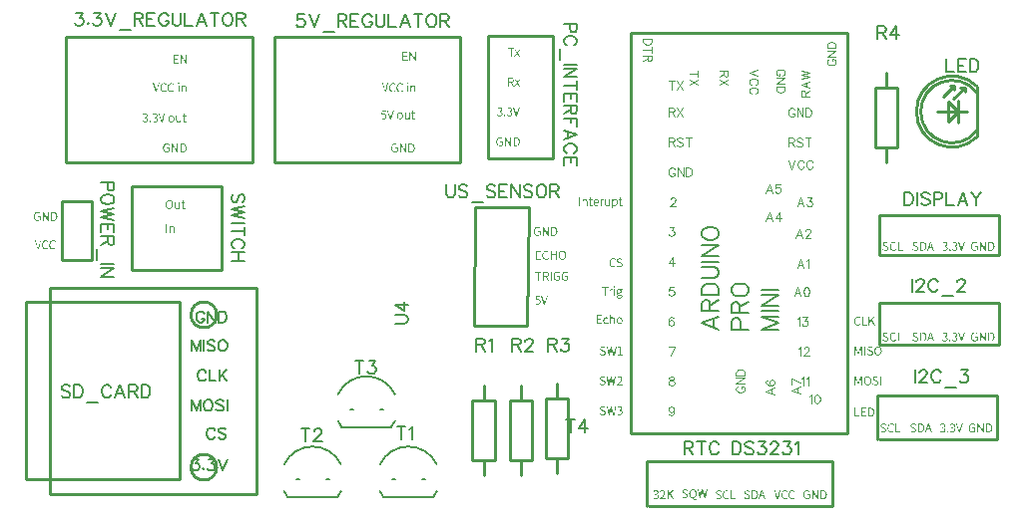
<source format=gto>
G04 Layer: TopSilkLayer*
G04 EasyEDA v6.4.7, 2020-11-10T19:46:02+00:00*
G04 68ef014cab984e83be15227dbec4fbb5,fc2761ce2fcb42ad9aa58f7a23a2c2a4,10*
G04 Gerber Generator version 0.2*
G04 Scale: 100 percent, Rotated: No, Reflected: No *
G04 Dimensions in millimeters *
G04 leading zeros omitted , absolute positions ,3 integer and 3 decimal *
%FSLAX33Y33*%
%MOMM*%
G90*
D02*

%ADD10C,0.254000*%
%ADD17C,0.203200*%
%ADD28C,0.127000*%
%ADD29C,0.152400*%
%ADD30C,0.101600*%
%ADD31C,0.150012*%

%LPD*%
G54D10*
G01X54356Y1820D02*
G01X69977Y1820D01*
G01X69977Y5630D01*
G01X54229Y5630D01*
G01X54229Y1820D01*
G01X46228Y41825D02*
G01X46228Y31411D01*
G01X40767Y31411D01*
G01X40767Y41825D01*
G01X46228Y41825D01*
G01X74041Y23156D02*
G01X84074Y23156D01*
G01X84074Y26585D01*
G01X73914Y26585D01*
G01X73914Y23156D01*
G01X74041Y15536D02*
G01X84074Y15536D01*
G01X84074Y19092D01*
G01X73914Y19092D01*
G01X73914Y15536D01*
G01X83947Y11218D02*
G01X73787Y11218D01*
G01X73787Y7535D01*
G01X83947Y11218D02*
G01X83947Y7535D01*
G01X73914Y7535D01*
G01X40386Y10837D02*
G01X40386Y12107D01*
G01X39430Y5751D02*
G01X41339Y5752D01*
G01X40386Y5757D02*
G01X40386Y4487D01*
G01X41341Y5751D02*
G01X41341Y10831D01*
G01X39432Y10841D02*
G01X41339Y10841D01*
G01X39430Y5751D02*
G01X39430Y10831D01*
G01X43561Y10837D02*
G01X43561Y12107D01*
G01X42605Y5751D02*
G01X44514Y5752D01*
G01X43561Y5757D02*
G01X43561Y4487D01*
G01X44516Y5751D02*
G01X44516Y10831D01*
G01X42607Y10841D02*
G01X44514Y10841D01*
G01X42605Y5751D02*
G01X42605Y10831D01*
G01X46609Y10964D02*
G01X46609Y12234D01*
G01X45653Y5878D02*
G01X47562Y5879D01*
G01X46609Y5884D02*
G01X46609Y4614D01*
G01X47564Y5878D02*
G01X47564Y10958D01*
G01X45655Y10968D02*
G01X47562Y10968D01*
G01X45653Y5878D02*
G01X45653Y10958D01*
G01X74549Y32300D02*
G01X74549Y31030D01*
G01X75504Y37385D02*
G01X73595Y37384D01*
G01X74549Y37380D02*
G01X74549Y38650D01*
G01X73593Y37385D02*
G01X73593Y32305D01*
G01X75502Y32295D02*
G01X73595Y32295D01*
G01X75504Y37385D02*
G01X75504Y32305D01*
G01X52895Y42043D02*
G01X71195Y42042D01*
G01X71195Y8043D01*
G01X52895Y8043D01*
G01X52895Y42043D01*
G01X82219Y37507D02*
G01X82219Y33214D01*
G01X78841Y35348D02*
G01X81407Y35348D01*
G01X80619Y36262D02*
G01X80619Y34433D01*
G01X80594Y35373D02*
G01X79756Y36211D01*
G01X79756Y34484D01*
G01X80594Y35322D01*
G01X80619Y35322D01*
G01X79375Y36618D02*
G01X80314Y37557D01*
G01X79908Y37557D01*
G01X80314Y37557D02*
G01X80314Y37176D01*
G01X80238Y36465D02*
G01X81178Y37405D01*
G01X80772Y37405D01*
G01X81178Y37405D02*
G01X81178Y37024D01*
G54D28*
G01X31893Y2566D02*
G01X36082Y2566D01*
G01X32852Y4090D02*
G01X32583Y4090D01*
G01X35392Y4090D02*
G01X35123Y4090D01*
G01X23765Y2566D02*
G01X27954Y2566D01*
G01X24724Y4090D02*
G01X24455Y4090D01*
G01X27264Y4090D02*
G01X26995Y4090D01*
G01X28337Y8535D02*
G01X32526Y8535D01*
G01X29296Y10059D02*
G01X29027Y10059D01*
G01X31836Y10059D02*
G01X31567Y10059D01*
G54D10*
G01X44196Y27220D02*
G01X44069Y17187D01*
G01X39573Y17187D02*
G01X39624Y27220D01*
G01X39624Y27220D02*
G01X44119Y27220D01*
G01X44069Y17187D02*
G01X39573Y17187D01*
G01X18161Y28744D02*
G01X18161Y28998D01*
G01X10541Y28998D01*
G01X10541Y21886D01*
G01X18161Y21886D01*
G01X18161Y28744D01*
G01X4953Y41698D02*
G01X20753Y41698D01*
G01X20753Y31030D01*
G01X4953Y31030D01*
G01X4953Y41698D01*
G01X22606Y41698D02*
G01X38406Y41698D01*
G01X38406Y31030D01*
G01X22606Y31030D01*
G01X22606Y41698D01*
G01X7112Y27728D02*
G01X4572Y27728D01*
G01X4572Y22698D01*
G01X7112Y22698D01*
G01X7112Y27728D01*
G01X14605Y4118D02*
G01X1544Y4118D01*
G01X1544Y19219D01*
G01X14605Y19219D01*
G01X14605Y4118D01*
G01X21069Y2848D02*
G01X3568Y2848D01*
G01X3568Y20349D01*
G01X21069Y20349D01*
G01X21069Y2848D01*

%LPD*%
G36*
G01X34183Y40410D02*
G01X34096Y40410D01*
G01X34096Y39666D01*
G01X34178Y39666D01*
G01X34178Y40072D01*
G01X34177Y40130D01*
G01X34174Y40187D01*
G01X34170Y40244D01*
G01X34168Y40301D01*
G01X34173Y40301D01*
G01X34254Y40148D01*
G01X34533Y39666D01*
G01X34620Y39666D01*
G01X34620Y40410D01*
G01X34538Y40410D01*
G01X34538Y40006D01*
G01X34540Y39948D01*
G01X34543Y39890D01*
G01X34547Y39831D01*
G01X34551Y39775D01*
G01X34546Y39775D01*
G01X34465Y39927D01*
G01X34183Y40410D01*
G37*

%LPD*%
G36*
G01X33929Y40410D02*
G01X33505Y40410D01*
G01X33505Y39666D01*
G01X33939Y39666D01*
G01X33939Y39737D01*
G01X33588Y39737D01*
G01X33588Y40021D01*
G01X33873Y40021D01*
G01X33873Y40092D01*
G01X33588Y40092D01*
G01X33588Y40339D01*
G01X33929Y40339D01*
G01X33929Y40410D01*
G37*

%LPD*%

%LPD*%
G36*
G01X14752Y40156D02*
G01X14665Y40156D01*
G01X14665Y39412D01*
G01X14747Y39412D01*
G01X14747Y39818D01*
G01X14746Y39876D01*
G01X14743Y39933D01*
G01X14739Y39990D01*
G01X14737Y40047D01*
G01X14742Y40047D01*
G01X14823Y39894D01*
G01X15102Y39412D01*
G01X15189Y39412D01*
G01X15189Y40156D01*
G01X15107Y40156D01*
G01X15107Y39752D01*
G01X15108Y39694D01*
G01X15112Y39636D01*
G01X15116Y39577D01*
G01X15120Y39521D01*
G01X15115Y39521D01*
G01X15034Y39673D01*
G01X14752Y40156D01*
G37*

%LPD*%
G36*
G01X14498Y40156D02*
G01X14074Y40156D01*
G01X14074Y39412D01*
G01X14508Y39412D01*
G01X14508Y39483D01*
G01X14157Y39483D01*
G01X14157Y39767D01*
G01X14442Y39767D01*
G01X14442Y39838D01*
G01X14157Y39838D01*
G01X14157Y40085D01*
G01X14498Y40085D01*
G01X14498Y40156D01*
G37*

%LPD*%

%LPD*%
G36*
G01X14823Y32639D02*
G01X14640Y32639D01*
G01X14640Y31895D01*
G01X14825Y31895D01*
G01X14880Y31898D01*
G01X14930Y31906D01*
G01X14974Y31921D01*
G01X15015Y31940D01*
G01X15051Y31965D01*
G01X15082Y31995D01*
G01X15108Y32030D01*
G01X15130Y32069D01*
G01X15147Y32114D01*
G01X15159Y32162D01*
G01X15166Y32214D01*
G01X15168Y32271D01*
G01X15166Y32327D01*
G01X15159Y32379D01*
G01X15147Y32427D01*
G01X15130Y32470D01*
G01X15108Y32509D01*
G01X15082Y32543D01*
G01X15050Y32572D01*
G01X15014Y32596D01*
G01X14973Y32614D01*
G01X14928Y32628D01*
G01X14878Y32636D01*
G01X14823Y32639D01*
G37*

%LPC*%
G36*
G01X14815Y32571D02*
G01X14724Y32571D01*
G01X14724Y31964D01*
G01X14815Y31964D01*
G01X14879Y31969D01*
G01X14933Y31985D01*
G01X14979Y32010D01*
G01X15016Y32046D01*
G01X15045Y32090D01*
G01X15066Y32143D01*
G01X15078Y32203D01*
G01X15082Y32271D01*
G01X15078Y32338D01*
G01X15066Y32397D01*
G01X15045Y32448D01*
G01X15016Y32491D01*
G01X14979Y32525D01*
G01X14933Y32550D01*
G01X14879Y32565D01*
G01X14815Y32571D01*
G37*

%LPD*%
G36*
G01X13995Y32639D02*
G01X13909Y32639D01*
G01X13909Y31895D01*
G01X13990Y31895D01*
G01X13990Y32302D01*
G01X13989Y32359D01*
G01X13986Y32416D01*
G01X13982Y32473D01*
G01X13980Y32530D01*
G01X13985Y32530D01*
G01X14066Y32378D01*
G01X14345Y31895D01*
G01X14432Y31895D01*
G01X14432Y32639D01*
G01X14351Y32639D01*
G01X14351Y32236D01*
G01X14352Y32178D01*
G01X14355Y32119D01*
G01X14359Y32061D01*
G01X14363Y32004D01*
G01X14358Y32004D01*
G01X14277Y32157D01*
G01X13995Y32639D01*
G37*

%LPD*%
G36*
G01X13578Y32644D02*
G01X13507Y32652D01*
G01X13459Y32649D01*
G01X13414Y32640D01*
G01X13373Y32625D01*
G01X13333Y32605D01*
G01X13298Y32579D01*
G01X13266Y32548D01*
G01X13238Y32512D01*
G01X13216Y32472D01*
G01X13197Y32427D01*
G01X13183Y32377D01*
G01X13175Y32323D01*
G01X13172Y32266D01*
G01X13178Y32181D01*
G01X13196Y32105D01*
G01X13226Y32039D01*
G01X13265Y31985D01*
G01X13313Y31941D01*
G01X13369Y31908D01*
G01X13433Y31889D01*
G01X13502Y31882D01*
G01X13573Y31889D01*
G01X13636Y31906D01*
G01X13689Y31933D01*
G01X13731Y31966D01*
G01X13731Y32276D01*
G01X13489Y32276D01*
G01X13489Y32205D01*
G01X13652Y32205D01*
G01X13652Y32002D01*
G01X13625Y31983D01*
G01X13591Y31968D01*
G01X13551Y31959D01*
G01X13510Y31956D01*
G01X13453Y31962D01*
G01X13403Y31978D01*
G01X13360Y32004D01*
G01X13324Y32040D01*
G01X13296Y32086D01*
G01X13275Y32139D01*
G01X13262Y32200D01*
G01X13258Y32269D01*
G01X13263Y32336D01*
G01X13276Y32397D01*
G01X13297Y32450D01*
G01X13326Y32495D01*
G01X13362Y32530D01*
G01X13405Y32557D01*
G01X13454Y32573D01*
G01X13510Y32578D01*
G01X13564Y32572D01*
G01X13608Y32557D01*
G01X13644Y32534D01*
G01X13675Y32507D01*
G01X13721Y32561D01*
G01X13683Y32594D01*
G01X13637Y32623D01*
G01X13578Y32644D01*
G37*

%LPD*%

%LPD*%
G36*
G01X12873Y35200D02*
G01X12784Y35200D01*
G01X13023Y34455D01*
G01X13120Y34455D01*
G01X13358Y35200D01*
G01X13272Y35200D01*
G01X13150Y34788D01*
G01X13131Y34725D01*
G01X13095Y34605D01*
G01X13074Y34542D01*
G01X13071Y34542D01*
G01X13052Y34605D01*
G01X13016Y34725D01*
G01X12998Y34788D01*
G01X12873Y35200D01*
G37*

%LPD*%
G36*
G01X15002Y35159D02*
G01X14933Y35159D01*
G01X14923Y35004D01*
G01X14837Y34999D01*
G01X14837Y34936D01*
G01X14920Y34936D01*
G01X14920Y34621D01*
G01X14928Y34548D01*
G01X14952Y34492D01*
G01X14999Y34455D01*
G01X15070Y34443D01*
G01X15095Y34444D01*
G01X15120Y34449D01*
G01X15146Y34455D01*
G01X15169Y34463D01*
G01X15152Y34527D01*
G01X15137Y34520D01*
G01X15121Y34515D01*
G01X15104Y34512D01*
G01X15088Y34511D01*
G01X15047Y34519D01*
G01X15021Y34540D01*
G01X15006Y34573D01*
G01X15002Y34618D01*
G01X15002Y34936D01*
G01X15154Y34936D01*
G01X15154Y35004D01*
G01X15002Y35004D01*
G01X15002Y35159D01*
G37*

%LPD*%
G36*
G01X14367Y35004D02*
G01X14285Y35004D01*
G01X14285Y34656D01*
G01X14295Y34564D01*
G01X14325Y34497D01*
G01X14377Y34456D01*
G01X14451Y34443D01*
G01X14504Y34450D01*
G01X14552Y34470D01*
G01X14594Y34502D01*
G01X14633Y34542D01*
G01X14639Y34542D01*
G01X14644Y34455D01*
G01X14712Y34455D01*
G01X14712Y35004D01*
G01X14631Y35004D01*
G01X14631Y34610D01*
G01X14591Y34567D01*
G01X14555Y34537D01*
G01X14517Y34519D01*
G01X14476Y34514D01*
G01X14427Y34523D01*
G01X14393Y34551D01*
G01X14373Y34599D01*
G01X14367Y34666D01*
G01X14367Y35004D01*
G37*

%LPD*%
G36*
G01X13941Y35014D02*
G01X13892Y35019D01*
G01X13843Y35014D01*
G01X13795Y35000D01*
G01X13753Y34976D01*
G01X13714Y34943D01*
G01X13683Y34902D01*
G01X13659Y34852D01*
G01X13643Y34795D01*
G01X13638Y34730D01*
G01X13643Y34665D01*
G01X13659Y34608D01*
G01X13683Y34559D01*
G01X13714Y34517D01*
G01X13753Y34485D01*
G01X13795Y34462D01*
G01X13843Y34448D01*
G01X13892Y34443D01*
G01X13941Y34448D01*
G01X13987Y34462D01*
G01X14029Y34485D01*
G01X14067Y34517D01*
G01X14099Y34559D01*
G01X14122Y34608D01*
G01X14138Y34665D01*
G01X14143Y34730D01*
G01X14138Y34795D01*
G01X14122Y34852D01*
G01X14099Y34902D01*
G01X14067Y34943D01*
G01X14029Y34976D01*
G01X13987Y35000D01*
G01X13941Y35014D01*
G37*

%LPC*%
G36*
G01X13959Y34932D02*
G01X13892Y34948D01*
G01X13824Y34932D01*
G01X13771Y34888D01*
G01X13736Y34819D01*
G01X13724Y34730D01*
G01X13736Y34640D01*
G01X13771Y34571D01*
G01X13824Y34527D01*
G01X13892Y34511D01*
G01X13959Y34527D01*
G01X14012Y34571D01*
G01X14047Y34640D01*
G01X14059Y34730D01*
G01X14047Y34819D01*
G01X14012Y34888D01*
G01X13959Y34932D01*
G37*

%LPD*%
G36*
G01X12571Y35200D02*
G01X12487Y35212D01*
G01X12428Y35206D01*
G01X12374Y35187D01*
G01X12326Y35160D01*
G01X12281Y35126D01*
G01X12327Y35070D01*
G01X12362Y35100D01*
G01X12399Y35123D01*
G01X12440Y35139D01*
G01X12485Y35146D01*
G01X12539Y35136D01*
G01X12580Y35111D01*
G01X12606Y35072D01*
G01X12614Y35022D01*
G01X12603Y34963D01*
G01X12568Y34917D01*
G01X12504Y34886D01*
G01X12406Y34875D01*
G01X12406Y34811D01*
G01X12516Y34800D01*
G01X12589Y34768D01*
G01X12629Y34719D01*
G01X12642Y34656D01*
G01X12630Y34596D01*
G01X12598Y34550D01*
G01X12548Y34522D01*
G01X12485Y34511D01*
G01X12425Y34518D01*
G01X12375Y34537D01*
G01X12333Y34565D01*
G01X12297Y34598D01*
G01X12256Y34544D01*
G01X12296Y34506D01*
G01X12347Y34474D01*
G01X12411Y34451D01*
G01X12490Y34443D01*
G01X12538Y34446D01*
G01X12582Y34457D01*
G01X12622Y34475D01*
G01X12656Y34499D01*
G01X12684Y34529D01*
G01X12706Y34565D01*
G01X12719Y34607D01*
G01X12723Y34654D01*
G01X12711Y34723D01*
G01X12677Y34780D01*
G01X12627Y34820D01*
G01X12566Y34844D01*
G01X12566Y34847D01*
G01X12620Y34875D01*
G01X12661Y34914D01*
G01X12688Y34965D01*
G01X12698Y35030D01*
G01X12682Y35107D01*
G01X12639Y35165D01*
G01X12571Y35200D01*
G37*

%LPD*%
G36*
G01X12111Y34570D02*
G01X12086Y34575D01*
G01X12062Y34570D01*
G01X12043Y34556D01*
G01X12030Y34534D01*
G01X12025Y34506D01*
G01X12030Y34480D01*
G01X12043Y34460D01*
G01X12062Y34447D01*
G01X12086Y34443D01*
G01X12111Y34447D01*
G01X12131Y34460D01*
G01X12145Y34480D01*
G01X12149Y34506D01*
G01X12145Y34534D01*
G01X12131Y34556D01*
G01X12111Y34570D01*
G37*

%LPD*%
G36*
G01X11741Y35200D02*
G01X11657Y35212D01*
G01X11596Y35206D01*
G01X11541Y35187D01*
G01X11494Y35160D01*
G01X11451Y35126D01*
G01X11497Y35070D01*
G01X11530Y35100D01*
G01X11567Y35123D01*
G01X11607Y35139D01*
G01X11651Y35146D01*
G01X11706Y35136D01*
G01X11748Y35111D01*
G01X11774Y35072D01*
G01X11784Y35022D01*
G01X11772Y34963D01*
G01X11736Y34917D01*
G01X11671Y34886D01*
G01X11573Y34875D01*
G01X11573Y34811D01*
G01X11682Y34800D01*
G01X11756Y34768D01*
G01X11796Y34719D01*
G01X11809Y34656D01*
G01X11797Y34596D01*
G01X11765Y34550D01*
G01X11716Y34522D01*
G01X11654Y34511D01*
G01X11594Y34518D01*
G01X11543Y34537D01*
G01X11501Y34565D01*
G01X11466Y34598D01*
G01X11423Y34544D01*
G01X11464Y34506D01*
G01X11515Y34474D01*
G01X11580Y34451D01*
G01X11659Y34443D01*
G01X11706Y34446D01*
G01X11751Y34457D01*
G01X11790Y34475D01*
G01X11825Y34499D01*
G01X11853Y34529D01*
G01X11875Y34565D01*
G01X11888Y34607D01*
G01X11893Y34654D01*
G01X11881Y34723D01*
G01X11846Y34780D01*
G01X11795Y34820D01*
G01X11733Y34844D01*
G01X11733Y34847D01*
G01X11788Y34875D01*
G01X11831Y34914D01*
G01X11858Y34965D01*
G01X11867Y35030D01*
G01X11852Y35107D01*
G01X11808Y35165D01*
G01X11741Y35200D01*
G37*

%LPD*%

%LPD*%
G36*
G01X14528Y37801D02*
G01X14505Y37805D01*
G01X14483Y37801D01*
G01X14464Y37789D01*
G01X14452Y37772D01*
G01X14447Y37749D01*
G01X14452Y37725D01*
G01X14464Y37707D01*
G01X14483Y37695D01*
G01X14505Y37690D01*
G01X14528Y37695D01*
G01X14547Y37707D01*
G01X14559Y37725D01*
G01X14564Y37749D01*
G01X14559Y37772D01*
G01X14547Y37789D01*
G01X14528Y37801D01*
G37*

%LPD*%
G36*
G01X15075Y37575D02*
G01X15001Y37589D01*
G01X14947Y37581D01*
G01X14900Y37561D01*
G01X14856Y37530D01*
G01X14815Y37492D01*
G01X14813Y37492D01*
G01X14805Y37574D01*
G01X14737Y37574D01*
G01X14737Y37025D01*
G01X14820Y37025D01*
G01X14820Y37426D01*
G01X14861Y37465D01*
G01X14898Y37493D01*
G01X14935Y37510D01*
G01X14975Y37515D01*
G01X15025Y37507D01*
G01X15059Y37479D01*
G01X15078Y37432D01*
G01X15085Y37363D01*
G01X15085Y37025D01*
G01X15168Y37025D01*
G01X15168Y37373D01*
G01X15158Y37466D01*
G01X15127Y37533D01*
G01X15075Y37575D01*
G37*

%LPD*%
G36*
G01X14546Y37574D02*
G01X14465Y37574D01*
G01X14465Y37025D01*
G01X14546Y37025D01*
G01X14546Y37574D01*
G37*

%LPD*%
G36*
G01X12410Y37769D02*
G01X12321Y37769D01*
G01X12560Y37025D01*
G01X12656Y37025D01*
G01X12893Y37769D01*
G01X12809Y37769D01*
G01X12684Y37358D01*
G01X12666Y37294D01*
G01X12648Y37235D01*
G01X12630Y37175D01*
G01X12611Y37111D01*
G01X12608Y37111D01*
G01X12587Y37175D01*
G01X12569Y37235D01*
G01X12552Y37294D01*
G01X12534Y37358D01*
G01X12410Y37769D01*
G37*

%LPD*%
G36*
G01X13947Y37775D02*
G01X13883Y37782D01*
G01X13815Y37775D01*
G01X13753Y37755D01*
G01X13698Y37723D01*
G01X13650Y37679D01*
G01X13611Y37623D01*
G01X13582Y37557D01*
G01X13564Y37481D01*
G01X13558Y37396D01*
G01X13564Y37311D01*
G01X13582Y37235D01*
G01X13610Y37170D01*
G01X13648Y37115D01*
G01X13695Y37071D01*
G01X13750Y37039D01*
G01X13811Y37019D01*
G01X13878Y37012D01*
G01X13946Y37019D01*
G01X14006Y37040D01*
G01X14058Y37074D01*
G01X14104Y37119D01*
G01X14056Y37172D01*
G01X14018Y37135D01*
G01X13978Y37108D01*
G01X13932Y37091D01*
G01X13881Y37086D01*
G01X13829Y37091D01*
G01X13783Y37108D01*
G01X13742Y37135D01*
G01X13708Y37171D01*
G01X13681Y37216D01*
G01X13661Y37269D01*
G01X13648Y37330D01*
G01X13644Y37398D01*
G01X13649Y37466D01*
G01X13661Y37527D01*
G01X13682Y37580D01*
G01X13709Y37625D01*
G01X13744Y37660D01*
G01X13785Y37687D01*
G01X13831Y37703D01*
G01X13883Y37708D01*
G01X13930Y37703D01*
G01X13971Y37689D01*
G01X14007Y37667D01*
G01X14038Y37637D01*
G01X14086Y37690D01*
G01X14049Y37725D01*
G01X14003Y37754D01*
G01X13947Y37775D01*
G37*

%LPD*%
G36*
G01X13332Y37775D02*
G01X13268Y37782D01*
G01X13200Y37775D01*
G01X13138Y37755D01*
G01X13083Y37723D01*
G01X13035Y37679D01*
G01X12997Y37623D01*
G01X12968Y37557D01*
G01X12949Y37481D01*
G01X12943Y37396D01*
G01X12949Y37311D01*
G01X12968Y37235D01*
G01X12996Y37170D01*
G01X13035Y37115D01*
G01X13082Y37071D01*
G01X13136Y37039D01*
G01X13197Y37019D01*
G01X13263Y37012D01*
G01X13331Y37019D01*
G01X13391Y37040D01*
G01X13443Y37074D01*
G01X13489Y37119D01*
G01X13444Y37172D01*
G01X13406Y37135D01*
G01X13364Y37108D01*
G01X13319Y37091D01*
G01X13268Y37086D01*
G01X13216Y37091D01*
G01X13169Y37108D01*
G01X13128Y37135D01*
G01X13094Y37171D01*
G01X13066Y37216D01*
G01X13046Y37269D01*
G01X13034Y37330D01*
G01X13030Y37398D01*
G01X13034Y37466D01*
G01X13047Y37527D01*
G01X13068Y37580D01*
G01X13096Y37625D01*
G01X13131Y37660D01*
G01X13172Y37687D01*
G01X13219Y37703D01*
G01X13271Y37708D01*
G01X13316Y37703D01*
G01X13357Y37689D01*
G01X13393Y37667D01*
G01X13426Y37637D01*
G01X13472Y37690D01*
G01X13435Y37725D01*
G01X13388Y37754D01*
G01X13332Y37775D01*
G37*

%LPD*%

%LPD*%
G36*
G01X33956Y37798D02*
G01X33932Y37802D01*
G01X33910Y37798D01*
G01X33891Y37786D01*
G01X33879Y37769D01*
G01X33874Y37746D01*
G01X33879Y37722D01*
G01X33891Y37704D01*
G01X33910Y37692D01*
G01X33932Y37687D01*
G01X33956Y37692D01*
G01X33974Y37704D01*
G01X33987Y37722D01*
G01X33991Y37746D01*
G01X33987Y37769D01*
G01X33974Y37786D01*
G01X33956Y37798D01*
G37*

%LPD*%
G36*
G01X34502Y37572D02*
G01X34428Y37586D01*
G01X34374Y37578D01*
G01X34327Y37558D01*
G01X34283Y37527D01*
G01X34242Y37489D01*
G01X34240Y37489D01*
G01X34232Y37571D01*
G01X34164Y37571D01*
G01X34164Y37022D01*
G01X34247Y37022D01*
G01X34247Y37423D01*
G01X34287Y37462D01*
G01X34325Y37490D01*
G01X34363Y37507D01*
G01X34402Y37512D01*
G01X34452Y37503D01*
G01X34486Y37476D01*
G01X34505Y37429D01*
G01X34511Y37360D01*
G01X34511Y37022D01*
G01X34595Y37022D01*
G01X34595Y37370D01*
G01X34586Y37463D01*
G01X34555Y37530D01*
G01X34502Y37572D01*
G37*

%LPD*%
G36*
G01X33973Y37571D02*
G01X33892Y37571D01*
G01X33892Y37022D01*
G01X33973Y37022D01*
G01X33973Y37571D01*
G37*

%LPD*%
G36*
G01X31837Y37766D02*
G01X31748Y37766D01*
G01X31987Y37022D01*
G01X32083Y37022D01*
G01X32319Y37766D01*
G01X32236Y37766D01*
G01X32111Y37355D01*
G01X32093Y37291D01*
G01X32076Y37232D01*
G01X32057Y37172D01*
G01X32038Y37108D01*
G01X32035Y37108D01*
G01X32015Y37172D01*
G01X31996Y37232D01*
G01X31980Y37291D01*
G01X31961Y37355D01*
G01X31837Y37766D01*
G37*

%LPD*%
G36*
G01X33375Y37772D02*
G01X33310Y37779D01*
G01X33243Y37772D01*
G01X33180Y37752D01*
G01X33125Y37720D01*
G01X33077Y37676D01*
G01X33038Y37620D01*
G01X33009Y37554D01*
G01X32992Y37478D01*
G01X32985Y37393D01*
G01X32992Y37308D01*
G01X33009Y37232D01*
G01X33038Y37167D01*
G01X33076Y37112D01*
G01X33123Y37068D01*
G01X33177Y37036D01*
G01X33238Y37016D01*
G01X33305Y37009D01*
G01X33373Y37016D01*
G01X33433Y37037D01*
G01X33485Y37071D01*
G01X33531Y37116D01*
G01X33483Y37169D01*
G01X33446Y37132D01*
G01X33405Y37105D01*
G01X33359Y37088D01*
G01X33308Y37083D01*
G01X33256Y37088D01*
G01X33210Y37105D01*
G01X33169Y37132D01*
G01X33135Y37168D01*
G01X33108Y37213D01*
G01X33088Y37266D01*
G01X33076Y37327D01*
G01X33071Y37395D01*
G01X33076Y37463D01*
G01X33089Y37524D01*
G01X33109Y37577D01*
G01X33137Y37622D01*
G01X33171Y37657D01*
G01X33212Y37684D01*
G01X33258Y37700D01*
G01X33310Y37705D01*
G01X33357Y37700D01*
G01X33398Y37686D01*
G01X33434Y37663D01*
G01X33465Y37634D01*
G01X33513Y37687D01*
G01X33476Y37722D01*
G01X33430Y37751D01*
G01X33375Y37772D01*
G37*

%LPD*%
G36*
G01X32760Y37772D02*
G01X32695Y37779D01*
G01X32628Y37772D01*
G01X32565Y37752D01*
G01X32510Y37720D01*
G01X32463Y37676D01*
G01X32424Y37620D01*
G01X32395Y37554D01*
G01X32377Y37478D01*
G01X32370Y37393D01*
G01X32377Y37308D01*
G01X32395Y37232D01*
G01X32424Y37167D01*
G01X32462Y37112D01*
G01X32509Y37068D01*
G01X32563Y37036D01*
G01X32624Y37016D01*
G01X32690Y37009D01*
G01X32758Y37016D01*
G01X32818Y37037D01*
G01X32870Y37071D01*
G01X32916Y37116D01*
G01X32871Y37169D01*
G01X32833Y37132D01*
G01X32792Y37105D01*
G01X32746Y37088D01*
G01X32695Y37083D01*
G01X32643Y37088D01*
G01X32596Y37105D01*
G01X32555Y37132D01*
G01X32521Y37168D01*
G01X32494Y37213D01*
G01X32473Y37266D01*
G01X32461Y37327D01*
G01X32457Y37395D01*
G01X32461Y37463D01*
G01X32474Y37524D01*
G01X32495Y37577D01*
G01X32523Y37622D01*
G01X32558Y37657D01*
G01X32599Y37684D01*
G01X32646Y37700D01*
G01X32698Y37705D01*
G01X32744Y37700D01*
G01X32784Y37686D01*
G01X32821Y37663D01*
G01X32853Y37634D01*
G01X32899Y37687D01*
G01X32862Y37722D01*
G01X32815Y37751D01*
G01X32760Y37772D01*
G37*

%LPD*%

%LPD*%
G36*
G01X32270Y35457D02*
G01X32181Y35457D01*
G01X32420Y34713D01*
G01X32517Y34713D01*
G01X32755Y35457D01*
G01X32669Y35457D01*
G01X32547Y35045D01*
G01X32528Y34982D01*
G01X32510Y34922D01*
G01X32493Y34862D01*
G01X32473Y34799D01*
G01X32468Y34799D01*
G01X32449Y34862D01*
G01X32431Y34922D01*
G01X32414Y34982D01*
G01X32395Y35045D01*
G01X32270Y35457D01*
G37*

%LPD*%
G36*
G01X34401Y35416D02*
G01X34330Y35416D01*
G01X34320Y35261D01*
G01X34234Y35256D01*
G01X34234Y35193D01*
G01X34317Y35193D01*
G01X34317Y34878D01*
G01X34325Y34805D01*
G01X34351Y34749D01*
G01X34398Y34713D01*
G01X34470Y34700D01*
G01X34494Y34701D01*
G01X34518Y34706D01*
G01X34566Y34720D01*
G01X34551Y34784D01*
G01X34536Y34777D01*
G01X34520Y34772D01*
G01X34503Y34769D01*
G01X34488Y34768D01*
G01X34446Y34776D01*
G01X34420Y34797D01*
G01X34405Y34830D01*
G01X34401Y34875D01*
G01X34401Y35193D01*
G01X34551Y35193D01*
G01X34551Y35261D01*
G01X34401Y35261D01*
G01X34401Y35416D01*
G37*

%LPD*%
G36*
G01X33766Y35261D02*
G01X33682Y35261D01*
G01X33682Y34913D01*
G01X33693Y34821D01*
G01X33724Y34754D01*
G01X33776Y34714D01*
G01X33850Y34700D01*
G01X33903Y34707D01*
G01X33950Y34727D01*
G01X33993Y34759D01*
G01X34033Y34799D01*
G01X34036Y34799D01*
G01X34043Y34713D01*
G01X34112Y34713D01*
G01X34112Y35261D01*
G01X34028Y35261D01*
G01X34028Y34867D01*
G01X33989Y34824D01*
G01X33952Y34794D01*
G01X33914Y34777D01*
G01X33873Y34771D01*
G01X33824Y34780D01*
G01X33791Y34808D01*
G01X33772Y34856D01*
G01X33766Y34923D01*
G01X33766Y35261D01*
G37*

%LPD*%
G36*
G01X33339Y35271D02*
G01X33289Y35276D01*
G01X33239Y35271D01*
G01X33193Y35257D01*
G01X33150Y35233D01*
G01X33112Y35200D01*
G01X33081Y35159D01*
G01X33058Y35109D01*
G01X33042Y35052D01*
G01X33037Y34987D01*
G01X33042Y34922D01*
G01X33058Y34865D01*
G01X33081Y34816D01*
G01X33112Y34774D01*
G01X33150Y34742D01*
G01X33193Y34719D01*
G01X33239Y34705D01*
G01X33289Y34700D01*
G01X33339Y34705D01*
G01X33385Y34719D01*
G01X33428Y34742D01*
G01X33466Y34774D01*
G01X33498Y34816D01*
G01X33522Y34865D01*
G01X33537Y34922D01*
G01X33543Y34987D01*
G01X33537Y35052D01*
G01X33522Y35109D01*
G01X33498Y35159D01*
G01X33466Y35200D01*
G01X33428Y35233D01*
G01X33385Y35257D01*
G01X33339Y35271D01*
G37*

%LPC*%
G36*
G01X33357Y35190D02*
G01X33289Y35205D01*
G01X33221Y35190D01*
G01X33168Y35145D01*
G01X33133Y35076D01*
G01X33121Y34987D01*
G01X33133Y34897D01*
G01X33168Y34828D01*
G01X33221Y34784D01*
G01X33289Y34768D01*
G01X33357Y34784D01*
G01X33410Y34828D01*
G01X33444Y34897D01*
G01X33456Y34987D01*
G01X33444Y35076D01*
G01X33410Y35145D01*
G01X33357Y35190D01*
G37*

%LPD*%
G36*
G01X32090Y35457D02*
G01X31734Y35457D01*
G01X31711Y35111D01*
G01X31757Y35083D01*
G01X31788Y35102D01*
G01X31817Y35115D01*
G01X31847Y35123D01*
G01X31882Y35127D01*
G01X31947Y35114D01*
G01X31998Y35080D01*
G01X32030Y35025D01*
G01X32042Y34951D01*
G01X32029Y34876D01*
G01X31994Y34818D01*
G01X31942Y34781D01*
G01X31879Y34768D01*
G01X31818Y34776D01*
G01X31768Y34794D01*
G01X31727Y34821D01*
G01X31694Y34852D01*
G01X31650Y34799D01*
G01X31692Y34762D01*
G01X31744Y34730D01*
G01X31807Y34708D01*
G01X31887Y34700D01*
G01X31932Y34704D01*
G01X31976Y34717D01*
G01X32016Y34737D01*
G01X32052Y34766D01*
G01X32082Y34802D01*
G01X32105Y34846D01*
G01X32120Y34896D01*
G01X32125Y34954D01*
G01X32121Y35011D01*
G01X32108Y35060D01*
G01X32087Y35101D01*
G01X32060Y35134D01*
G01X32027Y35159D01*
G01X31989Y35176D01*
G01X31947Y35186D01*
G01X31902Y35190D01*
G01X31869Y35188D01*
G01X31840Y35182D01*
G01X31813Y35173D01*
G01X31788Y35160D01*
G01X31808Y35386D01*
G01X32090Y35386D01*
G01X32090Y35457D01*
G37*

%LPD*%

%LPD*%
G36*
G01X34187Y32636D02*
G01X34004Y32636D01*
G01X34004Y31892D01*
G01X34189Y31892D01*
G01X34243Y31895D01*
G01X34293Y31903D01*
G01X34338Y31918D01*
G01X34378Y31937D01*
G01X34414Y31962D01*
G01X34445Y31992D01*
G01X34472Y32027D01*
G01X34493Y32066D01*
G01X34510Y32111D01*
G01X34522Y32159D01*
G01X34530Y32211D01*
G01X34532Y32268D01*
G01X34530Y32324D01*
G01X34522Y32376D01*
G01X34510Y32424D01*
G01X34493Y32467D01*
G01X34471Y32506D01*
G01X34445Y32540D01*
G01X34414Y32569D01*
G01X34378Y32593D01*
G01X34337Y32611D01*
G01X34292Y32625D01*
G01X34241Y32633D01*
G01X34187Y32636D01*
G37*

%LPC*%
G36*
G01X34179Y32568D02*
G01X34088Y32568D01*
G01X34088Y31961D01*
G01X34179Y31961D01*
G01X34242Y31966D01*
G01X34297Y31982D01*
G01X34343Y32007D01*
G01X34380Y32042D01*
G01X34409Y32087D01*
G01X34429Y32139D01*
G01X34442Y32200D01*
G01X34446Y32268D01*
G01X34442Y32335D01*
G01X34429Y32394D01*
G01X34409Y32445D01*
G01X34380Y32488D01*
G01X34343Y32522D01*
G01X34297Y32547D01*
G01X34242Y32562D01*
G01X34179Y32568D01*
G37*

%LPD*%
G36*
G01X33359Y32636D02*
G01X33272Y32636D01*
G01X33272Y31892D01*
G01X33353Y31892D01*
G01X33353Y32298D01*
G01X33352Y32356D01*
G01X33343Y32527D01*
G01X33349Y32527D01*
G01X33430Y32375D01*
G01X33709Y31892D01*
G01X33796Y31892D01*
G01X33796Y32636D01*
G01X33714Y32636D01*
G01X33714Y32232D01*
G01X33715Y32175D01*
G01X33719Y32116D01*
G01X33723Y32058D01*
G01X33727Y32001D01*
G01X33722Y32001D01*
G01X33640Y32154D01*
G01X33359Y32636D01*
G37*

%LPD*%
G36*
G01X32942Y32641D02*
G01X32871Y32649D01*
G01X32823Y32646D01*
G01X32778Y32637D01*
G01X32736Y32622D01*
G01X32697Y32602D01*
G01X32661Y32576D01*
G01X32630Y32545D01*
G01X32602Y32509D01*
G01X32579Y32469D01*
G01X32560Y32424D01*
G01X32547Y32374D01*
G01X32538Y32320D01*
G01X32536Y32263D01*
G01X32542Y32178D01*
G01X32560Y32102D01*
G01X32589Y32036D01*
G01X32628Y31982D01*
G01X32677Y31938D01*
G01X32733Y31905D01*
G01X32796Y31886D01*
G01X32866Y31879D01*
G01X32937Y31885D01*
G01X32999Y31903D01*
G01X33053Y31930D01*
G01X33095Y31963D01*
G01X33095Y32273D01*
G01X32853Y32273D01*
G01X32853Y32202D01*
G01X33015Y32202D01*
G01X33015Y31999D01*
G01X32989Y31979D01*
G01X32954Y31965D01*
G01X32915Y31956D01*
G01X32874Y31953D01*
G01X32817Y31959D01*
G01X32767Y31975D01*
G01X32723Y32001D01*
G01X32688Y32037D01*
G01X32659Y32083D01*
G01X32639Y32136D01*
G01X32626Y32197D01*
G01X32622Y32265D01*
G01X32626Y32333D01*
G01X32640Y32394D01*
G01X32661Y32447D01*
G01X32690Y32492D01*
G01X32726Y32527D01*
G01X32769Y32554D01*
G01X32818Y32570D01*
G01X32874Y32575D01*
G01X32927Y32569D01*
G01X32971Y32554D01*
G01X33008Y32531D01*
G01X33039Y32504D01*
G01X33085Y32558D01*
G01X33047Y32591D01*
G01X33001Y32620D01*
G01X32942Y32641D01*
G37*

%LPD*%

%LPD*%
G36*
G01X43083Y40595D02*
G01X42994Y40595D01*
G01X43162Y40334D01*
G01X42979Y40047D01*
G01X43068Y40047D01*
G01X43144Y40179D01*
G01X43159Y40205D01*
G01X43173Y40230D01*
G01X43188Y40255D01*
G01X43202Y40280D01*
G01X43207Y40280D01*
G01X43238Y40230D01*
G01X43253Y40205D01*
G01X43268Y40179D01*
G01X43352Y40047D01*
G01X43444Y40047D01*
G01X43261Y40326D01*
G01X43428Y40595D01*
G01X43342Y40595D01*
G01X43271Y40471D01*
G01X43246Y40425D01*
G01X43220Y40379D01*
G01X43215Y40379D01*
G01X43159Y40471D01*
G01X43083Y40595D01*
G37*

%LPD*%
G36*
G01X42979Y40791D02*
G01X42440Y40791D01*
G01X42440Y40720D01*
G01X42666Y40720D01*
G01X42666Y40047D01*
G01X42753Y40047D01*
G01X42753Y40720D01*
G01X42979Y40720D01*
G01X42979Y40791D01*
G37*

%LPD*%

%LPD*%
G36*
G01X43086Y38055D02*
G01X42997Y38055D01*
G01X43164Y37794D01*
G01X42981Y37507D01*
G01X43068Y37507D01*
G01X43146Y37639D01*
G01X43161Y37665D01*
G01X43176Y37690D01*
G01X43190Y37715D01*
G01X43205Y37740D01*
G01X43210Y37740D01*
G01X43240Y37690D01*
G01X43256Y37665D01*
G01X43271Y37639D01*
G01X43355Y37507D01*
G01X43444Y37507D01*
G01X43263Y37786D01*
G01X43431Y38055D01*
G01X43345Y38055D01*
G01X43273Y37931D01*
G01X43248Y37885D01*
G01X43236Y37862D01*
G01X43223Y37839D01*
G01X43218Y37839D01*
G01X43204Y37862D01*
G01X43175Y37908D01*
G01X43162Y37931D01*
G01X43086Y38055D01*
G37*

%LPD*%
G36*
G01X42666Y38251D02*
G01X42440Y38251D01*
G01X42440Y37507D01*
G01X42524Y37507D01*
G01X42524Y37827D01*
G01X42664Y37827D01*
G01X42849Y37507D01*
G01X42943Y37507D01*
G01X42753Y37837D01*
G01X42824Y37863D01*
G01X42878Y37906D01*
G01X42913Y37966D01*
G01X42926Y38045D01*
G01X42920Y38098D01*
G01X42907Y38142D01*
G01X42884Y38177D01*
G01X42853Y38205D01*
G01X42815Y38226D01*
G01X42771Y38240D01*
G01X42721Y38248D01*
G01X42666Y38251D01*
G37*

%LPC*%
G36*
G01X42654Y38182D02*
G01X42524Y38182D01*
G01X42524Y37898D01*
G01X42654Y37898D01*
G01X42733Y37906D01*
G01X42791Y37933D01*
G01X42827Y37979D01*
G01X42839Y38045D01*
G01X42827Y38110D01*
G01X42791Y38152D01*
G01X42733Y38175D01*
G01X42654Y38182D01*
G37*

%LPD*%

%LPD*%
G36*
G01X42959Y35711D02*
G01X42870Y35711D01*
G01X43108Y34967D01*
G01X43205Y34967D01*
G01X43444Y35711D01*
G01X43357Y35711D01*
G01X43235Y35299D01*
G01X43216Y35236D01*
G01X43180Y35116D01*
G01X43159Y35053D01*
G01X43157Y35053D01*
G01X43137Y35116D01*
G01X43101Y35236D01*
G01X43083Y35299D01*
G01X42959Y35711D01*
G37*

%LPD*%
G36*
G01X42657Y35711D02*
G01X42572Y35723D01*
G01X42513Y35717D01*
G01X42459Y35699D01*
G01X42410Y35671D01*
G01X42367Y35637D01*
G01X42412Y35581D01*
G01X42446Y35611D01*
G01X42485Y35635D01*
G01X42526Y35650D01*
G01X42570Y35657D01*
G01X42624Y35647D01*
G01X42665Y35622D01*
G01X42691Y35583D01*
G01X42699Y35533D01*
G01X42689Y35475D01*
G01X42653Y35428D01*
G01X42589Y35397D01*
G01X42491Y35386D01*
G01X42491Y35322D01*
G01X42601Y35311D01*
G01X42674Y35279D01*
G01X42715Y35230D01*
G01X42727Y35167D01*
G01X42716Y35107D01*
G01X42683Y35062D01*
G01X42633Y35033D01*
G01X42570Y35022D01*
G01X42510Y35030D01*
G01X42461Y35048D01*
G01X42419Y35076D01*
G01X42382Y35109D01*
G01X42341Y35055D01*
G01X42381Y35017D01*
G01X42432Y34985D01*
G01X42497Y34962D01*
G01X42575Y34954D01*
G01X42623Y34957D01*
G01X42667Y34968D01*
G01X42707Y34986D01*
G01X42742Y35010D01*
G01X42770Y35040D01*
G01X42791Y35076D01*
G01X42804Y35118D01*
G01X42809Y35165D01*
G01X42796Y35234D01*
G01X42762Y35290D01*
G01X42712Y35331D01*
G01X42651Y35355D01*
G01X42651Y35358D01*
G01X42705Y35386D01*
G01X42747Y35425D01*
G01X42774Y35477D01*
G01X42783Y35541D01*
G01X42768Y35618D01*
G01X42724Y35676D01*
G01X42657Y35711D01*
G37*

%LPD*%
G36*
G01X42196Y35081D02*
G01X42171Y35086D01*
G01X42148Y35081D01*
G01X42128Y35067D01*
G01X42115Y35045D01*
G01X42110Y35017D01*
G01X42115Y34991D01*
G01X42128Y34971D01*
G01X42148Y34958D01*
G01X42171Y34954D01*
G01X42196Y34958D01*
G01X42216Y34971D01*
G01X42230Y34991D01*
G01X42235Y35017D01*
G01X42230Y35045D01*
G01X42216Y35067D01*
G01X42196Y35081D01*
G37*

%LPD*%
G36*
G01X41826Y35711D02*
G01X41742Y35723D01*
G01X41681Y35717D01*
G01X41627Y35699D01*
G01X41579Y35671D01*
G01X41536Y35637D01*
G01X41582Y35581D01*
G01X41615Y35611D01*
G01X41652Y35635D01*
G01X41693Y35650D01*
G01X41737Y35657D01*
G01X41792Y35647D01*
G01X41833Y35622D01*
G01X41860Y35583D01*
G01X41869Y35533D01*
G01X41858Y35475D01*
G01X41822Y35428D01*
G01X41757Y35397D01*
G01X41658Y35386D01*
G01X41658Y35322D01*
G01X41768Y35311D01*
G01X41841Y35279D01*
G01X41882Y35230D01*
G01X41894Y35167D01*
G01X41883Y35107D01*
G01X41850Y35062D01*
G01X41801Y35033D01*
G01X41739Y35022D01*
G01X41678Y35030D01*
G01X41628Y35048D01*
G01X41586Y35076D01*
G01X41551Y35109D01*
G01X41508Y35055D01*
G01X41549Y35017D01*
G01X41601Y34985D01*
G01X41665Y34962D01*
G01X41744Y34954D01*
G01X41792Y34957D01*
G01X41835Y34968D01*
G01X41875Y34986D01*
G01X41910Y35010D01*
G01X41938Y35040D01*
G01X41960Y35076D01*
G01X41974Y35118D01*
G01X41978Y35165D01*
G01X41965Y35234D01*
G01X41931Y35290D01*
G01X41881Y35331D01*
G01X41818Y35355D01*
G01X41818Y35358D01*
G01X41873Y35386D01*
G01X41916Y35425D01*
G01X41943Y35477D01*
G01X41953Y35541D01*
G01X41937Y35618D01*
G01X41893Y35676D01*
G01X41826Y35711D01*
G37*

%LPD*%

%LPD*%
G36*
G01X43098Y33171D02*
G01X42915Y33171D01*
G01X42915Y32427D01*
G01X43101Y32427D01*
G01X43155Y32430D01*
G01X43204Y32438D01*
G01X43250Y32452D01*
G01X43290Y32472D01*
G01X43326Y32497D01*
G01X43357Y32527D01*
G01X43383Y32562D01*
G01X43405Y32601D01*
G01X43422Y32645D01*
G01X43434Y32693D01*
G01X43441Y32746D01*
G01X43444Y32802D01*
G01X43441Y32859D01*
G01X43434Y32911D01*
G01X43422Y32958D01*
G01X43405Y33002D01*
G01X43383Y33040D01*
G01X43357Y33074D01*
G01X43325Y33103D01*
G01X43289Y33127D01*
G01X43249Y33146D01*
G01X43203Y33160D01*
G01X43153Y33168D01*
G01X43098Y33171D01*
G37*

%LPC*%
G36*
G01X43091Y33102D02*
G01X42999Y33102D01*
G01X42999Y32495D01*
G01X43091Y32495D01*
G01X43154Y32501D01*
G01X43208Y32516D01*
G01X43254Y32542D01*
G01X43292Y32577D01*
G01X43320Y32622D01*
G01X43341Y32674D01*
G01X43353Y32734D01*
G01X43357Y32802D01*
G01X43353Y32869D01*
G01X43341Y32928D01*
G01X43320Y32980D01*
G01X43292Y33023D01*
G01X43254Y33057D01*
G01X43208Y33082D01*
G01X43154Y33097D01*
G01X43091Y33102D01*
G37*

%LPD*%
G36*
G01X42270Y33171D02*
G01X42184Y33171D01*
G01X42184Y32427D01*
G01X42265Y32427D01*
G01X42265Y32833D01*
G01X42264Y32891D01*
G01X42261Y32948D01*
G01X42257Y33005D01*
G01X42255Y33062D01*
G01X42260Y33062D01*
G01X42341Y32909D01*
G01X42621Y32427D01*
G01X42707Y32427D01*
G01X42707Y33171D01*
G01X42626Y33171D01*
G01X42626Y32767D01*
G01X42627Y32709D01*
G01X42630Y32651D01*
G01X42634Y32592D01*
G01X42638Y32536D01*
G01X42633Y32536D01*
G01X42552Y32688D01*
G01X42270Y33171D01*
G37*

%LPD*%
G36*
G01X41854Y33176D02*
G01X41783Y33183D01*
G01X41735Y33180D01*
G01X41690Y33171D01*
G01X41647Y33157D01*
G01X41609Y33136D01*
G01X41573Y33111D01*
G01X41542Y33080D01*
G01X41514Y33044D01*
G01X41491Y33004D01*
G01X41472Y32958D01*
G01X41458Y32909D01*
G01X41450Y32855D01*
G01X41447Y32797D01*
G01X41453Y32713D01*
G01X41472Y32637D01*
G01X41501Y32571D01*
G01X41540Y32516D01*
G01X41588Y32472D01*
G01X41644Y32440D01*
G01X41708Y32420D01*
G01X41777Y32414D01*
G01X41848Y32420D01*
G01X41911Y32438D01*
G01X41964Y32464D01*
G01X42006Y32498D01*
G01X42006Y32808D01*
G01X41765Y32808D01*
G01X41765Y32736D01*
G01X41927Y32736D01*
G01X41927Y32533D01*
G01X41900Y32514D01*
G01X41866Y32500D01*
G01X41827Y32491D01*
G01X41785Y32487D01*
G01X41728Y32493D01*
G01X41678Y32509D01*
G01X41635Y32536D01*
G01X41599Y32572D01*
G01X41571Y32618D01*
G01X41550Y32671D01*
G01X41538Y32732D01*
G01X41534Y32800D01*
G01X41538Y32868D01*
G01X41551Y32929D01*
G01X41572Y32982D01*
G01X41601Y33026D01*
G01X41637Y33062D01*
G01X41680Y33088D01*
G01X41730Y33104D01*
G01X41785Y33110D01*
G01X41839Y33104D01*
G01X41883Y33088D01*
G01X41919Y33066D01*
G01X41950Y33039D01*
G01X41996Y33092D01*
G01X41959Y33126D01*
G01X41912Y33155D01*
G01X41854Y33176D01*
G37*

%LPD*%

%LPD*%
G36*
G01X83182Y8837D02*
G01X82999Y8837D01*
G01X82999Y8093D01*
G01X83185Y8093D01*
G01X83239Y8096D01*
G01X83289Y8104D01*
G01X83333Y8119D01*
G01X83374Y8138D01*
G01X83410Y8163D01*
G01X83441Y8193D01*
G01X83467Y8228D01*
G01X83489Y8268D01*
G01X83506Y8311D01*
G01X83518Y8360D01*
G01X83525Y8412D01*
G01X83527Y8469D01*
G01X83525Y8525D01*
G01X83518Y8577D01*
G01X83506Y8625D01*
G01X83489Y8668D01*
G01X83467Y8706D01*
G01X83441Y8741D01*
G01X83409Y8769D01*
G01X83373Y8793D01*
G01X83332Y8812D01*
G01X83287Y8826D01*
G01X83237Y8834D01*
G01X83182Y8837D01*
G37*

%LPC*%
G36*
G01X83174Y8768D02*
G01X83083Y8768D01*
G01X83083Y8161D01*
G01X83174Y8161D01*
G01X83237Y8166D01*
G01X83292Y8183D01*
G01X83338Y8208D01*
G01X83376Y8244D01*
G01X83404Y8288D01*
G01X83425Y8340D01*
G01X83437Y8401D01*
G01X83441Y8469D01*
G01X83437Y8535D01*
G01X83425Y8595D01*
G01X83404Y8646D01*
G01X83376Y8689D01*
G01X83338Y8723D01*
G01X83292Y8748D01*
G01X83237Y8763D01*
G01X83174Y8768D01*
G37*

%LPD*%
G36*
G01X82354Y8837D02*
G01X82268Y8837D01*
G01X82268Y8093D01*
G01X82349Y8093D01*
G01X82349Y8499D01*
G01X82348Y8557D01*
G01X82345Y8615D01*
G01X82341Y8671D01*
G01X82339Y8728D01*
G01X82344Y8728D01*
G01X82425Y8575D01*
G01X82704Y8093D01*
G01X82791Y8093D01*
G01X82791Y8837D01*
G01X82710Y8837D01*
G01X82710Y8433D01*
G01X82711Y8375D01*
G01X82714Y8316D01*
G01X82718Y8258D01*
G01X82722Y8202D01*
G01X82717Y8202D01*
G01X82636Y8354D01*
G01X82354Y8837D01*
G37*

%LPD*%
G36*
G01X81937Y8842D02*
G01X81866Y8850D01*
G01X81818Y8847D01*
G01X81773Y8838D01*
G01X81731Y8823D01*
G01X81693Y8802D01*
G01X81657Y8777D01*
G01X81625Y8746D01*
G01X81598Y8711D01*
G01X81575Y8670D01*
G01X81556Y8625D01*
G01X81542Y8575D01*
G01X81534Y8521D01*
G01X81531Y8464D01*
G01X81537Y8378D01*
G01X81555Y8303D01*
G01X81584Y8237D01*
G01X81624Y8182D01*
G01X81672Y8139D01*
G01X81728Y8107D01*
G01X81792Y8087D01*
G01X81861Y8080D01*
G01X81932Y8086D01*
G01X81995Y8104D01*
G01X82048Y8130D01*
G01X82090Y8164D01*
G01X82090Y8474D01*
G01X81848Y8474D01*
G01X81848Y8403D01*
G01X82011Y8403D01*
G01X82011Y8199D01*
G01X81984Y8181D01*
G01X81950Y8166D01*
G01X81910Y8157D01*
G01X81869Y8154D01*
G01X81812Y8159D01*
G01X81762Y8176D01*
G01X81719Y8203D01*
G01X81683Y8239D01*
G01X81655Y8283D01*
G01X81634Y8337D01*
G01X81621Y8398D01*
G01X81617Y8466D01*
G01X81622Y8534D01*
G01X81635Y8595D01*
G01X81656Y8648D01*
G01X81685Y8692D01*
G01X81721Y8728D01*
G01X81764Y8754D01*
G01X81813Y8770D01*
G01X81869Y8776D01*
G01X81923Y8770D01*
G01X81967Y8755D01*
G01X82003Y8732D01*
G01X82034Y8705D01*
G01X82080Y8758D01*
G01X82043Y8792D01*
G01X81996Y8821D01*
G01X81937Y8842D01*
G37*

%LPD*%

%LPD*%
G36*
G01X80538Y8837D02*
G01X80449Y8837D01*
G01X80688Y8093D01*
G01X80784Y8093D01*
G01X81023Y8837D01*
G01X80937Y8837D01*
G01X80815Y8426D01*
G01X80795Y8362D01*
G01X80778Y8302D01*
G01X80759Y8243D01*
G01X80738Y8179D01*
G01X80736Y8179D01*
G01X80716Y8243D01*
G01X80698Y8302D01*
G01X80681Y8362D01*
G01X80662Y8426D01*
G01X80538Y8837D01*
G37*

%LPD*%
G36*
G01X80236Y8838D02*
G01X80152Y8850D01*
G01X80092Y8843D01*
G01X80038Y8824D01*
G01X79990Y8797D01*
G01X79946Y8763D01*
G01X79992Y8707D01*
G01X80026Y8737D01*
G01X80064Y8761D01*
G01X80105Y8777D01*
G01X80149Y8784D01*
G01X80204Y8774D01*
G01X80245Y8748D01*
G01X80270Y8710D01*
G01X80279Y8659D01*
G01X80268Y8601D01*
G01X80233Y8554D01*
G01X80169Y8523D01*
G01X80070Y8512D01*
G01X80070Y8448D01*
G01X80180Y8437D01*
G01X80253Y8405D01*
G01X80294Y8356D01*
G01X80307Y8293D01*
G01X80295Y8233D01*
G01X80262Y8188D01*
G01X80212Y8159D01*
G01X80149Y8149D01*
G01X80090Y8156D01*
G01X80040Y8175D01*
G01X79998Y8202D01*
G01X79961Y8235D01*
G01X79921Y8182D01*
G01X79960Y8143D01*
G01X80012Y8111D01*
G01X80076Y8088D01*
G01X80154Y8080D01*
G01X80202Y8084D01*
G01X80247Y8094D01*
G01X80286Y8112D01*
G01X80320Y8136D01*
G01X80349Y8166D01*
G01X80370Y8202D01*
G01X80383Y8244D01*
G01X80388Y8291D01*
G01X80375Y8361D01*
G01X80342Y8416D01*
G01X80291Y8457D01*
G01X80230Y8481D01*
G01X80230Y8484D01*
G01X80284Y8512D01*
G01X80326Y8552D01*
G01X80353Y8603D01*
G01X80363Y8667D01*
G01X80347Y8745D01*
G01X80303Y8802D01*
G01X80236Y8838D01*
G37*

%LPD*%
G36*
G01X79775Y8207D02*
G01X79750Y8212D01*
G01X79727Y8207D01*
G01X79708Y8193D01*
G01X79695Y8172D01*
G01X79689Y8144D01*
G01X79695Y8118D01*
G01X79708Y8097D01*
G01X79727Y8085D01*
G01X79750Y8080D01*
G01X79775Y8085D01*
G01X79796Y8097D01*
G01X79809Y8118D01*
G01X79814Y8144D01*
G01X79809Y8172D01*
G01X79796Y8193D01*
G01X79775Y8207D01*
G37*

%LPD*%
G36*
G01X79405Y8838D02*
G01X79321Y8850D01*
G01X79260Y8843D01*
G01X79206Y8824D01*
G01X79158Y8797D01*
G01X79115Y8763D01*
G01X79161Y8707D01*
G01X79194Y8737D01*
G01X79231Y8761D01*
G01X79272Y8777D01*
G01X79316Y8784D01*
G01X79371Y8774D01*
G01X79413Y8748D01*
G01X79439Y8710D01*
G01X79448Y8659D01*
G01X79437Y8601D01*
G01X79401Y8554D01*
G01X79336Y8523D01*
G01X79237Y8512D01*
G01X79237Y8448D01*
G01X79347Y8437D01*
G01X79420Y8405D01*
G01X79461Y8356D01*
G01X79474Y8293D01*
G01X79462Y8233D01*
G01X79429Y8188D01*
G01X79380Y8159D01*
G01X79319Y8149D01*
G01X79258Y8156D01*
G01X79207Y8175D01*
G01X79166Y8202D01*
G01X79131Y8235D01*
G01X79087Y8182D01*
G01X79128Y8143D01*
G01X79180Y8111D01*
G01X79244Y8088D01*
G01X79324Y8080D01*
G01X79371Y8084D01*
G01X79415Y8094D01*
G01X79455Y8112D01*
G01X79489Y8136D01*
G01X79518Y8166D01*
G01X79539Y8202D01*
G01X79553Y8244D01*
G01X79557Y8291D01*
G01X79545Y8361D01*
G01X79511Y8416D01*
G01X79460Y8457D01*
G01X79397Y8481D01*
G01X79397Y8484D01*
G01X79453Y8512D01*
G01X79495Y8552D01*
G01X79522Y8603D01*
G01X79532Y8667D01*
G01X79516Y8745D01*
G01X79473Y8802D01*
G01X79405Y8838D01*
G37*

%LPD*%

%LPD*%
G36*
G01X78153Y8837D02*
G01X78061Y8837D01*
G01X77807Y8093D01*
G01X77891Y8093D01*
G01X77967Y8326D01*
G01X78244Y8326D01*
G01X78318Y8093D01*
G01X78407Y8093D01*
G01X78153Y8837D01*
G37*

%LPC*%
G36*
G01X78107Y8766D02*
G01X78102Y8766D01*
G01X78084Y8701D01*
G01X78066Y8638D01*
G01X78026Y8514D01*
G01X77988Y8393D01*
G01X78224Y8393D01*
G01X78183Y8514D01*
G01X78163Y8577D01*
G01X78144Y8639D01*
G01X78126Y8702D01*
G01X78107Y8766D01*
G37*

%LPD*%
G36*
G01X77406Y8837D02*
G01X77223Y8837D01*
G01X77223Y8093D01*
G01X77409Y8093D01*
G01X77463Y8096D01*
G01X77513Y8104D01*
G01X77557Y8119D01*
G01X77598Y8138D01*
G01X77634Y8163D01*
G01X77665Y8193D01*
G01X77691Y8228D01*
G01X77713Y8268D01*
G01X77730Y8311D01*
G01X77742Y8360D01*
G01X77749Y8412D01*
G01X77751Y8469D01*
G01X77749Y8525D01*
G01X77742Y8577D01*
G01X77730Y8625D01*
G01X77713Y8668D01*
G01X77691Y8706D01*
G01X77665Y8741D01*
G01X77633Y8769D01*
G01X77597Y8793D01*
G01X77556Y8812D01*
G01X77511Y8826D01*
G01X77461Y8834D01*
G01X77406Y8837D01*
G37*

%LPC*%
G36*
G01X77398Y8768D02*
G01X77307Y8768D01*
G01X77307Y8161D01*
G01X77398Y8161D01*
G01X77461Y8166D01*
G01X77516Y8183D01*
G01X77562Y8208D01*
G01X77600Y8244D01*
G01X77628Y8288D01*
G01X77649Y8340D01*
G01X77661Y8401D01*
G01X77665Y8469D01*
G01X77661Y8535D01*
G01X77649Y8595D01*
G01X77628Y8646D01*
G01X77600Y8689D01*
G01X77562Y8723D01*
G01X77516Y8748D01*
G01X77461Y8763D01*
G01X77398Y8768D01*
G37*

%LPD*%
G36*
G01X76896Y8843D02*
G01X76832Y8850D01*
G01X76741Y8835D01*
G01X76668Y8795D01*
G01X76621Y8734D01*
G01X76603Y8657D01*
G01X76617Y8585D01*
G01X76653Y8532D01*
G01X76701Y8493D01*
G01X76753Y8466D01*
G01X76862Y8418D01*
G01X76912Y8395D01*
G01X76953Y8368D01*
G01X76980Y8332D01*
G01X76989Y8281D01*
G01X76978Y8228D01*
G01X76945Y8189D01*
G01X76893Y8163D01*
G01X76824Y8154D01*
G01X76766Y8160D01*
G01X76711Y8179D01*
G01X76660Y8208D01*
G01X76616Y8248D01*
G01X76565Y8189D01*
G01X76618Y8144D01*
G01X76679Y8110D01*
G01X76748Y8088D01*
G01X76824Y8080D01*
G01X76879Y8084D01*
G01X76927Y8096D01*
G01X76970Y8115D01*
G01X77006Y8141D01*
G01X77035Y8171D01*
G01X77056Y8207D01*
G01X77069Y8246D01*
G01X77073Y8288D01*
G01X77061Y8360D01*
G01X77028Y8414D01*
G01X76979Y8454D01*
G01X76918Y8487D01*
G01X76812Y8532D01*
G01X76768Y8553D01*
G01X76728Y8578D01*
G01X76699Y8613D01*
G01X76687Y8662D01*
G01X76698Y8710D01*
G01X76727Y8746D01*
G01X76773Y8768D01*
G01X76832Y8776D01*
G01X76883Y8771D01*
G01X76928Y8757D01*
G01X76969Y8734D01*
G01X77005Y8705D01*
G01X77048Y8758D01*
G01X77005Y8795D01*
G01X76954Y8824D01*
G01X76896Y8843D01*
G37*

%LPD*%

%LPD*%
G36*
G01X75410Y8837D02*
G01X75326Y8837D01*
G01X75326Y8093D01*
G01X75740Y8093D01*
G01X75740Y8164D01*
G01X75410Y8164D01*
G01X75410Y8837D01*
G37*

%LPD*%
G36*
G01X75028Y8842D02*
G01X74965Y8850D01*
G01X74897Y8843D01*
G01X74835Y8823D01*
G01X74779Y8790D01*
G01X74731Y8746D01*
G01X74692Y8691D01*
G01X74662Y8625D01*
G01X74644Y8548D01*
G01X74637Y8464D01*
G01X74643Y8378D01*
G01X74662Y8303D01*
G01X74690Y8237D01*
G01X74729Y8182D01*
G01X74776Y8139D01*
G01X74830Y8107D01*
G01X74891Y8087D01*
G01X74957Y8080D01*
G01X75026Y8087D01*
G01X75086Y8108D01*
G01X75139Y8141D01*
G01X75186Y8187D01*
G01X75138Y8240D01*
G01X75100Y8203D01*
G01X75059Y8176D01*
G01X75013Y8159D01*
G01X74963Y8154D01*
G01X74910Y8159D01*
G01X74863Y8176D01*
G01X74822Y8203D01*
G01X74788Y8239D01*
G01X74760Y8283D01*
G01X74741Y8337D01*
G01X74728Y8398D01*
G01X74724Y8466D01*
G01X74728Y8534D01*
G01X74741Y8595D01*
G01X74762Y8648D01*
G01X74790Y8692D01*
G01X74825Y8728D01*
G01X74867Y8754D01*
G01X74913Y8770D01*
G01X74965Y8776D01*
G01X75012Y8771D01*
G01X75053Y8757D01*
G01X75089Y8734D01*
G01X75120Y8705D01*
G01X75166Y8758D01*
G01X75130Y8793D01*
G01X75083Y8822D01*
G01X75028Y8842D01*
G37*

%LPD*%
G36*
G01X74356Y8843D02*
G01X74292Y8850D01*
G01X74201Y8835D01*
G01X74128Y8795D01*
G01X74081Y8734D01*
G01X74063Y8657D01*
G01X74077Y8585D01*
G01X74113Y8532D01*
G01X74161Y8493D01*
G01X74213Y8466D01*
G01X74322Y8418D01*
G01X74372Y8395D01*
G01X74413Y8368D01*
G01X74440Y8332D01*
G01X74449Y8281D01*
G01X74438Y8228D01*
G01X74405Y8189D01*
G01X74353Y8163D01*
G01X74284Y8154D01*
G01X74226Y8160D01*
G01X74171Y8179D01*
G01X74120Y8208D01*
G01X74076Y8248D01*
G01X74025Y8189D01*
G01X74078Y8144D01*
G01X74139Y8110D01*
G01X74208Y8088D01*
G01X74284Y8080D01*
G01X74339Y8084D01*
G01X74387Y8096D01*
G01X74430Y8115D01*
G01X74466Y8141D01*
G01X74495Y8171D01*
G01X74516Y8207D01*
G01X74529Y8246D01*
G01X74533Y8288D01*
G01X74521Y8360D01*
G01X74488Y8414D01*
G01X74439Y8454D01*
G01X74378Y8487D01*
G01X74272Y8532D01*
G01X74228Y8553D01*
G01X74188Y8578D01*
G01X74159Y8613D01*
G01X74147Y8662D01*
G01X74158Y8710D01*
G01X74187Y8746D01*
G01X74233Y8768D01*
G01X74292Y8776D01*
G01X74343Y8771D01*
G01X74388Y8757D01*
G01X74429Y8734D01*
G01X74465Y8705D01*
G01X74508Y8758D01*
G01X74465Y8795D01*
G01X74414Y8824D01*
G01X74356Y8843D01*
G37*

%LPD*%

%LPD*%
G36*
G01X83372Y16585D02*
G01X83190Y16585D01*
G01X83190Y15840D01*
G01X83375Y15840D01*
G01X83429Y15843D01*
G01X83479Y15852D01*
G01X83524Y15866D01*
G01X83564Y15886D01*
G01X83600Y15911D01*
G01X83631Y15941D01*
G01X83657Y15975D01*
G01X83679Y16015D01*
G01X83696Y16059D01*
G01X83708Y16107D01*
G01X83715Y16160D01*
G01X83718Y16216D01*
G01X83715Y16273D01*
G01X83708Y16324D01*
G01X83696Y16372D01*
G01X83679Y16415D01*
G01X83657Y16454D01*
G01X83631Y16488D01*
G01X83600Y16517D01*
G01X83563Y16541D01*
G01X83523Y16560D01*
G01X83478Y16573D01*
G01X83427Y16582D01*
G01X83372Y16585D01*
G37*

%LPC*%
G36*
G01X83365Y16516D02*
G01X83273Y16516D01*
G01X83273Y15909D01*
G01X83365Y15909D01*
G01X83428Y15914D01*
G01X83483Y15930D01*
G01X83528Y15956D01*
G01X83566Y15991D01*
G01X83594Y16035D01*
G01X83615Y16088D01*
G01X83627Y16148D01*
G01X83632Y16216D01*
G01X83627Y16283D01*
G01X83615Y16342D01*
G01X83594Y16394D01*
G01X83566Y16437D01*
G01X83528Y16471D01*
G01X83483Y16496D01*
G01X83428Y16511D01*
G01X83365Y16516D01*
G37*

%LPD*%
G36*
G01X82544Y16585D02*
G01X82458Y16585D01*
G01X82458Y15840D01*
G01X82539Y15840D01*
G01X82539Y16247D01*
G01X82538Y16305D01*
G01X82535Y16362D01*
G01X82532Y16418D01*
G01X82529Y16475D01*
G01X82534Y16475D01*
G01X82616Y16323D01*
G01X82895Y15840D01*
G01X82981Y15840D01*
G01X82981Y16585D01*
G01X82900Y16585D01*
G01X82900Y16181D01*
G01X82902Y16123D01*
G01X82905Y16064D01*
G01X82909Y16006D01*
G01X82913Y15950D01*
G01X82908Y15950D01*
G01X82826Y16102D01*
G01X82544Y16585D01*
G37*

%LPD*%
G36*
G01X82128Y16590D02*
G01X82057Y16597D01*
G01X82009Y16594D01*
G01X81964Y16585D01*
G01X81922Y16570D01*
G01X81883Y16550D01*
G01X81847Y16525D01*
G01X81816Y16494D01*
G01X81788Y16458D01*
G01X81765Y16417D01*
G01X81746Y16372D01*
G01X81733Y16322D01*
G01X81725Y16269D01*
G01X81721Y16211D01*
G01X81728Y16126D01*
G01X81746Y16051D01*
G01X81775Y15985D01*
G01X81814Y15930D01*
G01X81862Y15886D01*
G01X81919Y15854D01*
G01X81982Y15834D01*
G01X82052Y15828D01*
G01X82122Y15834D01*
G01X82185Y15851D01*
G01X82238Y15878D01*
G01X82280Y15911D01*
G01X82280Y16221D01*
G01X82039Y16221D01*
G01X82039Y16150D01*
G01X82202Y16150D01*
G01X82202Y15947D01*
G01X82174Y15928D01*
G01X82140Y15913D01*
G01X82101Y15904D01*
G01X82059Y15901D01*
G01X82002Y15907D01*
G01X81953Y15923D01*
G01X81909Y15950D01*
G01X81873Y15986D01*
G01X81845Y16031D01*
G01X81825Y16085D01*
G01X81812Y16146D01*
G01X81808Y16214D01*
G01X81812Y16282D01*
G01X81825Y16343D01*
G01X81846Y16396D01*
G01X81875Y16440D01*
G01X81911Y16476D01*
G01X81955Y16502D01*
G01X82004Y16518D01*
G01X82059Y16524D01*
G01X82113Y16518D01*
G01X82157Y16502D01*
G01X82193Y16480D01*
G01X82224Y16452D01*
G01X82270Y16506D01*
G01X82233Y16539D01*
G01X82186Y16569D01*
G01X82128Y16590D01*
G37*

%LPD*%

%LPD*%
G36*
G01X80728Y16585D02*
G01X80639Y16585D01*
G01X80878Y15840D01*
G01X80975Y15840D01*
G01X81213Y16585D01*
G01X81127Y16585D01*
G01X81005Y16173D01*
G01X80986Y16110D01*
G01X80950Y15990D01*
G01X80929Y15927D01*
G01X80926Y15927D01*
G01X80907Y15990D01*
G01X80871Y16110D01*
G01X80853Y16173D01*
G01X80728Y16585D01*
G37*

%LPD*%
G36*
G01X80427Y16585D02*
G01X80342Y16597D01*
G01X80283Y16591D01*
G01X80229Y16572D01*
G01X80180Y16545D01*
G01X80137Y16511D01*
G01X80182Y16455D01*
G01X80216Y16485D01*
G01X80254Y16508D01*
G01X80296Y16524D01*
G01X80340Y16531D01*
G01X80394Y16521D01*
G01X80435Y16496D01*
G01X80461Y16457D01*
G01X80469Y16407D01*
G01X80459Y16348D01*
G01X80423Y16302D01*
G01X80359Y16271D01*
G01X80261Y16259D01*
G01X80261Y16196D01*
G01X80371Y16185D01*
G01X80444Y16153D01*
G01X80484Y16104D01*
G01X80497Y16041D01*
G01X80485Y15981D01*
G01X80453Y15935D01*
G01X80403Y15906D01*
G01X80340Y15896D01*
G01X80280Y15903D01*
G01X80230Y15922D01*
G01X80188Y15950D01*
G01X80152Y15983D01*
G01X80111Y15929D01*
G01X80151Y15891D01*
G01X80202Y15859D01*
G01X80267Y15836D01*
G01X80345Y15828D01*
G01X80393Y15831D01*
G01X80437Y15842D01*
G01X80477Y15860D01*
G01X80511Y15883D01*
G01X80539Y15913D01*
G01X80561Y15950D01*
G01X80574Y15992D01*
G01X80578Y16038D01*
G01X80566Y16108D01*
G01X80532Y16164D01*
G01X80482Y16205D01*
G01X80421Y16229D01*
G01X80421Y16231D01*
G01X80475Y16260D01*
G01X80516Y16299D01*
G01X80543Y16350D01*
G01X80553Y16414D01*
G01X80537Y16492D01*
G01X80494Y16549D01*
G01X80427Y16585D01*
G37*

%LPD*%
G36*
G01X79966Y15955D02*
G01X79941Y15960D01*
G01X79918Y15955D01*
G01X79898Y15941D01*
G01X79885Y15919D01*
G01X79880Y15891D01*
G01X79885Y15865D01*
G01X79898Y15845D01*
G01X79918Y15832D01*
G01X79941Y15828D01*
G01X79966Y15832D01*
G01X79986Y15845D01*
G01X79999Y15865D01*
G01X80004Y15891D01*
G01X79999Y15919D01*
G01X79986Y15941D01*
G01X79966Y15955D01*
G37*

%LPD*%
G36*
G01X79596Y16585D02*
G01X79512Y16597D01*
G01X79451Y16591D01*
G01X79396Y16572D01*
G01X79349Y16545D01*
G01X79306Y16511D01*
G01X79352Y16455D01*
G01X79385Y16485D01*
G01X79421Y16508D01*
G01X79462Y16524D01*
G01X79507Y16531D01*
G01X79561Y16521D01*
G01X79603Y16496D01*
G01X79630Y16457D01*
G01X79639Y16407D01*
G01X79627Y16348D01*
G01X79591Y16302D01*
G01X79526Y16271D01*
G01X79428Y16259D01*
G01X79428Y16196D01*
G01X79538Y16185D01*
G01X79611Y16153D01*
G01X79651Y16104D01*
G01X79664Y16041D01*
G01X79652Y15981D01*
G01X79620Y15935D01*
G01X79571Y15906D01*
G01X79509Y15896D01*
G01X79448Y15903D01*
G01X79398Y15922D01*
G01X79356Y15950D01*
G01X79321Y15983D01*
G01X79278Y15929D01*
G01X79319Y15891D01*
G01X79370Y15859D01*
G01X79435Y15836D01*
G01X79514Y15828D01*
G01X79561Y15831D01*
G01X79605Y15842D01*
G01X79645Y15860D01*
G01X79680Y15883D01*
G01X79708Y15913D01*
G01X79730Y15950D01*
G01X79743Y15992D01*
G01X79748Y16038D01*
G01X79735Y16108D01*
G01X79701Y16164D01*
G01X79650Y16205D01*
G01X79588Y16229D01*
G01X79588Y16231D01*
G01X79643Y16260D01*
G01X79686Y16299D01*
G01X79713Y16350D01*
G01X79722Y16414D01*
G01X79707Y16492D01*
G01X79663Y16549D01*
G01X79596Y16585D01*
G37*

%LPD*%

%LPD*%
G36*
G01X78343Y16585D02*
G01X78252Y16585D01*
G01X77998Y15840D01*
G01X78082Y15840D01*
G01X78158Y16074D01*
G01X78435Y16074D01*
G01X78508Y15840D01*
G01X78597Y15840D01*
G01X78343Y16585D01*
G37*

%LPC*%
G36*
G01X78298Y16513D02*
G01X78292Y16513D01*
G01X78275Y16448D01*
G01X78237Y16324D01*
G01X78216Y16262D01*
G01X78178Y16140D01*
G01X78414Y16140D01*
G01X78374Y16262D01*
G01X78353Y16324D01*
G01X78335Y16387D01*
G01X78316Y16449D01*
G01X78298Y16513D01*
G37*

%LPD*%
G36*
G01X77597Y16585D02*
G01X77414Y16585D01*
G01X77414Y15840D01*
G01X77599Y15840D01*
G01X77653Y15843D01*
G01X77703Y15852D01*
G01X77748Y15866D01*
G01X77789Y15886D01*
G01X77824Y15911D01*
G01X77855Y15941D01*
G01X77881Y15975D01*
G01X77903Y16015D01*
G01X77920Y16059D01*
G01X77932Y16107D01*
G01X77939Y16160D01*
G01X77942Y16216D01*
G01X77939Y16273D01*
G01X77932Y16324D01*
G01X77920Y16372D01*
G01X77903Y16415D01*
G01X77881Y16454D01*
G01X77855Y16488D01*
G01X77824Y16517D01*
G01X77788Y16541D01*
G01X77747Y16560D01*
G01X77702Y16573D01*
G01X77651Y16582D01*
G01X77597Y16585D01*
G37*

%LPC*%
G36*
G01X77589Y16516D02*
G01X77497Y16516D01*
G01X77497Y15909D01*
G01X77589Y15909D01*
G01X77652Y15914D01*
G01X77707Y15930D01*
G01X77752Y15956D01*
G01X77790Y15991D01*
G01X77818Y16035D01*
G01X77839Y16088D01*
G01X77852Y16148D01*
G01X77856Y16216D01*
G01X77852Y16283D01*
G01X77839Y16342D01*
G01X77818Y16394D01*
G01X77790Y16437D01*
G01X77752Y16471D01*
G01X77707Y16496D01*
G01X77652Y16511D01*
G01X77589Y16516D01*
G37*

%LPD*%
G36*
G01X77086Y16591D02*
G01X77022Y16597D01*
G01X76931Y16583D01*
G01X76859Y16542D01*
G01X76811Y16481D01*
G01X76794Y16404D01*
G01X76808Y16333D01*
G01X76843Y16279D01*
G01X76891Y16241D01*
G01X76944Y16214D01*
G01X77053Y16165D01*
G01X77103Y16143D01*
G01X77143Y16116D01*
G01X77170Y16080D01*
G01X77180Y16028D01*
G01X77168Y15976D01*
G01X77135Y15936D01*
G01X77083Y15910D01*
G01X77015Y15901D01*
G01X76956Y15908D01*
G01X76901Y15926D01*
G01X76851Y15956D01*
G01X76807Y15995D01*
G01X76756Y15937D01*
G01X76808Y15892D01*
G01X76869Y15858D01*
G01X76938Y15835D01*
G01X77015Y15828D01*
G01X77069Y15832D01*
G01X77118Y15844D01*
G01X77161Y15863D01*
G01X77197Y15888D01*
G01X77225Y15919D01*
G01X77246Y15954D01*
G01X77259Y15993D01*
G01X77264Y16036D01*
G01X77252Y16108D01*
G01X77219Y16161D01*
G01X77169Y16203D01*
G01X77109Y16234D01*
G01X77002Y16280D01*
G01X76959Y16300D01*
G01X76919Y16325D01*
G01X76889Y16361D01*
G01X76878Y16409D01*
G01X76888Y16457D01*
G01X76918Y16493D01*
G01X76964Y16516D01*
G01X77022Y16524D01*
G01X77073Y16518D01*
G01X77118Y16504D01*
G01X77159Y16482D01*
G01X77195Y16452D01*
G01X77238Y16506D01*
G01X77196Y16542D01*
G01X77145Y16571D01*
G01X77086Y16591D01*
G37*

%LPD*%

%LPD*%
G36*
G01X75600Y16585D02*
G01X75516Y16585D01*
G01X75516Y15840D01*
G01X75930Y15840D01*
G01X75930Y15911D01*
G01X75600Y15911D01*
G01X75600Y16585D01*
G37*

%LPD*%
G36*
G01X75219Y16590D02*
G01X75156Y16597D01*
G01X75087Y16591D01*
G01X75025Y16570D01*
G01X74969Y16538D01*
G01X74921Y16494D01*
G01X74882Y16438D01*
G01X74853Y16372D01*
G01X74835Y16296D01*
G01X74828Y16211D01*
G01X74834Y16126D01*
G01X74852Y16051D01*
G01X74881Y15985D01*
G01X74919Y15930D01*
G01X74966Y15886D01*
G01X75021Y15854D01*
G01X75082Y15834D01*
G01X75148Y15828D01*
G01X75216Y15835D01*
G01X75276Y15855D01*
G01X75330Y15889D01*
G01X75377Y15934D01*
G01X75328Y15988D01*
G01X75291Y15951D01*
G01X75249Y15924D01*
G01X75204Y15907D01*
G01X75153Y15901D01*
G01X75101Y15907D01*
G01X75053Y15923D01*
G01X75013Y15950D01*
G01X74978Y15986D01*
G01X74951Y16031D01*
G01X74931Y16085D01*
G01X74918Y16146D01*
G01X74914Y16214D01*
G01X74919Y16282D01*
G01X74932Y16343D01*
G01X74952Y16396D01*
G01X74981Y16440D01*
G01X75015Y16476D01*
G01X75057Y16502D01*
G01X75104Y16518D01*
G01X75156Y16524D01*
G01X75202Y16518D01*
G01X75243Y16504D01*
G01X75280Y16482D01*
G01X75311Y16452D01*
G01X75356Y16506D01*
G01X75320Y16540D01*
G01X75274Y16570D01*
G01X75219Y16590D01*
G37*

%LPD*%
G36*
G01X74546Y16591D02*
G01X74482Y16597D01*
G01X74391Y16583D01*
G01X74319Y16542D01*
G01X74271Y16481D01*
G01X74254Y16404D01*
G01X74268Y16333D01*
G01X74303Y16279D01*
G01X74351Y16241D01*
G01X74404Y16214D01*
G01X74513Y16165D01*
G01X74563Y16143D01*
G01X74603Y16116D01*
G01X74630Y16080D01*
G01X74640Y16028D01*
G01X74628Y15976D01*
G01X74595Y15936D01*
G01X74543Y15910D01*
G01X74475Y15901D01*
G01X74416Y15908D01*
G01X74361Y15926D01*
G01X74311Y15956D01*
G01X74267Y15995D01*
G01X74216Y15937D01*
G01X74268Y15892D01*
G01X74329Y15858D01*
G01X74398Y15835D01*
G01X74475Y15828D01*
G01X74529Y15832D01*
G01X74578Y15844D01*
G01X74621Y15863D01*
G01X74657Y15888D01*
G01X74685Y15919D01*
G01X74706Y15954D01*
G01X74719Y15993D01*
G01X74724Y16036D01*
G01X74712Y16108D01*
G01X74679Y16161D01*
G01X74629Y16203D01*
G01X74569Y16234D01*
G01X74462Y16280D01*
G01X74419Y16300D01*
G01X74379Y16325D01*
G01X74349Y16361D01*
G01X74338Y16409D01*
G01X74348Y16457D01*
G01X74378Y16493D01*
G01X74424Y16516D01*
G01X74482Y16524D01*
G01X74533Y16518D01*
G01X74578Y16504D01*
G01X74619Y16482D01*
G01X74655Y16452D01*
G01X74698Y16506D01*
G01X74656Y16542D01*
G01X74605Y16571D01*
G01X74546Y16591D01*
G37*

%LPD*%

%LPD*%
G36*
G01X83372Y24281D02*
G01X83190Y24281D01*
G01X83190Y23537D01*
G01X83375Y23537D01*
G01X83429Y23540D01*
G01X83479Y23548D01*
G01X83524Y23562D01*
G01X83564Y23582D01*
G01X83600Y23607D01*
G01X83631Y23637D01*
G01X83657Y23672D01*
G01X83679Y23711D01*
G01X83696Y23755D01*
G01X83708Y23803D01*
G01X83715Y23856D01*
G01X83718Y23912D01*
G01X83715Y23969D01*
G01X83708Y24021D01*
G01X83696Y24068D01*
G01X83679Y24112D01*
G01X83657Y24150D01*
G01X83631Y24184D01*
G01X83600Y24213D01*
G01X83563Y24237D01*
G01X83523Y24256D01*
G01X83478Y24270D01*
G01X83427Y24278D01*
G01X83372Y24281D01*
G37*

%LPC*%
G36*
G01X83365Y24212D02*
G01X83273Y24212D01*
G01X83273Y23605D01*
G01X83365Y23605D01*
G01X83428Y23611D01*
G01X83483Y23626D01*
G01X83528Y23652D01*
G01X83566Y23687D01*
G01X83594Y23732D01*
G01X83615Y23784D01*
G01X83627Y23844D01*
G01X83632Y23912D01*
G01X83627Y23979D01*
G01X83615Y24038D01*
G01X83594Y24090D01*
G01X83566Y24133D01*
G01X83528Y24167D01*
G01X83483Y24192D01*
G01X83428Y24207D01*
G01X83365Y24212D01*
G37*

%LPD*%
G36*
G01X82544Y24281D02*
G01X82458Y24281D01*
G01X82458Y23537D01*
G01X82539Y23537D01*
G01X82539Y23943D01*
G01X82538Y24001D01*
G01X82529Y24172D01*
G01X82534Y24172D01*
G01X82616Y24019D01*
G01X82895Y23537D01*
G01X82981Y23537D01*
G01X82981Y24281D01*
G01X82900Y24281D01*
G01X82900Y23877D01*
G01X82902Y23819D01*
G01X82905Y23761D01*
G01X82909Y23702D01*
G01X82913Y23646D01*
G01X82908Y23646D01*
G01X82826Y23798D01*
G01X82544Y24281D01*
G37*

%LPD*%
G36*
G01X82128Y24286D02*
G01X82057Y24293D01*
G01X82009Y24290D01*
G01X81964Y24281D01*
G01X81922Y24267D01*
G01X81883Y24246D01*
G01X81847Y24221D01*
G01X81816Y24190D01*
G01X81788Y24154D01*
G01X81765Y24114D01*
G01X81746Y24068D01*
G01X81733Y24019D01*
G01X81725Y23965D01*
G01X81721Y23907D01*
G01X81728Y23823D01*
G01X81746Y23747D01*
G01X81775Y23681D01*
G01X81814Y23626D01*
G01X81862Y23582D01*
G01X81919Y23550D01*
G01X81982Y23530D01*
G01X82052Y23524D01*
G01X82122Y23530D01*
G01X82185Y23548D01*
G01X82238Y23574D01*
G01X82280Y23608D01*
G01X82280Y23918D01*
G01X82039Y23918D01*
G01X82039Y23846D01*
G01X82202Y23846D01*
G01X82202Y23643D01*
G01X82174Y23624D01*
G01X82140Y23610D01*
G01X82101Y23601D01*
G01X82059Y23597D01*
G01X82002Y23603D01*
G01X81953Y23619D01*
G01X81909Y23646D01*
G01X81873Y23682D01*
G01X81845Y23728D01*
G01X81825Y23781D01*
G01X81812Y23842D01*
G01X81808Y23910D01*
G01X81812Y23978D01*
G01X81825Y24039D01*
G01X81846Y24092D01*
G01X81875Y24136D01*
G01X81911Y24172D01*
G01X81955Y24198D01*
G01X82004Y24214D01*
G01X82059Y24220D01*
G01X82113Y24214D01*
G01X82157Y24198D01*
G01X82193Y24176D01*
G01X82224Y24149D01*
G01X82270Y24202D01*
G01X82233Y24236D01*
G01X82186Y24265D01*
G01X82128Y24286D01*
G37*

%LPD*%

%LPD*%
G36*
G01X80728Y24281D02*
G01X80639Y24281D01*
G01X80878Y23537D01*
G01X80975Y23537D01*
G01X81213Y24281D01*
G01X81127Y24281D01*
G01X81005Y23869D01*
G01X80986Y23806D01*
G01X80950Y23686D01*
G01X80929Y23623D01*
G01X80926Y23623D01*
G01X80907Y23686D01*
G01X80871Y23806D01*
G01X80853Y23869D01*
G01X80728Y24281D01*
G37*

%LPD*%
G36*
G01X80427Y24281D02*
G01X80342Y24293D01*
G01X80283Y24287D01*
G01X80229Y24269D01*
G01X80180Y24241D01*
G01X80137Y24207D01*
G01X80182Y24151D01*
G01X80216Y24181D01*
G01X80254Y24205D01*
G01X80296Y24220D01*
G01X80340Y24227D01*
G01X80394Y24217D01*
G01X80435Y24192D01*
G01X80461Y24153D01*
G01X80469Y24103D01*
G01X80459Y24045D01*
G01X80423Y23998D01*
G01X80359Y23967D01*
G01X80261Y23956D01*
G01X80261Y23892D01*
G01X80371Y23881D01*
G01X80444Y23849D01*
G01X80484Y23800D01*
G01X80497Y23737D01*
G01X80485Y23677D01*
G01X80453Y23632D01*
G01X80403Y23603D01*
G01X80340Y23592D01*
G01X80280Y23600D01*
G01X80230Y23618D01*
G01X80188Y23646D01*
G01X80152Y23679D01*
G01X80111Y23625D01*
G01X80151Y23587D01*
G01X80202Y23555D01*
G01X80267Y23532D01*
G01X80345Y23524D01*
G01X80393Y23527D01*
G01X80437Y23538D01*
G01X80477Y23556D01*
G01X80511Y23580D01*
G01X80539Y23610D01*
G01X80561Y23646D01*
G01X80574Y23688D01*
G01X80578Y23735D01*
G01X80566Y23804D01*
G01X80532Y23860D01*
G01X80482Y23901D01*
G01X80421Y23925D01*
G01X80421Y23928D01*
G01X80475Y23956D01*
G01X80516Y23995D01*
G01X80543Y24047D01*
G01X80553Y24111D01*
G01X80537Y24188D01*
G01X80494Y24246D01*
G01X80427Y24281D01*
G37*

%LPD*%
G36*
G01X79966Y23651D02*
G01X79941Y23656D01*
G01X79918Y23651D01*
G01X79898Y23637D01*
G01X79885Y23615D01*
G01X79880Y23587D01*
G01X79885Y23561D01*
G01X79898Y23541D01*
G01X79918Y23528D01*
G01X79941Y23524D01*
G01X79966Y23528D01*
G01X79986Y23541D01*
G01X79999Y23561D01*
G01X80004Y23587D01*
G01X79999Y23615D01*
G01X79986Y23637D01*
G01X79966Y23651D01*
G37*

%LPD*%
G36*
G01X79596Y24281D02*
G01X79512Y24293D01*
G01X79451Y24287D01*
G01X79396Y24269D01*
G01X79349Y24241D01*
G01X79306Y24207D01*
G01X79352Y24151D01*
G01X79385Y24181D01*
G01X79421Y24205D01*
G01X79462Y24220D01*
G01X79507Y24227D01*
G01X79561Y24217D01*
G01X79603Y24192D01*
G01X79630Y24153D01*
G01X79639Y24103D01*
G01X79627Y24045D01*
G01X79591Y23998D01*
G01X79526Y23967D01*
G01X79428Y23956D01*
G01X79428Y23892D01*
G01X79538Y23881D01*
G01X79611Y23849D01*
G01X79651Y23800D01*
G01X79664Y23737D01*
G01X79652Y23677D01*
G01X79620Y23632D01*
G01X79571Y23603D01*
G01X79509Y23592D01*
G01X79448Y23600D01*
G01X79398Y23618D01*
G01X79356Y23646D01*
G01X79321Y23679D01*
G01X79278Y23625D01*
G01X79319Y23587D01*
G01X79370Y23555D01*
G01X79435Y23532D01*
G01X79514Y23524D01*
G01X79561Y23527D01*
G01X79605Y23538D01*
G01X79645Y23556D01*
G01X79680Y23580D01*
G01X79708Y23610D01*
G01X79730Y23646D01*
G01X79743Y23688D01*
G01X79748Y23735D01*
G01X79735Y23804D01*
G01X79701Y23860D01*
G01X79650Y23901D01*
G01X79588Y23925D01*
G01X79588Y23928D01*
G01X79643Y23956D01*
G01X79686Y23995D01*
G01X79713Y24047D01*
G01X79722Y24111D01*
G01X79707Y24188D01*
G01X79663Y24246D01*
G01X79596Y24281D01*
G37*

%LPD*%

%LPD*%
G36*
G01X78343Y24281D02*
G01X78252Y24281D01*
G01X77998Y23537D01*
G01X78082Y23537D01*
G01X78158Y23770D01*
G01X78435Y23770D01*
G01X78508Y23537D01*
G01X78597Y23537D01*
G01X78343Y24281D01*
G37*

%LPC*%
G36*
G01X78298Y24210D02*
G01X78292Y24210D01*
G01X78275Y24145D01*
G01X78256Y24082D01*
G01X78237Y24020D01*
G01X78216Y23958D01*
G01X78178Y23836D01*
G01X78414Y23836D01*
G01X78374Y23958D01*
G01X78353Y24021D01*
G01X78335Y24083D01*
G01X78316Y24146D01*
G01X78298Y24210D01*
G37*

%LPD*%
G36*
G01X77597Y24281D02*
G01X77414Y24281D01*
G01X77414Y23537D01*
G01X77599Y23537D01*
G01X77653Y23540D01*
G01X77703Y23548D01*
G01X77748Y23562D01*
G01X77789Y23582D01*
G01X77824Y23607D01*
G01X77855Y23637D01*
G01X77881Y23672D01*
G01X77903Y23711D01*
G01X77920Y23755D01*
G01X77932Y23803D01*
G01X77939Y23856D01*
G01X77942Y23912D01*
G01X77939Y23969D01*
G01X77932Y24021D01*
G01X77920Y24068D01*
G01X77903Y24112D01*
G01X77881Y24150D01*
G01X77855Y24184D01*
G01X77824Y24213D01*
G01X77788Y24237D01*
G01X77747Y24256D01*
G01X77702Y24270D01*
G01X77651Y24278D01*
G01X77597Y24281D01*
G37*

%LPC*%
G36*
G01X77589Y24212D02*
G01X77497Y24212D01*
G01X77497Y23605D01*
G01X77589Y23605D01*
G01X77652Y23611D01*
G01X77707Y23626D01*
G01X77752Y23652D01*
G01X77790Y23687D01*
G01X77818Y23732D01*
G01X77839Y23784D01*
G01X77852Y23844D01*
G01X77856Y23912D01*
G01X77852Y23979D01*
G01X77839Y24038D01*
G01X77818Y24090D01*
G01X77790Y24133D01*
G01X77752Y24167D01*
G01X77707Y24192D01*
G01X77652Y24207D01*
G01X77589Y24212D01*
G37*

%LPD*%
G36*
G01X77086Y24287D02*
G01X77022Y24293D01*
G01X76931Y24279D01*
G01X76859Y24239D01*
G01X76811Y24178D01*
G01X76794Y24100D01*
G01X76808Y24029D01*
G01X76843Y23975D01*
G01X76891Y23937D01*
G01X76944Y23910D01*
G01X77053Y23862D01*
G01X77103Y23839D01*
G01X77143Y23812D01*
G01X77170Y23776D01*
G01X77180Y23724D01*
G01X77168Y23673D01*
G01X77135Y23633D01*
G01X77083Y23607D01*
G01X77015Y23597D01*
G01X76956Y23604D01*
G01X76901Y23622D01*
G01X76851Y23652D01*
G01X76807Y23691D01*
G01X76756Y23633D01*
G01X76808Y23588D01*
G01X76869Y23554D01*
G01X76938Y23531D01*
G01X77015Y23524D01*
G01X77069Y23528D01*
G01X77118Y23540D01*
G01X77161Y23559D01*
G01X77197Y23584D01*
G01X77225Y23615D01*
G01X77246Y23650D01*
G01X77259Y23689D01*
G01X77264Y23732D01*
G01X77252Y23804D01*
G01X77219Y23858D01*
G01X77169Y23899D01*
G01X77109Y23930D01*
G01X77002Y23976D01*
G01X76959Y23996D01*
G01X76919Y24022D01*
G01X76889Y24057D01*
G01X76878Y24105D01*
G01X76888Y24153D01*
G01X76918Y24189D01*
G01X76964Y24212D01*
G01X77022Y24220D01*
G01X77073Y24215D01*
G01X77118Y24200D01*
G01X77159Y24178D01*
G01X77195Y24149D01*
G01X77238Y24202D01*
G01X77196Y24239D01*
G01X77145Y24268D01*
G01X77086Y24287D01*
G37*

%LPD*%

%LPD*%
G36*
G01X75600Y24281D02*
G01X75516Y24281D01*
G01X75516Y23537D01*
G01X75930Y23537D01*
G01X75930Y23608D01*
G01X75600Y23608D01*
G01X75600Y24281D01*
G37*

%LPD*%
G36*
G01X75219Y24286D02*
G01X75156Y24293D01*
G01X75087Y24287D01*
G01X75025Y24267D01*
G01X74969Y24234D01*
G01X74921Y24190D01*
G01X74882Y24134D01*
G01X74853Y24068D01*
G01X74835Y23993D01*
G01X74828Y23907D01*
G01X74834Y23823D01*
G01X74852Y23747D01*
G01X74881Y23681D01*
G01X74919Y23626D01*
G01X74966Y23582D01*
G01X75021Y23550D01*
G01X75082Y23530D01*
G01X75148Y23524D01*
G01X75216Y23531D01*
G01X75276Y23551D01*
G01X75330Y23585D01*
G01X75377Y23630D01*
G01X75328Y23684D01*
G01X75291Y23647D01*
G01X75249Y23620D01*
G01X75204Y23603D01*
G01X75153Y23597D01*
G01X75101Y23603D01*
G01X75053Y23619D01*
G01X75013Y23646D01*
G01X74978Y23682D01*
G01X74951Y23728D01*
G01X74931Y23781D01*
G01X74918Y23842D01*
G01X74914Y23910D01*
G01X74919Y23978D01*
G01X74932Y24039D01*
G01X74952Y24092D01*
G01X74981Y24136D01*
G01X75015Y24172D01*
G01X75057Y24198D01*
G01X75104Y24214D01*
G01X75156Y24220D01*
G01X75202Y24215D01*
G01X75243Y24200D01*
G01X75280Y24178D01*
G01X75311Y24149D01*
G01X75356Y24202D01*
G01X75320Y24237D01*
G01X75274Y24266D01*
G01X75219Y24286D01*
G37*

%LPD*%
G36*
G01X74546Y24287D02*
G01X74482Y24293D01*
G01X74391Y24279D01*
G01X74319Y24239D01*
G01X74271Y24178D01*
G01X74254Y24100D01*
G01X74268Y24029D01*
G01X74303Y23975D01*
G01X74351Y23937D01*
G01X74404Y23910D01*
G01X74513Y23862D01*
G01X74563Y23839D01*
G01X74603Y23812D01*
G01X74630Y23776D01*
G01X74640Y23724D01*
G01X74628Y23673D01*
G01X74595Y23633D01*
G01X74543Y23607D01*
G01X74475Y23597D01*
G01X74416Y23604D01*
G01X74361Y23622D01*
G01X74311Y23652D01*
G01X74267Y23691D01*
G01X74216Y23633D01*
G01X74268Y23588D01*
G01X74329Y23554D01*
G01X74398Y23531D01*
G01X74475Y23524D01*
G01X74529Y23528D01*
G01X74578Y23540D01*
G01X74621Y23559D01*
G01X74657Y23584D01*
G01X74685Y23615D01*
G01X74706Y23650D01*
G01X74719Y23689D01*
G01X74724Y23732D01*
G01X74712Y23804D01*
G01X74679Y23858D01*
G01X74629Y23899D01*
G01X74569Y23930D01*
G01X74462Y23976D01*
G01X74419Y23996D01*
G01X74379Y24022D01*
G01X74349Y24057D01*
G01X74338Y24105D01*
G01X74348Y24153D01*
G01X74378Y24189D01*
G01X74424Y24212D01*
G01X74482Y24220D01*
G01X74533Y24215D01*
G01X74578Y24200D01*
G01X74619Y24178D01*
G01X74655Y24149D01*
G01X74698Y24202D01*
G01X74656Y24239D01*
G01X74605Y24268D01*
G01X74546Y24287D01*
G37*

%LPD*%

%LPD*%
G36*
G01X45351Y19709D02*
G01X45262Y19709D01*
G01X45501Y18965D01*
G01X45598Y18965D01*
G01X45836Y19709D01*
G01X45750Y19709D01*
G01X45628Y19297D01*
G01X45609Y19234D01*
G01X45591Y19174D01*
G01X45574Y19114D01*
G01X45554Y19051D01*
G01X45549Y19051D01*
G01X45530Y19114D01*
G01X45512Y19174D01*
G01X45495Y19234D01*
G01X45476Y19297D01*
G01X45351Y19709D01*
G37*

%LPD*%
G36*
G01X45171Y19709D02*
G01X44815Y19709D01*
G01X44792Y19363D01*
G01X44838Y19335D01*
G01X44869Y19354D01*
G01X44898Y19367D01*
G01X44928Y19375D01*
G01X44963Y19379D01*
G01X45028Y19366D01*
G01X45079Y19332D01*
G01X45111Y19277D01*
G01X45123Y19203D01*
G01X45110Y19128D01*
G01X45075Y19070D01*
G01X45023Y19033D01*
G01X44960Y19020D01*
G01X44899Y19028D01*
G01X44849Y19046D01*
G01X44808Y19073D01*
G01X44775Y19104D01*
G01X44731Y19051D01*
G01X44774Y19014D01*
G01X44825Y18982D01*
G01X44888Y18960D01*
G01X44968Y18952D01*
G01X45013Y18956D01*
G01X45057Y18969D01*
G01X45097Y18989D01*
G01X45133Y19018D01*
G01X45163Y19054D01*
G01X45186Y19098D01*
G01X45201Y19148D01*
G01X45206Y19206D01*
G01X45202Y19263D01*
G01X45189Y19312D01*
G01X45168Y19353D01*
G01X45141Y19386D01*
G01X45108Y19411D01*
G01X45070Y19428D01*
G01X45028Y19438D01*
G01X44983Y19442D01*
G01X44950Y19440D01*
G01X44921Y19434D01*
G01X44894Y19425D01*
G01X44869Y19412D01*
G01X44889Y19638D01*
G01X45171Y19638D01*
G01X45171Y19709D01*
G37*

%LPD*%

%LPD*%
G36*
G01X46131Y21741D02*
G01X46047Y21741D01*
G01X46047Y20997D01*
G01X46131Y20997D01*
G01X46131Y21741D01*
G37*

%LPD*%
G36*
G01X45638Y21741D02*
G01X45410Y21741D01*
G01X45410Y20997D01*
G01X45496Y20997D01*
G01X45496Y21317D01*
G01X45633Y21317D01*
G01X45821Y20997D01*
G01X45915Y20997D01*
G01X45722Y21327D01*
G01X45793Y21353D01*
G01X45848Y21396D01*
G01X45883Y21456D01*
G01X45895Y21535D01*
G01X45890Y21588D01*
G01X45876Y21632D01*
G01X45854Y21667D01*
G01X45824Y21695D01*
G01X45787Y21716D01*
G01X45742Y21730D01*
G01X45693Y21738D01*
G01X45638Y21741D01*
G37*

%LPC*%
G36*
G01X45626Y21672D02*
G01X45496Y21672D01*
G01X45496Y21388D01*
G01X45626Y21388D01*
G01X45705Y21396D01*
G01X45763Y21423D01*
G01X45799Y21469D01*
G01X45811Y21535D01*
G01X45799Y21600D01*
G01X45763Y21642D01*
G01X45705Y21665D01*
G01X45626Y21672D01*
G37*

%LPD*%
G36*
G01X45275Y21741D02*
G01X44737Y21741D01*
G01X44737Y21670D01*
G01X44963Y21670D01*
G01X44963Y20997D01*
G01X45049Y20997D01*
G01X45049Y21670D01*
G01X45275Y21670D01*
G01X45275Y21741D01*
G37*

%LPD*%
G36*
G01X47398Y21746D02*
G01X47327Y21753D01*
G01X47280Y21750D01*
G01X47234Y21741D01*
G01X47192Y21727D01*
G01X47153Y21706D01*
G01X47117Y21681D01*
G01X47085Y21650D01*
G01X47057Y21614D01*
G01X47034Y21574D01*
G01X47015Y21528D01*
G01X47001Y21479D01*
G01X46993Y21425D01*
G01X46990Y21367D01*
G01X46996Y21283D01*
G01X47014Y21207D01*
G01X47043Y21141D01*
G01X47082Y21086D01*
G01X47131Y21042D01*
G01X47188Y21010D01*
G01X47252Y20990D01*
G01X47322Y20984D01*
G01X47393Y20990D01*
G01X47455Y21008D01*
G01X47508Y21034D01*
G01X47548Y21068D01*
G01X47548Y21378D01*
G01X47310Y21378D01*
G01X47310Y21306D01*
G01X47472Y21306D01*
G01X47472Y21103D01*
G01X47445Y21084D01*
G01X47411Y21070D01*
G01X47372Y21061D01*
G01X47330Y21057D01*
G01X47272Y21063D01*
G01X47222Y21079D01*
G01X47178Y21106D01*
G01X47142Y21142D01*
G01X47113Y21188D01*
G01X47093Y21241D01*
G01X47080Y21302D01*
G01X47076Y21370D01*
G01X47080Y21438D01*
G01X47094Y21499D01*
G01X47115Y21552D01*
G01X47145Y21596D01*
G01X47182Y21632D01*
G01X47225Y21658D01*
G01X47274Y21674D01*
G01X47330Y21680D01*
G01X47382Y21674D01*
G01X47426Y21658D01*
G01X47463Y21636D01*
G01X47492Y21609D01*
G01X47541Y21662D01*
G01X47504Y21696D01*
G01X47457Y21725D01*
G01X47398Y21746D01*
G37*

%LPD*%
G36*
G01X46703Y21746D02*
G01X46634Y21753D01*
G01X46586Y21750D01*
G01X46540Y21741D01*
G01X46498Y21727D01*
G01X46458Y21706D01*
G01X46423Y21681D01*
G01X46391Y21650D01*
G01X46363Y21614D01*
G01X46340Y21574D01*
G01X46321Y21528D01*
G01X46307Y21479D01*
G01X46299Y21425D01*
G01X46296Y21367D01*
G01X46302Y21283D01*
G01X46320Y21207D01*
G01X46349Y21141D01*
G01X46389Y21086D01*
G01X46437Y21042D01*
G01X46493Y21010D01*
G01X46557Y20990D01*
G01X46626Y20984D01*
G01X46697Y20990D01*
G01X46760Y21008D01*
G01X46813Y21034D01*
G01X46855Y21068D01*
G01X46855Y21378D01*
G01X46614Y21378D01*
G01X46614Y21306D01*
G01X46776Y21306D01*
G01X46776Y21103D01*
G01X46749Y21084D01*
G01X46715Y21070D01*
G01X46676Y21061D01*
G01X46634Y21057D01*
G01X46577Y21063D01*
G01X46527Y21079D01*
G01X46484Y21106D01*
G01X46448Y21142D01*
G01X46420Y21188D01*
G01X46399Y21241D01*
G01X46387Y21302D01*
G01X46382Y21370D01*
G01X46387Y21438D01*
G01X46400Y21499D01*
G01X46422Y21552D01*
G01X46451Y21596D01*
G01X46488Y21632D01*
G01X46530Y21658D01*
G01X46580Y21674D01*
G01X46634Y21680D01*
G01X46688Y21674D01*
G01X46732Y21658D01*
G01X46768Y21636D01*
G01X46799Y21609D01*
G01X46845Y21662D01*
G01X46808Y21696D01*
G01X46761Y21725D01*
G01X46703Y21746D01*
G37*

%LPD*%

%LPD*%
G36*
G01X46128Y23519D02*
G01X46045Y23519D01*
G01X46045Y22775D01*
G01X46128Y22775D01*
G01X46128Y23130D01*
G01X46487Y23130D01*
G01X46487Y22775D01*
G01X46573Y22775D01*
G01X46573Y23519D01*
G01X46487Y23519D01*
G01X46487Y23204D01*
G01X46128Y23204D01*
G01X46128Y23519D01*
G37*

%LPD*%
G36*
G01X45232Y23519D02*
G01X44808Y23519D01*
G01X44808Y22775D01*
G01X45242Y22775D01*
G01X45242Y22846D01*
G01X44891Y22846D01*
G01X44891Y23130D01*
G01X45176Y23130D01*
G01X45176Y23201D01*
G01X44891Y23201D01*
G01X44891Y23448D01*
G01X45232Y23448D01*
G01X45232Y23519D01*
G37*

%LPD*%
G36*
G01X47114Y23525D02*
G01X47048Y23531D01*
G01X46982Y23525D01*
G01X46922Y23505D01*
G01X46869Y23473D01*
G01X46823Y23429D01*
G01X46786Y23375D01*
G01X46758Y23309D01*
G01X46742Y23235D01*
G01X46736Y23150D01*
G01X46742Y23065D01*
G01X46758Y22989D01*
G01X46786Y22922D01*
G01X46823Y22866D01*
G01X46869Y22822D01*
G01X46922Y22789D01*
G01X46982Y22769D01*
G01X47048Y22762D01*
G01X47114Y22769D01*
G01X47175Y22789D01*
G01X47229Y22822D01*
G01X47275Y22866D01*
G01X47312Y22922D01*
G01X47340Y22989D01*
G01X47357Y23065D01*
G01X47363Y23150D01*
G01X47357Y23235D01*
G01X47340Y23309D01*
G01X47312Y23375D01*
G01X47275Y23429D01*
G01X47229Y23473D01*
G01X47175Y23505D01*
G01X47114Y23525D01*
G37*

%LPC*%
G36*
G01X47098Y23452D02*
G01X47048Y23458D01*
G01X46999Y23452D01*
G01X46955Y23436D01*
G01X46916Y23410D01*
G01X46883Y23374D01*
G01X46857Y23330D01*
G01X46838Y23278D01*
G01X46826Y23217D01*
G01X46822Y23150D01*
G01X46826Y23081D01*
G01X46838Y23020D01*
G01X46857Y22966D01*
G01X46883Y22920D01*
G01X46916Y22884D01*
G01X46955Y22857D01*
G01X46999Y22841D01*
G01X47048Y22835D01*
G01X47098Y22841D01*
G01X47142Y22857D01*
G01X47182Y22884D01*
G01X47215Y22920D01*
G01X47241Y22966D01*
G01X47260Y23020D01*
G01X47272Y23081D01*
G01X47277Y23150D01*
G01X47272Y23217D01*
G01X47260Y23278D01*
G01X47241Y23330D01*
G01X47215Y23374D01*
G01X47182Y23410D01*
G01X47142Y23436D01*
G01X47098Y23452D01*
G37*

%LPD*%
G36*
G01X45747Y23524D02*
G01X45684Y23531D01*
G01X45616Y23525D01*
G01X45553Y23505D01*
G01X45498Y23472D01*
G01X45450Y23428D01*
G01X45411Y23372D01*
G01X45381Y23306D01*
G01X45363Y23231D01*
G01X45356Y23145D01*
G01X45362Y23061D01*
G01X45381Y22985D01*
G01X45409Y22919D01*
G01X45448Y22864D01*
G01X45494Y22820D01*
G01X45549Y22788D01*
G01X45610Y22768D01*
G01X45676Y22762D01*
G01X45744Y22769D01*
G01X45805Y22789D01*
G01X45857Y22823D01*
G01X45902Y22868D01*
G01X45857Y22922D01*
G01X45819Y22885D01*
G01X45777Y22858D01*
G01X45732Y22841D01*
G01X45681Y22835D01*
G01X45629Y22841D01*
G01X45582Y22857D01*
G01X45541Y22884D01*
G01X45507Y22920D01*
G01X45479Y22966D01*
G01X45459Y23019D01*
G01X45447Y23080D01*
G01X45443Y23148D01*
G01X45447Y23216D01*
G01X45460Y23277D01*
G01X45481Y23330D01*
G01X45509Y23374D01*
G01X45544Y23410D01*
G01X45585Y23436D01*
G01X45632Y23452D01*
G01X45684Y23458D01*
G01X45731Y23453D01*
G01X45772Y23438D01*
G01X45808Y23416D01*
G01X45839Y23387D01*
G01X45885Y23440D01*
G01X45848Y23475D01*
G01X45801Y23504D01*
G01X45747Y23524D01*
G37*

%LPD*%

%LPD*%
G36*
G01X46288Y25551D02*
G01X46106Y25551D01*
G01X46106Y24807D01*
G01X46291Y24807D01*
G01X46345Y24810D01*
G01X46395Y24818D01*
G01X46440Y24832D01*
G01X46480Y24852D01*
G01X46516Y24877D01*
G01X46547Y24907D01*
G01X46573Y24942D01*
G01X46595Y24981D01*
G01X46612Y25025D01*
G01X46624Y25073D01*
G01X46631Y25126D01*
G01X46634Y25182D01*
G01X46631Y25239D01*
G01X46624Y25291D01*
G01X46612Y25338D01*
G01X46595Y25382D01*
G01X46573Y25420D01*
G01X46547Y25454D01*
G01X46516Y25483D01*
G01X46479Y25507D01*
G01X46439Y25526D01*
G01X46394Y25540D01*
G01X46343Y25548D01*
G01X46288Y25551D01*
G37*

%LPC*%
G36*
G01X46281Y25482D02*
G01X46189Y25482D01*
G01X46189Y24875D01*
G01X46281Y24875D01*
G01X46344Y24881D01*
G01X46399Y24896D01*
G01X46444Y24922D01*
G01X46482Y24957D01*
G01X46511Y25002D01*
G01X46531Y25054D01*
G01X46543Y25114D01*
G01X46548Y25182D01*
G01X46543Y25249D01*
G01X46531Y25308D01*
G01X46511Y25360D01*
G01X46482Y25403D01*
G01X46444Y25437D01*
G01X46399Y25462D01*
G01X46344Y25477D01*
G01X46281Y25482D01*
G37*

%LPD*%
G36*
G01X45460Y25551D02*
G01X45374Y25551D01*
G01X45374Y24807D01*
G01X45455Y24807D01*
G01X45455Y25213D01*
G01X45454Y25271D01*
G01X45445Y25442D01*
G01X45450Y25442D01*
G01X45532Y25289D01*
G01X45811Y24807D01*
G01X45897Y24807D01*
G01X45897Y25551D01*
G01X45816Y25551D01*
G01X45816Y25147D01*
G01X45818Y25089D01*
G01X45821Y25031D01*
G01X45825Y24972D01*
G01X45829Y24916D01*
G01X45824Y24916D01*
G01X45742Y25068D01*
G01X45460Y25551D01*
G37*

%LPD*%
G36*
G01X45044Y25556D02*
G01X44973Y25563D01*
G01X44925Y25560D01*
G01X44880Y25551D01*
G01X44838Y25537D01*
G01X44799Y25516D01*
G01X44763Y25491D01*
G01X44732Y25460D01*
G01X44704Y25424D01*
G01X44681Y25384D01*
G01X44662Y25338D01*
G01X44649Y25289D01*
G01X44641Y25235D01*
G01X44637Y25177D01*
G01X44644Y25093D01*
G01X44662Y25017D01*
G01X44691Y24951D01*
G01X44730Y24896D01*
G01X44778Y24852D01*
G01X44835Y24820D01*
G01X44898Y24800D01*
G01X44968Y24794D01*
G01X45038Y24800D01*
G01X45101Y24818D01*
G01X45154Y24844D01*
G01X45196Y24878D01*
G01X45196Y25188D01*
G01X44955Y25188D01*
G01X44955Y25116D01*
G01X45118Y25116D01*
G01X45118Y24913D01*
G01X45091Y24894D01*
G01X45056Y24880D01*
G01X45017Y24871D01*
G01X44975Y24867D01*
G01X44918Y24873D01*
G01X44869Y24889D01*
G01X44825Y24916D01*
G01X44789Y24952D01*
G01X44761Y24998D01*
G01X44741Y25051D01*
G01X44728Y25112D01*
G01X44724Y25180D01*
G01X44728Y25248D01*
G01X44742Y25309D01*
G01X44762Y25362D01*
G01X44791Y25406D01*
G01X44827Y25442D01*
G01X44871Y25468D01*
G01X44920Y25484D01*
G01X44975Y25490D01*
G01X45029Y25484D01*
G01X45073Y25468D01*
G01X45109Y25446D01*
G01X45140Y25419D01*
G01X45186Y25472D01*
G01X45149Y25506D01*
G01X45102Y25535D01*
G01X45044Y25556D01*
G37*

%LPD*%

%LPD*%
G36*
G01X73131Y17931D02*
G01X73047Y17931D01*
G01X73047Y17187D01*
G01X73131Y17187D01*
G01X73131Y17425D01*
G01X73263Y17583D01*
G01X73492Y17187D01*
G01X73586Y17187D01*
G01X73319Y17649D01*
G01X73553Y17931D01*
G01X73456Y17931D01*
G01X73134Y17547D01*
G01X73131Y17547D01*
G01X73131Y17931D01*
G37*

%LPD*%
G36*
G01X72588Y17931D02*
G01X72501Y17931D01*
G01X72501Y17187D01*
G01X72915Y17187D01*
G01X72915Y17258D01*
G01X72588Y17258D01*
G01X72588Y17931D01*
G37*

%LPD*%
G36*
G01X72205Y17936D02*
G01X72141Y17943D01*
G01X72073Y17937D01*
G01X72011Y17917D01*
G01X71955Y17884D01*
G01X71907Y17840D01*
G01X71869Y17784D01*
G01X71840Y17718D01*
G01X71822Y17643D01*
G01X71815Y17557D01*
G01X71822Y17473D01*
G01X71839Y17397D01*
G01X71868Y17331D01*
G01X71906Y17276D01*
G01X71953Y17232D01*
G01X72007Y17200D01*
G01X72068Y17180D01*
G01X72136Y17174D01*
G01X72204Y17181D01*
G01X72263Y17201D01*
G01X72315Y17235D01*
G01X72362Y17280D01*
G01X72313Y17334D01*
G01X72276Y17297D01*
G01X72235Y17270D01*
G01X72190Y17253D01*
G01X72138Y17247D01*
G01X72086Y17253D01*
G01X72040Y17269D01*
G01X72000Y17296D01*
G01X71966Y17332D01*
G01X71938Y17378D01*
G01X71919Y17431D01*
G01X71906Y17492D01*
G01X71902Y17560D01*
G01X71906Y17628D01*
G01X71919Y17689D01*
G01X71939Y17742D01*
G01X71967Y17786D01*
G01X72001Y17822D01*
G01X72042Y17848D01*
G01X72089Y17864D01*
G01X72141Y17870D01*
G01X72187Y17865D01*
G01X72228Y17850D01*
G01X72265Y17828D01*
G01X72296Y17799D01*
G01X72344Y17852D01*
G01X72307Y17887D01*
G01X72260Y17916D01*
G01X72205Y17936D01*
G37*

%LPD*%

%LPD*%
G36*
G01X72760Y15391D02*
G01X72674Y15391D01*
G01X72674Y14647D01*
G01X72760Y14647D01*
G01X72760Y15391D01*
G37*

%LPD*%
G36*
G01X71963Y15391D02*
G01X71859Y15391D01*
G01X71859Y14647D01*
G01X71935Y14647D01*
G01X71935Y15076D01*
G01X71934Y15127D01*
G01X71931Y15183D01*
G01X71927Y15239D01*
G01X71925Y15292D01*
G01X71927Y15292D01*
G01X71988Y15124D01*
G01X72133Y14723D01*
G01X72191Y14723D01*
G01X72336Y15124D01*
G01X72395Y15292D01*
G01X72400Y15292D01*
G01X72396Y15239D01*
G01X72393Y15183D01*
G01X72391Y15127D01*
G01X72390Y15076D01*
G01X72390Y14647D01*
G01X72468Y14647D01*
G01X72468Y15391D01*
G01X72364Y15391D01*
G01X72219Y14984D01*
G01X72180Y14864D01*
G01X72166Y14824D01*
G01X72161Y14824D01*
G01X72121Y14944D01*
G01X72108Y14984D01*
G01X71963Y15391D01*
G37*

%LPD*%
G36*
G01X73904Y15397D02*
G01X73837Y15403D01*
G01X73771Y15397D01*
G01X73711Y15377D01*
G01X73658Y15345D01*
G01X73613Y15301D01*
G01X73576Y15247D01*
G01X73548Y15181D01*
G01X73531Y15107D01*
G01X73525Y15022D01*
G01X73531Y14937D01*
G01X73548Y14861D01*
G01X73576Y14794D01*
G01X73613Y14738D01*
G01X73658Y14694D01*
G01X73711Y14661D01*
G01X73771Y14641D01*
G01X73837Y14634D01*
G01X73904Y14641D01*
G01X73965Y14661D01*
G01X74019Y14694D01*
G01X74064Y14738D01*
G01X74101Y14794D01*
G01X74129Y14861D01*
G01X74146Y14937D01*
G01X74152Y15022D01*
G01X74146Y15107D01*
G01X74129Y15181D01*
G01X74101Y15247D01*
G01X74064Y15301D01*
G01X74019Y15345D01*
G01X73965Y15377D01*
G01X73904Y15397D01*
G37*

%LPC*%
G36*
G01X73887Y15324D02*
G01X73837Y15330D01*
G01X73788Y15324D01*
G01X73744Y15308D01*
G01X73706Y15282D01*
G01X73673Y15246D01*
G01X73647Y15202D01*
G01X73627Y15150D01*
G01X73615Y15089D01*
G01X73611Y15022D01*
G01X73615Y14953D01*
G01X73627Y14892D01*
G01X73647Y14838D01*
G01X73673Y14792D01*
G01X73706Y14756D01*
G01X73744Y14729D01*
G01X73788Y14713D01*
G01X73837Y14707D01*
G01X73887Y14713D01*
G01X73932Y14729D01*
G01X73971Y14756D01*
G01X74004Y14792D01*
G01X74030Y14838D01*
G01X74050Y14892D01*
G01X74062Y14953D01*
G01X74066Y15022D01*
G01X74062Y15089D01*
G01X74050Y15150D01*
G01X74030Y15202D01*
G01X74004Y15246D01*
G01X73971Y15282D01*
G01X73932Y15308D01*
G01X73887Y15324D01*
G37*

%LPD*%
G36*
G01X73242Y15397D02*
G01X73177Y15403D01*
G01X73085Y15389D01*
G01X73013Y15349D01*
G01X72966Y15288D01*
G01X72948Y15210D01*
G01X72962Y15139D01*
G01X72998Y15085D01*
G01X73047Y15047D01*
G01X73101Y15020D01*
G01X73207Y14972D01*
G01X73257Y14949D01*
G01X73298Y14922D01*
G01X73325Y14886D01*
G01X73334Y14834D01*
G01X73323Y14783D01*
G01X73291Y14743D01*
G01X73240Y14717D01*
G01X73172Y14707D01*
G01X73112Y14714D01*
G01X73057Y14732D01*
G01X73007Y14762D01*
G01X72964Y14801D01*
G01X72913Y14743D01*
G01X72965Y14698D01*
G01X73026Y14664D01*
G01X73094Y14641D01*
G01X73169Y14634D01*
G01X73225Y14638D01*
G01X73274Y14650D01*
G01X73317Y14669D01*
G01X73353Y14694D01*
G01X73382Y14725D01*
G01X73403Y14760D01*
G01X73416Y14799D01*
G01X73421Y14842D01*
G01X73409Y14914D01*
G01X73375Y14968D01*
G01X73325Y15009D01*
G01X73266Y15040D01*
G01X73157Y15086D01*
G01X73114Y15106D01*
G01X73075Y15132D01*
G01X73046Y15167D01*
G01X73035Y15215D01*
G01X73045Y15263D01*
G01X73073Y15299D01*
G01X73118Y15322D01*
G01X73177Y15330D01*
G01X73228Y15325D01*
G01X73273Y15310D01*
G01X73314Y15288D01*
G01X73350Y15259D01*
G01X73395Y15312D01*
G01X73353Y15349D01*
G01X73301Y15378D01*
G01X73242Y15397D01*
G37*

%LPD*%

%LPD*%
G36*
G01X74109Y12851D02*
G01X74025Y12851D01*
G01X74025Y12107D01*
G01X74109Y12107D01*
G01X74109Y12851D01*
G37*

%LPD*%
G36*
G01X71963Y12851D02*
G01X71859Y12851D01*
G01X71859Y12107D01*
G01X71935Y12107D01*
G01X71935Y12536D01*
G01X71934Y12587D01*
G01X71931Y12643D01*
G01X71927Y12699D01*
G01X71925Y12752D01*
G01X71927Y12752D01*
G01X71988Y12584D01*
G01X72133Y12183D01*
G01X72191Y12183D01*
G01X72336Y12584D01*
G01X72395Y12752D01*
G01X72400Y12752D01*
G01X72396Y12699D01*
G01X72393Y12643D01*
G01X72391Y12587D01*
G01X72390Y12536D01*
G01X72390Y12107D01*
G01X72468Y12107D01*
G01X72468Y12851D01*
G01X72364Y12851D01*
G01X72219Y12444D01*
G01X72180Y12324D01*
G01X72166Y12284D01*
G01X72161Y12284D01*
G01X72121Y12404D01*
G01X72108Y12444D01*
G01X71963Y12851D01*
G37*

%LPD*%
G36*
G01X73700Y12857D02*
G01X73634Y12863D01*
G01X73543Y12849D01*
G01X73471Y12809D01*
G01X73423Y12748D01*
G01X73406Y12670D01*
G01X73419Y12599D01*
G01X73455Y12545D01*
G01X73504Y12507D01*
G01X73558Y12480D01*
G01X73665Y12432D01*
G01X73714Y12409D01*
G01X73755Y12382D01*
G01X73782Y12346D01*
G01X73792Y12294D01*
G01X73780Y12243D01*
G01X73748Y12203D01*
G01X73697Y12177D01*
G01X73629Y12167D01*
G01X73570Y12174D01*
G01X73514Y12192D01*
G01X73464Y12222D01*
G01X73421Y12261D01*
G01X73370Y12203D01*
G01X73422Y12158D01*
G01X73483Y12124D01*
G01X73551Y12101D01*
G01X73626Y12094D01*
G01X73682Y12098D01*
G01X73731Y12110D01*
G01X73774Y12129D01*
G01X73810Y12154D01*
G01X73839Y12185D01*
G01X73861Y12220D01*
G01X73873Y12259D01*
G01X73878Y12302D01*
G01X73866Y12374D01*
G01X73832Y12428D01*
G01X73782Y12469D01*
G01X73723Y12500D01*
G01X73614Y12546D01*
G01X73571Y12566D01*
G01X73532Y12592D01*
G01X73503Y12627D01*
G01X73492Y12675D01*
G01X73502Y12723D01*
G01X73530Y12759D01*
G01X73576Y12782D01*
G01X73634Y12790D01*
G01X73685Y12785D01*
G01X73730Y12770D01*
G01X73771Y12748D01*
G01X73807Y12719D01*
G01X73853Y12772D01*
G01X73810Y12809D01*
G01X73759Y12838D01*
G01X73700Y12857D01*
G37*

%LPD*%
G36*
G01X73012Y12857D02*
G01X72946Y12863D01*
G01X72879Y12857D01*
G01X72818Y12837D01*
G01X72764Y12805D01*
G01X72719Y12761D01*
G01X72682Y12707D01*
G01X72654Y12641D01*
G01X72637Y12567D01*
G01X72631Y12482D01*
G01X72637Y12397D01*
G01X72654Y12321D01*
G01X72682Y12254D01*
G01X72719Y12198D01*
G01X72764Y12154D01*
G01X72818Y12121D01*
G01X72879Y12101D01*
G01X72946Y12094D01*
G01X73012Y12101D01*
G01X73073Y12121D01*
G01X73127Y12154D01*
G01X73173Y12198D01*
G01X73210Y12254D01*
G01X73237Y12321D01*
G01X73255Y12397D01*
G01X73261Y12482D01*
G01X73255Y12567D01*
G01X73237Y12641D01*
G01X73210Y12707D01*
G01X73173Y12761D01*
G01X73127Y12805D01*
G01X73073Y12837D01*
G01X73012Y12857D01*
G37*

%LPC*%
G36*
G01X72995Y12784D02*
G01X72946Y12790D01*
G01X72896Y12784D01*
G01X72852Y12768D01*
G01X72813Y12742D01*
G01X72780Y12706D01*
G01X72753Y12662D01*
G01X72733Y12610D01*
G01X72721Y12549D01*
G01X72717Y12482D01*
G01X72721Y12413D01*
G01X72733Y12352D01*
G01X72753Y12298D01*
G01X72780Y12252D01*
G01X72813Y12216D01*
G01X72852Y12189D01*
G01X72896Y12173D01*
G01X72946Y12167D01*
G01X72995Y12173D01*
G01X73039Y12189D01*
G01X73078Y12216D01*
G01X73111Y12252D01*
G01X73138Y12298D01*
G01X73158Y12352D01*
G01X73170Y12413D01*
G01X73174Y12482D01*
G01X73170Y12549D01*
G01X73158Y12610D01*
G01X73138Y12662D01*
G01X73111Y12706D01*
G01X73078Y12742D01*
G01X73039Y12768D01*
G01X72995Y12784D01*
G37*

%LPD*%

%LPD*%
G36*
G01X73179Y10184D02*
G01X72997Y10184D01*
G01X72997Y9440D01*
G01X73182Y9440D01*
G01X73236Y9443D01*
G01X73286Y9451D01*
G01X73331Y9465D01*
G01X73372Y9485D01*
G01X73408Y9510D01*
G01X73440Y9540D01*
G01X73466Y9575D01*
G01X73488Y9614D01*
G01X73505Y9658D01*
G01X73518Y9706D01*
G01X73525Y9759D01*
G01X73527Y9815D01*
G01X73525Y9872D01*
G01X73518Y9924D01*
G01X73505Y9971D01*
G01X73488Y10015D01*
G01X73466Y10053D01*
G01X73439Y10087D01*
G01X73408Y10116D01*
G01X73371Y10140D01*
G01X73330Y10159D01*
G01X73285Y10173D01*
G01X73234Y10181D01*
G01X73179Y10184D01*
G37*

%LPC*%
G36*
G01X73172Y10115D02*
G01X73080Y10115D01*
G01X73080Y9508D01*
G01X73172Y9508D01*
G01X73235Y9514D01*
G01X73290Y9529D01*
G01X73336Y9555D01*
G01X73374Y9590D01*
G01X73403Y9635D01*
G01X73424Y9687D01*
G01X73437Y9747D01*
G01X73441Y9815D01*
G01X73437Y9882D01*
G01X73424Y9941D01*
G01X73403Y9993D01*
G01X73374Y10036D01*
G01X73336Y10070D01*
G01X73290Y10095D01*
G01X73235Y10110D01*
G01X73172Y10115D01*
G37*

%LPD*%
G36*
G01X72826Y10184D02*
G01X72402Y10184D01*
G01X72402Y9440D01*
G01X72837Y9440D01*
G01X72837Y9511D01*
G01X72486Y9511D01*
G01X72486Y9795D01*
G01X72773Y9795D01*
G01X72773Y9866D01*
G01X72486Y9866D01*
G01X72486Y10113D01*
G01X72826Y10113D01*
G01X72826Y10184D01*
G37*

%LPD*%
G36*
G01X71942Y10184D02*
G01X71859Y10184D01*
G01X71859Y9440D01*
G01X72273Y9440D01*
G01X72273Y9511D01*
G01X71942Y9511D01*
G01X71942Y10184D01*
G37*

%LPD*%

%LPD*%
G36*
G01X50534Y27909D02*
G01X50518Y27910D01*
G01X50473Y27902D01*
G01X50431Y27879D01*
G01X50394Y27842D01*
G01X50363Y27794D01*
G01X50360Y27794D01*
G01X50350Y27895D01*
G01X50284Y27895D01*
G01X50284Y27347D01*
G01X50365Y27347D01*
G01X50365Y27705D01*
G01X50397Y27765D01*
G01X50433Y27805D01*
G01X50471Y27827D01*
G01X50507Y27834D01*
G01X50521Y27834D01*
G01X50534Y27832D01*
G01X50546Y27829D01*
G01X50558Y27824D01*
G01X50576Y27898D01*
G01X50562Y27903D01*
G01X50549Y27907D01*
G01X50534Y27909D01*
G37*

%LPD*%
G36*
G01X49089Y27896D02*
G01X49014Y27910D01*
G01X48961Y27903D01*
G01X48914Y27882D01*
G01X48871Y27851D01*
G01X48831Y27814D01*
G01X48826Y27814D01*
G01X48818Y27895D01*
G01X48752Y27895D01*
G01X48752Y27347D01*
G01X48834Y27347D01*
G01X48834Y27748D01*
G01X48875Y27786D01*
G01X48912Y27814D01*
G01X48950Y27831D01*
G01X48991Y27837D01*
G01X49040Y27828D01*
G01X49074Y27801D01*
G01X49094Y27753D01*
G01X49100Y27684D01*
G01X49100Y27347D01*
G01X49182Y27347D01*
G01X49182Y27694D01*
G01X49172Y27787D01*
G01X49141Y27855D01*
G01X49089Y27896D01*
G37*

%LPD*%
G36*
G01X48552Y28091D02*
G01X48468Y28091D01*
G01X48468Y27347D01*
G01X48552Y27347D01*
G01X48552Y28091D01*
G37*

%LPD*%
G36*
G01X51986Y28050D02*
G01X51915Y28050D01*
G01X51904Y27895D01*
G01X51818Y27890D01*
G01X51818Y27827D01*
G01X51902Y27827D01*
G01X51902Y27512D01*
G01X51909Y27439D01*
G01X51935Y27383D01*
G01X51982Y27347D01*
G01X52054Y27334D01*
G01X52078Y27335D01*
G01X52103Y27340D01*
G01X52151Y27354D01*
G01X52136Y27418D01*
G01X52121Y27411D01*
G01X52105Y27406D01*
G01X52088Y27403D01*
G01X52072Y27402D01*
G01X52030Y27410D01*
G01X52004Y27431D01*
G01X51990Y27464D01*
G01X51986Y27509D01*
G01X51986Y27827D01*
G01X52136Y27827D01*
G01X52136Y27895D01*
G01X51986Y27895D01*
G01X51986Y28050D01*
G37*

%LPD*%
G36*
G01X50744Y27895D02*
G01X50660Y27895D01*
G01X50660Y27547D01*
G01X50670Y27455D01*
G01X50700Y27388D01*
G01X50753Y27348D01*
G01X50827Y27334D01*
G01X50881Y27341D01*
G01X50929Y27361D01*
G01X50971Y27393D01*
G01X51010Y27433D01*
G01X51013Y27433D01*
G01X51020Y27347D01*
G01X51089Y27347D01*
G01X51089Y27895D01*
G01X51005Y27895D01*
G01X51005Y27501D01*
G01X50967Y27458D01*
G01X50930Y27428D01*
G01X50892Y27411D01*
G01X50853Y27405D01*
G01X50803Y27414D01*
G01X50769Y27442D01*
G01X50750Y27490D01*
G01X50744Y27557D01*
G01X50744Y27895D01*
G37*

%LPD*%
G36*
G01X49977Y27906D02*
G01X49928Y27910D01*
G01X49881Y27905D01*
G01X49836Y27890D01*
G01X49795Y27866D01*
G01X49759Y27832D01*
G01X49728Y27791D01*
G01X49705Y27741D01*
G01X49690Y27684D01*
G01X49684Y27621D01*
G01X49690Y27557D01*
G01X49704Y27500D01*
G01X49728Y27451D01*
G01X49760Y27410D01*
G01X49798Y27377D01*
G01X49842Y27353D01*
G01X49891Y27339D01*
G01X49944Y27334D01*
G01X49997Y27338D01*
G01X50044Y27351D01*
G01X50086Y27368D01*
G01X50124Y27390D01*
G01X50093Y27443D01*
G01X50062Y27426D01*
G01X50028Y27412D01*
G01X49992Y27403D01*
G01X49954Y27400D01*
G01X49879Y27415D01*
G01X49821Y27456D01*
G01X49782Y27520D01*
G01X49766Y27603D01*
G01X50142Y27603D01*
G01X50143Y27613D01*
G01X50144Y27625D01*
G01X50144Y27651D01*
G01X50141Y27708D01*
G01X50129Y27760D01*
G01X50112Y27804D01*
G01X50088Y27841D01*
G01X50057Y27871D01*
G01X50020Y27893D01*
G01X49977Y27906D01*
G37*

%LPC*%
G36*
G01X49989Y27831D02*
G01X49928Y27842D01*
G01X49870Y27830D01*
G01X49820Y27795D01*
G01X49784Y27739D01*
G01X49766Y27664D01*
G01X50071Y27664D01*
G01X50061Y27741D01*
G01X50033Y27797D01*
G01X49989Y27831D01*
G37*

%LPD*%
G36*
G01X49463Y28050D02*
G01X49395Y28050D01*
G01X49385Y27895D01*
G01X49298Y27890D01*
G01X49298Y27827D01*
G01X49382Y27827D01*
G01X49382Y27512D01*
G01X49389Y27439D01*
G01X49414Y27383D01*
G01X49460Y27347D01*
G01X49532Y27334D01*
G01X49556Y27335D01*
G01X49581Y27340D01*
G01X49607Y27347D01*
G01X49631Y27354D01*
G01X49613Y27418D01*
G01X49599Y27411D01*
G01X49582Y27406D01*
G01X49566Y27403D01*
G01X49550Y27402D01*
G01X49508Y27410D01*
G01X49482Y27431D01*
G01X49468Y27464D01*
G01X49463Y27509D01*
G01X49463Y27827D01*
G01X49616Y27827D01*
G01X49616Y27895D01*
G01X49463Y27895D01*
G01X49463Y28050D01*
G37*

%LPD*%
G36*
G01X51586Y27905D02*
G01X51536Y27910D01*
G01X51488Y27904D01*
G01X51442Y27886D01*
G01X51398Y27861D01*
G01X51358Y27832D01*
G01X51356Y27832D01*
G01X51348Y27895D01*
G01X51280Y27895D01*
G01X51280Y27110D01*
G01X51363Y27110D01*
G01X51363Y27301D01*
G01X51361Y27397D01*
G01X51399Y27370D01*
G01X51438Y27350D01*
G01X51477Y27338D01*
G01X51516Y27334D01*
G01X51563Y27339D01*
G01X51607Y27354D01*
G01X51647Y27379D01*
G01X51683Y27412D01*
G01X51712Y27454D01*
G01X51735Y27505D01*
G01X51749Y27564D01*
G01X51755Y27631D01*
G01X51751Y27691D01*
G01X51740Y27745D01*
G01X51723Y27793D01*
G01X51699Y27834D01*
G01X51668Y27866D01*
G01X51630Y27890D01*
G01X51586Y27905D01*
G37*

%LPC*%
G36*
G01X51585Y27824D02*
G01X51516Y27839D01*
G01X51479Y27834D01*
G01X51442Y27819D01*
G01X51404Y27794D01*
G01X51363Y27761D01*
G01X51363Y27463D01*
G01X51401Y27434D01*
G01X51438Y27416D01*
G01X51472Y27405D01*
G01X51503Y27402D01*
G01X51570Y27418D01*
G01X51622Y27463D01*
G01X51656Y27534D01*
G01X51668Y27628D01*
G01X51660Y27714D01*
G01X51633Y27780D01*
G01X51585Y27824D01*
G37*

%LPD*%

%LPD*%
G36*
G01X51973Y22890D02*
G01X51909Y22896D01*
G01X51818Y22882D01*
G01X51745Y22842D01*
G01X51698Y22781D01*
G01X51681Y22703D01*
G01X51695Y22632D01*
G01X51730Y22578D01*
G01X51778Y22540D01*
G01X51831Y22513D01*
G01X51940Y22465D01*
G01X51990Y22442D01*
G01X52030Y22415D01*
G01X52057Y22379D01*
G01X52067Y22327D01*
G01X52055Y22276D01*
G01X52022Y22236D01*
G01X51970Y22210D01*
G01X51902Y22200D01*
G01X51844Y22207D01*
G01X51789Y22225D01*
G01X51739Y22255D01*
G01X51694Y22294D01*
G01X51643Y22236D01*
G01X51696Y22191D01*
G01X51757Y22157D01*
G01X51826Y22134D01*
G01X51902Y22127D01*
G01X51956Y22131D01*
G01X52005Y22143D01*
G01X52048Y22162D01*
G01X52083Y22187D01*
G01X52112Y22218D01*
G01X52134Y22253D01*
G01X52146Y22292D01*
G01X52151Y22335D01*
G01X52139Y22407D01*
G01X52106Y22461D01*
G01X52057Y22502D01*
G01X51998Y22533D01*
G01X51889Y22579D01*
G01X51846Y22599D01*
G01X51806Y22625D01*
G01X51776Y22660D01*
G01X51765Y22708D01*
G01X51775Y22756D01*
G01X51805Y22792D01*
G01X51851Y22815D01*
G01X51909Y22823D01*
G01X51960Y22818D01*
G01X52005Y22803D01*
G01X52046Y22781D01*
G01X52082Y22752D01*
G01X52125Y22805D01*
G01X52083Y22842D01*
G01X52032Y22871D01*
G01X51973Y22890D01*
G37*

%LPD*%
G36*
G01X51427Y22889D02*
G01X51363Y22896D01*
G01X51295Y22890D01*
G01X51233Y22870D01*
G01X51178Y22837D01*
G01X51130Y22793D01*
G01X51092Y22737D01*
G01X51063Y22671D01*
G01X51044Y22596D01*
G01X51038Y22510D01*
G01X51044Y22426D01*
G01X51062Y22350D01*
G01X51091Y22284D01*
G01X51129Y22229D01*
G01X51175Y22185D01*
G01X51230Y22153D01*
G01X51291Y22133D01*
G01X51358Y22127D01*
G01X51426Y22134D01*
G01X51486Y22154D01*
G01X51538Y22188D01*
G01X51584Y22233D01*
G01X51536Y22287D01*
G01X51499Y22250D01*
G01X51458Y22223D01*
G01X51413Y22206D01*
G01X51361Y22200D01*
G01X51309Y22206D01*
G01X51263Y22222D01*
G01X51223Y22249D01*
G01X51189Y22285D01*
G01X51161Y22331D01*
G01X51141Y22384D01*
G01X51129Y22445D01*
G01X51125Y22513D01*
G01X51129Y22581D01*
G01X51141Y22642D01*
G01X51162Y22695D01*
G01X51190Y22739D01*
G01X51224Y22775D01*
G01X51265Y22801D01*
G01X51312Y22817D01*
G01X51363Y22823D01*
G01X51410Y22818D01*
G01X51451Y22803D01*
G01X51487Y22781D01*
G01X51518Y22752D01*
G01X51567Y22805D01*
G01X51529Y22840D01*
G01X51483Y22869D01*
G01X51427Y22889D01*
G37*

%LPD*%

%LPD*%
G36*
G01X51160Y18121D02*
G01X51079Y18121D01*
G01X51079Y17314D01*
G01X51160Y17314D01*
G01X51160Y17715D01*
G01X51200Y17753D01*
G01X51238Y17781D01*
G01X51277Y17798D01*
G01X51318Y17804D01*
G01X51366Y17795D01*
G01X51399Y17768D01*
G01X51418Y17720D01*
G01X51424Y17651D01*
G01X51424Y17314D01*
G01X51508Y17314D01*
G01X51508Y17661D01*
G01X51498Y17754D01*
G01X51467Y17822D01*
G01X51415Y17863D01*
G01X51341Y17877D01*
G01X51288Y17870D01*
G01X51241Y17849D01*
G01X51198Y17819D01*
G01X51158Y17783D01*
G01X51160Y17898D01*
G01X51160Y18121D01*
G37*

%LPD*%
G36*
G01X50413Y18058D02*
G01X49989Y18058D01*
G01X49989Y17314D01*
G01X50424Y17314D01*
G01X50424Y17385D01*
G01X50073Y17385D01*
G01X50073Y17669D01*
G01X50358Y17669D01*
G01X50358Y17740D01*
G01X50073Y17740D01*
G01X50073Y17987D01*
G01X50413Y17987D01*
G01X50413Y18058D01*
G37*

%LPD*%
G36*
G01X51949Y17872D02*
G01X51899Y17877D01*
G01X51850Y17872D01*
G01X51803Y17858D01*
G01X51761Y17834D01*
G01X51723Y17801D01*
G01X51692Y17760D01*
G01X51668Y17710D01*
G01X51653Y17653D01*
G01X51648Y17588D01*
G01X51653Y17523D01*
G01X51668Y17466D01*
G01X51692Y17417D01*
G01X51723Y17375D01*
G01X51761Y17343D01*
G01X51803Y17320D01*
G01X51850Y17306D01*
G01X51899Y17301D01*
G01X51949Y17306D01*
G01X51995Y17320D01*
G01X52038Y17343D01*
G01X52076Y17375D01*
G01X52107Y17417D01*
G01X52130Y17466D01*
G01X52146Y17523D01*
G01X52151Y17588D01*
G01X52146Y17653D01*
G01X52130Y17710D01*
G01X52107Y17760D01*
G01X52076Y17801D01*
G01X52038Y17834D01*
G01X51995Y17858D01*
G01X51949Y17872D01*
G37*

%LPC*%
G36*
G01X51967Y17791D02*
G01X51899Y17806D01*
G01X51831Y17791D01*
G01X51778Y17746D01*
G01X51744Y17677D01*
G01X51732Y17588D01*
G01X51744Y17498D01*
G01X51778Y17429D01*
G01X51831Y17385D01*
G01X51899Y17369D01*
G01X51967Y17385D01*
G01X52020Y17429D01*
G01X52055Y17498D01*
G01X52067Y17588D01*
G01X52055Y17677D01*
G01X52020Y17746D01*
G01X51967Y17791D01*
G37*

%LPD*%
G36*
G01X50833Y17872D02*
G01X50782Y17877D01*
G01X50730Y17872D01*
G01X50682Y17858D01*
G01X50637Y17834D01*
G01X50598Y17801D01*
G01X50566Y17760D01*
G01X50541Y17710D01*
G01X50526Y17653D01*
G01X50520Y17588D01*
G01X50525Y17523D01*
G01X50540Y17466D01*
G01X50563Y17417D01*
G01X50594Y17375D01*
G01X50632Y17343D01*
G01X50676Y17320D01*
G01X50724Y17306D01*
G01X50777Y17301D01*
G01X50825Y17305D01*
G01X50871Y17319D01*
G01X50913Y17340D01*
G01X50952Y17369D01*
G01X50916Y17425D01*
G01X50888Y17403D01*
G01X50856Y17386D01*
G01X50821Y17374D01*
G01X50784Y17369D01*
G01X50712Y17385D01*
G01X50655Y17429D01*
G01X50619Y17498D01*
G01X50606Y17588D01*
G01X50620Y17677D01*
G01X50657Y17746D01*
G01X50714Y17791D01*
G01X50784Y17806D01*
G01X50817Y17803D01*
G01X50846Y17792D01*
G01X50873Y17776D01*
G01X50899Y17755D01*
G01X50942Y17811D01*
G01X50911Y17837D01*
G01X50875Y17858D01*
G01X50833Y17872D01*
G37*

%LPD*%

%LPD*%
G36*
G01X51485Y20502D02*
G01X51462Y20506D01*
G01X51438Y20502D01*
G01X51420Y20491D01*
G01X51408Y20473D01*
G01X51404Y20450D01*
G01X51408Y20426D01*
G01X51420Y20408D01*
G01X51438Y20396D01*
G01X51462Y20392D01*
G01X51485Y20396D01*
G01X51503Y20408D01*
G01X51514Y20426D01*
G01X51518Y20450D01*
G01X51514Y20473D01*
G01X51503Y20491D01*
G01X51485Y20502D01*
G37*

%LPD*%
G36*
G01X51503Y20275D02*
G01X51419Y20275D01*
G01X51419Y19727D01*
G01X51503Y19727D01*
G01X51503Y20275D01*
G37*

%LPD*%
G36*
G01X51285Y20289D02*
G01X51269Y20290D01*
G01X51223Y20282D01*
G01X51182Y20259D01*
G01X51145Y20222D01*
G01X51114Y20174D01*
G01X51109Y20174D01*
G01X51102Y20275D01*
G01X51036Y20275D01*
G01X51036Y19727D01*
G01X51117Y19727D01*
G01X51117Y20085D01*
G01X51148Y20145D01*
G01X51184Y20185D01*
G01X51222Y20207D01*
G01X51259Y20214D01*
G01X51273Y20214D01*
G01X51286Y20212D01*
G01X51297Y20209D01*
G01X51310Y20204D01*
G01X51328Y20278D01*
G01X51313Y20283D01*
G01X51299Y20287D01*
G01X51285Y20289D01*
G37*

%LPD*%
G36*
G01X50960Y20471D02*
G01X50421Y20471D01*
G01X50421Y20400D01*
G01X50647Y20400D01*
G01X50647Y19727D01*
G01X50733Y19727D01*
G01X50733Y20400D01*
G01X50960Y20400D01*
G01X50960Y20471D01*
G37*

%LPD*%
G36*
G01X51896Y20289D02*
G01X51874Y20290D01*
G01X51796Y20276D01*
G01X51731Y20237D01*
G01X51687Y20175D01*
G01X51671Y20095D01*
G01X51677Y20048D01*
G01X51693Y20006D01*
G01X51716Y19972D01*
G01X51742Y19945D01*
G01X51742Y19942D01*
G01X51721Y19925D01*
G01X51701Y19901D01*
G01X51686Y19873D01*
G01X51681Y19841D01*
G01X51685Y19811D01*
G01X51696Y19785D01*
G01X51712Y19765D01*
G01X51732Y19749D01*
G01X51732Y19747D01*
G01X51698Y19718D01*
G01X51672Y19687D01*
G01X51656Y19654D01*
G01X51650Y19620D01*
G01X51667Y19557D01*
G01X51713Y19511D01*
G01X51785Y19482D01*
G01X51876Y19473D01*
G01X51936Y19477D01*
G01X51990Y19488D01*
G01X52037Y19505D01*
G01X52077Y19528D01*
G01X52108Y19556D01*
G01X52131Y19588D01*
G01X52146Y19623D01*
G01X52151Y19660D01*
G01X52139Y19718D01*
G01X52103Y19759D01*
G01X52044Y19782D01*
G01X51960Y19790D01*
G01X51851Y19790D01*
G01X51804Y19795D01*
G01X51774Y19807D01*
G01X51759Y19827D01*
G01X51755Y19851D01*
G01X51757Y19873D01*
G01X51765Y19892D01*
G01X51776Y19907D01*
G01X51790Y19920D01*
G01X51810Y19911D01*
G01X51831Y19905D01*
G01X51853Y19901D01*
G01X51874Y19899D01*
G01X51952Y19913D01*
G01X52015Y19952D01*
G01X52057Y20013D01*
G01X52072Y20092D01*
G01X52068Y20128D01*
G01X52058Y20160D01*
G01X52043Y20188D01*
G01X52024Y20212D01*
G01X52141Y20212D01*
G01X52141Y20275D01*
G01X51950Y20275D01*
G01X51935Y20281D01*
G01X51917Y20286D01*
G01X51896Y20289D01*
G37*

%LPC*%
G36*
G01X51802Y19724D02*
G01X51782Y19729D01*
G01X51756Y19705D01*
G01X51738Y19680D01*
G01X51728Y19655D01*
G01X51724Y19630D01*
G01X51735Y19588D01*
G01X51767Y19556D01*
G01X51819Y19536D01*
G01X51887Y19528D01*
G01X51962Y19539D01*
G01X52020Y19566D01*
G01X52057Y19605D01*
G01X52070Y19648D01*
G01X52062Y19681D01*
G01X52040Y19703D01*
G01X52003Y19715D01*
G01X51953Y19719D01*
G01X51838Y19719D01*
G01X51821Y19721D01*
G01X51802Y19724D01*
G37*
G36*
G01X51922Y20218D02*
G01X51874Y20227D01*
G01X51826Y20218D01*
G01X51787Y20192D01*
G01X51762Y20151D01*
G01X51752Y20095D01*
G01X51762Y20038D01*
G01X51788Y19995D01*
G01X51827Y19967D01*
G01X51874Y19958D01*
G01X51921Y19967D01*
G01X51961Y19995D01*
G01X51988Y20038D01*
G01X51998Y20095D01*
G01X51989Y20150D01*
G01X51962Y20191D01*
G01X51922Y20218D01*
G37*

%LPD*%

%LPD*%
G36*
G01X50881Y10311D02*
G01X50794Y10311D01*
G01X50954Y9567D01*
G01X51054Y9567D01*
G01X51168Y10029D01*
G01X51177Y10072D01*
G01X51188Y10114D01*
G01X51197Y10156D01*
G01X51206Y10199D01*
G01X51211Y10199D01*
G01X51221Y10156D01*
G01X51230Y10114D01*
G01X51238Y10072D01*
G01X51247Y10029D01*
G01X51366Y9567D01*
G01X51465Y9567D01*
G01X51622Y10311D01*
G01X51541Y10311D01*
G01X51460Y9897D01*
G01X51438Y9777D01*
G01X51427Y9716D01*
G01X51417Y9655D01*
G01X51412Y9655D01*
G01X51398Y9716D01*
G01X51369Y9837D01*
G01X51356Y9897D01*
G01X51249Y10311D01*
G01X51170Y10311D01*
G01X51066Y9897D01*
G01X51052Y9837D01*
G01X51025Y9716D01*
G01X51013Y9655D01*
G01X51008Y9655D01*
G01X50997Y9716D01*
G01X50985Y9777D01*
G01X50974Y9837D01*
G01X50962Y9897D01*
G01X50881Y10311D01*
G37*

%LPD*%
G36*
G01X51999Y10311D02*
G01X51915Y10323D01*
G01X51855Y10317D01*
G01X51801Y10299D01*
G01X51753Y10271D01*
G01X51709Y10237D01*
G01X51755Y10181D01*
G01X51789Y10211D01*
G01X51827Y10235D01*
G01X51868Y10250D01*
G01X51912Y10257D01*
G01X51966Y10247D01*
G01X52008Y10222D01*
G01X52033Y10183D01*
G01X52042Y10133D01*
G01X52031Y10075D01*
G01X51995Y10028D01*
G01X51931Y9997D01*
G01X51833Y9986D01*
G01X51833Y9922D01*
G01X51943Y9911D01*
G01X52016Y9879D01*
G01X52057Y9830D01*
G01X52070Y9767D01*
G01X52058Y9707D01*
G01X52025Y9662D01*
G01X51975Y9633D01*
G01X51912Y9622D01*
G01X51853Y9630D01*
G01X51803Y9648D01*
G01X51761Y9676D01*
G01X51724Y9709D01*
G01X51683Y9655D01*
G01X51723Y9617D01*
G01X51774Y9585D01*
G01X51839Y9562D01*
G01X51917Y9554D01*
G01X51965Y9557D01*
G01X52010Y9568D01*
G01X52049Y9586D01*
G01X52084Y9610D01*
G01X52112Y9640D01*
G01X52133Y9676D01*
G01X52146Y9718D01*
G01X52151Y9765D01*
G01X52138Y9834D01*
G01X52105Y9890D01*
G01X52054Y9931D01*
G01X51993Y9955D01*
G01X51993Y9958D01*
G01X52047Y9986D01*
G01X52089Y10025D01*
G01X52116Y10077D01*
G01X52125Y10141D01*
G01X52110Y10218D01*
G01X52066Y10276D01*
G01X51999Y10311D01*
G37*

%LPD*%
G36*
G01X50543Y10317D02*
G01X50479Y10323D01*
G01X50388Y10309D01*
G01X50316Y10269D01*
G01X50268Y10208D01*
G01X50251Y10130D01*
G01X50265Y10059D01*
G01X50300Y10005D01*
G01X50348Y9967D01*
G01X50401Y9940D01*
G01X50510Y9892D01*
G01X50560Y9869D01*
G01X50600Y9842D01*
G01X50627Y9806D01*
G01X50637Y9754D01*
G01X50625Y9703D01*
G01X50592Y9663D01*
G01X50540Y9637D01*
G01X50472Y9627D01*
G01X50413Y9634D01*
G01X50358Y9652D01*
G01X50308Y9682D01*
G01X50264Y9721D01*
G01X50213Y9663D01*
G01X50265Y9618D01*
G01X50326Y9584D01*
G01X50395Y9561D01*
G01X50472Y9554D01*
G01X50526Y9558D01*
G01X50575Y9570D01*
G01X50618Y9589D01*
G01X50654Y9614D01*
G01X50682Y9645D01*
G01X50703Y9680D01*
G01X50716Y9719D01*
G01X50721Y9762D01*
G01X50709Y9834D01*
G01X50676Y9888D01*
G01X50626Y9929D01*
G01X50566Y9960D01*
G01X50459Y10006D01*
G01X50416Y10026D01*
G01X50376Y10052D01*
G01X50346Y10087D01*
G01X50335Y10135D01*
G01X50345Y10183D01*
G01X50375Y10219D01*
G01X50421Y10242D01*
G01X50479Y10250D01*
G01X50530Y10245D01*
G01X50575Y10230D01*
G01X50616Y10208D01*
G01X50652Y10179D01*
G01X50695Y10232D01*
G01X50653Y10269D01*
G01X50602Y10298D01*
G01X50543Y10317D01*
G37*

%LPD*%

%LPD*%
G36*
G01X51949Y12859D02*
G01X51902Y12863D01*
G01X51837Y12856D01*
G01X51780Y12833D01*
G01X51731Y12799D01*
G01X51686Y12754D01*
G01X51734Y12708D01*
G01X51768Y12743D01*
G01X51806Y12771D01*
G01X51848Y12790D01*
G01X51892Y12797D01*
G01X51955Y12786D01*
G01X51999Y12753D01*
G01X52025Y12704D01*
G01X52034Y12642D01*
G01X52029Y12593D01*
G01X52014Y12541D01*
G01X51988Y12486D01*
G01X51951Y12429D01*
G01X51903Y12367D01*
G01X51844Y12302D01*
G01X51773Y12232D01*
G01X51691Y12157D01*
G01X51691Y12107D01*
G01X52151Y12107D01*
G01X52151Y12178D01*
G01X51937Y12178D01*
G01X51907Y12177D01*
G01X51845Y12175D01*
G01X51816Y12173D01*
G01X51880Y12236D01*
G01X51938Y12297D01*
G01X51990Y12357D01*
G01X52033Y12416D01*
G01X52068Y12474D01*
G01X52094Y12532D01*
G01X52110Y12589D01*
G01X52115Y12645D01*
G01X52112Y12692D01*
G01X52100Y12735D01*
G01X52083Y12772D01*
G01X52058Y12804D01*
G01X52027Y12829D01*
G01X51991Y12848D01*
G01X51949Y12859D01*
G37*

%LPD*%
G36*
G01X50873Y12851D02*
G01X50787Y12851D01*
G01X50947Y12107D01*
G01X51046Y12107D01*
G01X51160Y12569D01*
G01X51170Y12612D01*
G01X51190Y12696D01*
G01X51198Y12739D01*
G01X51203Y12739D01*
G01X51213Y12696D01*
G01X51231Y12612D01*
G01X51239Y12569D01*
G01X51358Y12107D01*
G01X51457Y12107D01*
G01X51615Y12851D01*
G01X51534Y12851D01*
G01X51452Y12437D01*
G01X51441Y12377D01*
G01X51419Y12256D01*
G01X51409Y12195D01*
G01X51404Y12195D01*
G01X51390Y12256D01*
G01X51362Y12377D01*
G01X51348Y12437D01*
G01X51241Y12851D01*
G01X51163Y12851D01*
G01X51059Y12437D01*
G01X51045Y12377D01*
G01X51017Y12256D01*
G01X51005Y12195D01*
G01X51000Y12195D01*
G01X50988Y12256D01*
G01X50977Y12317D01*
G01X50966Y12377D01*
G01X50954Y12437D01*
G01X50873Y12851D01*
G37*

%LPD*%
G36*
G01X50536Y12857D02*
G01X50472Y12863D01*
G01X50380Y12849D01*
G01X50308Y12809D01*
G01X50261Y12748D01*
G01X50243Y12670D01*
G01X50257Y12599D01*
G01X50293Y12545D01*
G01X50341Y12507D01*
G01X50393Y12480D01*
G01X50502Y12432D01*
G01X50552Y12409D01*
G01X50592Y12382D01*
G01X50620Y12346D01*
G01X50629Y12294D01*
G01X50618Y12243D01*
G01X50585Y12203D01*
G01X50533Y12177D01*
G01X50464Y12167D01*
G01X50406Y12174D01*
G01X50350Y12192D01*
G01X50300Y12222D01*
G01X50256Y12261D01*
G01X50205Y12203D01*
G01X50257Y12158D01*
G01X50318Y12124D01*
G01X50388Y12101D01*
G01X50464Y12094D01*
G01X50519Y12098D01*
G01X50567Y12110D01*
G01X50610Y12129D01*
G01X50646Y12154D01*
G01X50675Y12185D01*
G01X50696Y12220D01*
G01X50709Y12259D01*
G01X50713Y12302D01*
G01X50701Y12374D01*
G01X50668Y12428D01*
G01X50619Y12469D01*
G01X50558Y12500D01*
G01X50452Y12546D01*
G01X50408Y12566D01*
G01X50368Y12592D01*
G01X50339Y12627D01*
G01X50327Y12675D01*
G01X50338Y12723D01*
G01X50367Y12759D01*
G01X50413Y12782D01*
G01X50472Y12790D01*
G01X50522Y12785D01*
G01X50568Y12770D01*
G01X50608Y12748D01*
G01X50645Y12719D01*
G01X50688Y12772D01*
G01X50645Y12809D01*
G01X50594Y12838D01*
G01X50536Y12857D01*
G37*

%LPD*%

%LPD*%
G36*
G01X51998Y15391D02*
G01X51935Y15391D01*
G01X51904Y15374D01*
G01X51869Y15361D01*
G01X51830Y15349D01*
G01X51785Y15340D01*
G01X51785Y15287D01*
G01X51917Y15287D01*
G01X51917Y14715D01*
G01X51749Y14715D01*
G01X51749Y14647D01*
G01X52151Y14647D01*
G01X52151Y14715D01*
G01X51998Y14715D01*
G01X51998Y15391D01*
G37*

%LPD*%
G36*
G01X50888Y15391D02*
G01X50802Y15391D01*
G01X50962Y14647D01*
G01X51061Y14647D01*
G01X51175Y15109D01*
G01X51186Y15152D01*
G01X51195Y15194D01*
G01X51205Y15236D01*
G01X51214Y15279D01*
G01X51219Y15279D01*
G01X51228Y15236D01*
G01X51246Y15152D01*
G01X51254Y15109D01*
G01X51374Y14647D01*
G01X51473Y14647D01*
G01X51630Y15391D01*
G01X51549Y15391D01*
G01X51468Y14977D01*
G01X51456Y14917D01*
G01X51445Y14857D01*
G01X51435Y14796D01*
G01X51424Y14735D01*
G01X51419Y14735D01*
G01X51406Y14796D01*
G01X51377Y14917D01*
G01X51363Y14977D01*
G01X51257Y15391D01*
G01X51178Y15391D01*
G01X51074Y14977D01*
G01X51060Y14917D01*
G01X51033Y14796D01*
G01X51020Y14735D01*
G01X51015Y14735D01*
G01X50993Y14857D01*
G01X50981Y14917D01*
G01X50970Y14977D01*
G01X50888Y15391D01*
G37*

%LPD*%
G36*
G01X50551Y15397D02*
G01X50487Y15403D01*
G01X50396Y15389D01*
G01X50324Y15349D01*
G01X50276Y15288D01*
G01X50258Y15210D01*
G01X50272Y15139D01*
G01X50308Y15085D01*
G01X50356Y15047D01*
G01X50408Y15020D01*
G01X50518Y14972D01*
G01X50567Y14949D01*
G01X50608Y14922D01*
G01X50635Y14886D01*
G01X50645Y14834D01*
G01X50633Y14783D01*
G01X50600Y14743D01*
G01X50548Y14717D01*
G01X50479Y14707D01*
G01X50421Y14714D01*
G01X50366Y14732D01*
G01X50315Y14762D01*
G01X50271Y14801D01*
G01X50220Y14743D01*
G01X50273Y14698D01*
G01X50334Y14664D01*
G01X50403Y14641D01*
G01X50479Y14634D01*
G01X50534Y14638D01*
G01X50583Y14650D01*
G01X50625Y14669D01*
G01X50661Y14694D01*
G01X50690Y14725D01*
G01X50711Y14760D01*
G01X50724Y14799D01*
G01X50728Y14842D01*
G01X50716Y14914D01*
G01X50683Y14968D01*
G01X50634Y15009D01*
G01X50573Y15040D01*
G01X50467Y15086D01*
G01X50424Y15106D01*
G01X50383Y15132D01*
G01X50354Y15167D01*
G01X50342Y15215D01*
G01X50353Y15263D01*
G01X50382Y15299D01*
G01X50428Y15322D01*
G01X50487Y15330D01*
G01X50538Y15325D01*
G01X50583Y15310D01*
G01X50624Y15288D01*
G01X50660Y15259D01*
G01X50703Y15312D01*
G01X50660Y15349D01*
G01X50610Y15378D01*
G01X50551Y15397D01*
G37*

%LPD*%

%LPD*%
G36*
G01X14889Y27796D02*
G01X14820Y27796D01*
G01X14810Y27641D01*
G01X14724Y27636D01*
G01X14724Y27573D01*
G01X14808Y27573D01*
G01X14808Y27258D01*
G01X14815Y27185D01*
G01X14840Y27129D01*
G01X14886Y27093D01*
G01X14958Y27080D01*
G01X14981Y27081D01*
G01X15007Y27086D01*
G01X15033Y27093D01*
G01X15057Y27100D01*
G01X15039Y27164D01*
G01X15024Y27157D01*
G01X15008Y27152D01*
G01X14991Y27149D01*
G01X14975Y27148D01*
G01X14934Y27156D01*
G01X14907Y27177D01*
G01X14893Y27210D01*
G01X14889Y27255D01*
G01X14889Y27573D01*
G01X15041Y27573D01*
G01X15041Y27641D01*
G01X14889Y27641D01*
G01X14889Y27796D01*
G37*

%LPD*%
G36*
G01X14254Y27641D02*
G01X14173Y27641D01*
G01X14173Y27293D01*
G01X14182Y27201D01*
G01X14212Y27134D01*
G01X14264Y27094D01*
G01X14338Y27080D01*
G01X14391Y27087D01*
G01X14439Y27107D01*
G01X14482Y27139D01*
G01X14521Y27179D01*
G01X14523Y27179D01*
G01X14531Y27093D01*
G01X14599Y27093D01*
G01X14599Y27641D01*
G01X14518Y27641D01*
G01X14518Y27247D01*
G01X14479Y27204D01*
G01X14441Y27174D01*
G01X14404Y27157D01*
G01X14363Y27151D01*
G01X14313Y27160D01*
G01X14279Y27188D01*
G01X14260Y27236D01*
G01X14254Y27303D01*
G01X14254Y27641D01*
G37*

%LPD*%
G36*
G01X13774Y27843D02*
G01X13708Y27849D01*
G01X13642Y27843D01*
G01X13582Y27823D01*
G01X13529Y27791D01*
G01X13483Y27747D01*
G01X13446Y27693D01*
G01X13418Y27627D01*
G01X13402Y27553D01*
G01X13395Y27468D01*
G01X13402Y27383D01*
G01X13418Y27307D01*
G01X13446Y27240D01*
G01X13483Y27184D01*
G01X13529Y27140D01*
G01X13582Y27107D01*
G01X13642Y27087D01*
G01X13708Y27080D01*
G01X13774Y27087D01*
G01X13835Y27107D01*
G01X13889Y27140D01*
G01X13935Y27184D01*
G01X13972Y27240D01*
G01X13999Y27307D01*
G01X14017Y27383D01*
G01X14023Y27468D01*
G01X14017Y27553D01*
G01X13999Y27627D01*
G01X13972Y27693D01*
G01X13935Y27747D01*
G01X13889Y27791D01*
G01X13835Y27823D01*
G01X13774Y27843D01*
G37*

%LPC*%
G36*
G01X13758Y27770D02*
G01X13708Y27776D01*
G01X13659Y27770D01*
G01X13615Y27754D01*
G01X13576Y27728D01*
G01X13543Y27692D01*
G01X13517Y27648D01*
G01X13498Y27596D01*
G01X13486Y27535D01*
G01X13482Y27468D01*
G01X13486Y27399D01*
G01X13498Y27338D01*
G01X13517Y27284D01*
G01X13543Y27238D01*
G01X13576Y27202D01*
G01X13615Y27175D01*
G01X13659Y27159D01*
G01X13708Y27153D01*
G01X13758Y27159D01*
G01X13802Y27175D01*
G01X13841Y27202D01*
G01X13875Y27238D01*
G01X13901Y27284D01*
G01X13920Y27338D01*
G01X13932Y27399D01*
G01X13936Y27468D01*
G01X13932Y27535D01*
G01X13920Y27596D01*
G01X13901Y27648D01*
G01X13875Y27692D01*
G01X13841Y27728D01*
G01X13802Y27754D01*
G01X13758Y27770D01*
G37*

%LPD*%

%LPD*%
G36*
G01X14060Y25610D02*
G01X13985Y25624D01*
G01X13932Y25617D01*
G01X13885Y25596D01*
G01X13841Y25565D01*
G01X13802Y25528D01*
G01X13797Y25528D01*
G01X13789Y25609D01*
G01X13723Y25609D01*
G01X13723Y25061D01*
G01X13804Y25061D01*
G01X13804Y25462D01*
G01X13846Y25500D01*
G01X13883Y25528D01*
G01X13921Y25545D01*
G01X13962Y25551D01*
G01X14011Y25542D01*
G01X14045Y25515D01*
G01X14065Y25467D01*
G01X14071Y25398D01*
G01X14071Y25061D01*
G01X14152Y25061D01*
G01X14152Y25408D01*
G01X14143Y25501D01*
G01X14112Y25569D01*
G01X14060Y25610D01*
G37*

%LPD*%
G36*
G01X13522Y25805D02*
G01X13439Y25805D01*
G01X13439Y25061D01*
G01X13522Y25061D01*
G01X13522Y25805D01*
G37*

%LPD*%

%LPD*%
G36*
G01X3870Y26821D02*
G01X3688Y26821D01*
G01X3688Y26077D01*
G01X3873Y26077D01*
G01X3927Y26080D01*
G01X3977Y26088D01*
G01X4022Y26102D01*
G01X4062Y26122D01*
G01X4098Y26147D01*
G01X4129Y26177D01*
G01X4155Y26212D01*
G01X4177Y26251D01*
G01X4194Y26295D01*
G01X4206Y26343D01*
G01X4213Y26396D01*
G01X4216Y26452D01*
G01X4213Y26509D01*
G01X4206Y26561D01*
G01X4194Y26608D01*
G01X4177Y26652D01*
G01X4155Y26690D01*
G01X4129Y26724D01*
G01X4098Y26753D01*
G01X4061Y26777D01*
G01X4021Y26796D01*
G01X3976Y26810D01*
G01X3925Y26818D01*
G01X3870Y26821D01*
G37*

%LPC*%
G36*
G01X3863Y26752D02*
G01X3771Y26752D01*
G01X3771Y26145D01*
G01X3863Y26145D01*
G01X3926Y26151D01*
G01X3981Y26166D01*
G01X4026Y26192D01*
G01X4064Y26227D01*
G01X4092Y26272D01*
G01X4113Y26324D01*
G01X4125Y26384D01*
G01X4130Y26452D01*
G01X4125Y26519D01*
G01X4113Y26578D01*
G01X4092Y26630D01*
G01X4064Y26673D01*
G01X4026Y26707D01*
G01X3981Y26732D01*
G01X3926Y26747D01*
G01X3863Y26752D01*
G37*

%LPD*%
G36*
G01X3042Y26821D02*
G01X2956Y26821D01*
G01X2956Y26077D01*
G01X3037Y26077D01*
G01X3037Y26483D01*
G01X3036Y26541D01*
G01X3027Y26712D01*
G01X3032Y26712D01*
G01X3114Y26559D01*
G01X3393Y26077D01*
G01X3479Y26077D01*
G01X3479Y26821D01*
G01X3398Y26821D01*
G01X3398Y26417D01*
G01X3400Y26359D01*
G01X3403Y26301D01*
G01X3407Y26242D01*
G01X3411Y26186D01*
G01X3406Y26186D01*
G01X3324Y26338D01*
G01X3042Y26821D01*
G37*

%LPD*%
G36*
G01X2626Y26826D02*
G01X2555Y26833D01*
G01X2507Y26830D01*
G01X2462Y26821D01*
G01X2420Y26807D01*
G01X2381Y26786D01*
G01X2345Y26761D01*
G01X2314Y26730D01*
G01X2286Y26694D01*
G01X2263Y26654D01*
G01X2244Y26608D01*
G01X2231Y26559D01*
G01X2223Y26505D01*
G01X2219Y26447D01*
G01X2226Y26363D01*
G01X2244Y26287D01*
G01X2273Y26221D01*
G01X2312Y26166D01*
G01X2360Y26122D01*
G01X2417Y26090D01*
G01X2480Y26070D01*
G01X2550Y26064D01*
G01X2620Y26070D01*
G01X2683Y26088D01*
G01X2736Y26114D01*
G01X2778Y26148D01*
G01X2778Y26458D01*
G01X2537Y26458D01*
G01X2537Y26386D01*
G01X2700Y26386D01*
G01X2700Y26183D01*
G01X2672Y26164D01*
G01X2638Y26150D01*
G01X2599Y26141D01*
G01X2557Y26137D01*
G01X2500Y26143D01*
G01X2451Y26159D01*
G01X2407Y26186D01*
G01X2371Y26222D01*
G01X2343Y26268D01*
G01X2323Y26321D01*
G01X2310Y26382D01*
G01X2306Y26450D01*
G01X2310Y26518D01*
G01X2323Y26579D01*
G01X2344Y26632D01*
G01X2373Y26676D01*
G01X2409Y26712D01*
G01X2453Y26738D01*
G01X2502Y26754D01*
G01X2557Y26760D01*
G01X2611Y26754D01*
G01X2655Y26738D01*
G01X2691Y26716D01*
G01X2722Y26689D01*
G01X2768Y26742D01*
G01X2731Y26776D01*
G01X2684Y26805D01*
G01X2626Y26826D01*
G37*

%LPD*%

%LPD*%
G36*
G01X2377Y24408D02*
G01X2288Y24408D01*
G01X2527Y23664D01*
G01X2623Y23664D01*
G01X2860Y24408D01*
G01X2776Y24408D01*
G01X2651Y23996D01*
G01X2633Y23933D01*
G01X2597Y23813D01*
G01X2578Y23750D01*
G01X2575Y23750D01*
G01X2554Y23813D01*
G01X2536Y23873D01*
G01X2519Y23933D01*
G01X2501Y23996D01*
G01X2377Y24408D01*
G37*

%LPD*%
G36*
G01X3914Y24413D02*
G01X3850Y24420D01*
G01X3782Y24414D01*
G01X3720Y24394D01*
G01X3665Y24361D01*
G01X3617Y24317D01*
G01X3578Y24261D01*
G01X3549Y24195D01*
G01X3531Y24120D01*
G01X3525Y24034D01*
G01X3531Y23950D01*
G01X3549Y23874D01*
G01X3577Y23808D01*
G01X3615Y23753D01*
G01X3662Y23709D01*
G01X3717Y23677D01*
G01X3778Y23657D01*
G01X3845Y23651D01*
G01X3913Y23658D01*
G01X3973Y23678D01*
G01X4025Y23712D01*
G01X4071Y23757D01*
G01X4023Y23811D01*
G01X3985Y23774D01*
G01X3945Y23747D01*
G01X3899Y23730D01*
G01X3848Y23724D01*
G01X3796Y23730D01*
G01X3750Y23746D01*
G01X3709Y23773D01*
G01X3675Y23809D01*
G01X3648Y23855D01*
G01X3628Y23908D01*
G01X3615Y23969D01*
G01X3611Y24037D01*
G01X3616Y24105D01*
G01X3628Y24166D01*
G01X3649Y24219D01*
G01X3676Y24263D01*
G01X3711Y24299D01*
G01X3752Y24325D01*
G01X3798Y24341D01*
G01X3850Y24347D01*
G01X3897Y24342D01*
G01X3938Y24327D01*
G01X3974Y24305D01*
G01X4005Y24276D01*
G01X4053Y24329D01*
G01X4016Y24364D01*
G01X3970Y24393D01*
G01X3914Y24413D01*
G37*

%LPD*%
G36*
G01X3299Y24413D02*
G01X3235Y24420D01*
G01X3167Y24414D01*
G01X3105Y24394D01*
G01X3050Y24361D01*
G01X3002Y24317D01*
G01X2964Y24261D01*
G01X2935Y24195D01*
G01X2916Y24120D01*
G01X2910Y24034D01*
G01X2916Y23950D01*
G01X2935Y23874D01*
G01X2963Y23808D01*
G01X3002Y23753D01*
G01X3049Y23709D01*
G01X3103Y23677D01*
G01X3164Y23657D01*
G01X3230Y23651D01*
G01X3298Y23658D01*
G01X3358Y23678D01*
G01X3410Y23712D01*
G01X3456Y23757D01*
G01X3411Y23811D01*
G01X3373Y23774D01*
G01X3331Y23747D01*
G01X3286Y23730D01*
G01X3235Y23724D01*
G01X3183Y23730D01*
G01X3136Y23746D01*
G01X3095Y23773D01*
G01X3061Y23809D01*
G01X3033Y23855D01*
G01X3013Y23908D01*
G01X3001Y23969D01*
G01X2997Y24037D01*
G01X3001Y24105D01*
G01X3014Y24166D01*
G01X3035Y24219D01*
G01X3063Y24263D01*
G01X3098Y24299D01*
G01X3139Y24325D01*
G01X3186Y24341D01*
G01X3238Y24347D01*
G01X3283Y24342D01*
G01X3324Y24327D01*
G01X3360Y24305D01*
G01X3393Y24276D01*
G01X3439Y24329D01*
G01X3402Y24364D01*
G01X3355Y24393D01*
G01X3299Y24413D01*
G37*

%LPD*%
G54D29*
G01X37211Y29135D02*
G01X37211Y28355D01*
G01X37261Y28200D01*
G01X37365Y28096D01*
G01X37523Y28045D01*
G01X37627Y28045D01*
G01X37782Y28096D01*
G01X37886Y28200D01*
G01X37937Y28355D01*
G01X37937Y29135D01*
G01X39009Y28980D02*
G01X38905Y29084D01*
G01X38747Y29135D01*
G01X38541Y29135D01*
G01X38384Y29084D01*
G01X38280Y28980D01*
G01X38280Y28876D01*
G01X38333Y28771D01*
G01X38384Y28718D01*
G01X38488Y28667D01*
G01X38801Y28563D01*
G01X38905Y28512D01*
G01X38955Y28459D01*
G01X39009Y28355D01*
G01X39009Y28200D01*
G01X38905Y28096D01*
G01X38747Y28045D01*
G01X38541Y28045D01*
G01X38384Y28096D01*
G01X38280Y28200D01*
G01X39352Y27679D02*
G01X40286Y27679D01*
G01X41356Y28980D02*
G01X41252Y29084D01*
G01X41097Y29135D01*
G01X40888Y29135D01*
G01X40733Y29084D01*
G01X40629Y28980D01*
G01X40629Y28876D01*
G01X40680Y28771D01*
G01X40733Y28718D01*
G01X40838Y28667D01*
G01X41148Y28563D01*
G01X41252Y28512D01*
G01X41305Y28459D01*
G01X41356Y28355D01*
G01X41356Y28200D01*
G01X41252Y28096D01*
G01X41097Y28045D01*
G01X40888Y28045D01*
G01X40733Y28096D01*
G01X40629Y28200D01*
G01X41699Y29135D02*
G01X41699Y28045D01*
G01X41699Y29135D02*
G01X42374Y29135D01*
G01X41699Y28617D02*
G01X42115Y28617D01*
G01X41699Y28045D02*
G01X42374Y28045D01*
G01X42717Y29135D02*
G01X42717Y28045D01*
G01X42717Y29135D02*
G01X43446Y28045D01*
G01X43446Y29135D02*
G01X43446Y28045D01*
G01X44516Y28980D02*
G01X44411Y29084D01*
G01X44256Y29135D01*
G01X44048Y29135D01*
G01X43891Y29084D01*
G01X43789Y28980D01*
G01X43789Y28876D01*
G01X43840Y28771D01*
G01X43891Y28718D01*
G01X43995Y28667D01*
G01X44307Y28563D01*
G01X44411Y28512D01*
G01X44462Y28459D01*
G01X44516Y28355D01*
G01X44516Y28200D01*
G01X44411Y28096D01*
G01X44256Y28045D01*
G01X44048Y28045D01*
G01X43891Y28096D01*
G01X43789Y28200D01*
G01X45171Y29135D02*
G01X45067Y29084D01*
G01X44963Y28980D01*
G01X44909Y28876D01*
G01X44858Y28718D01*
G01X44858Y28459D01*
G01X44909Y28304D01*
G01X44963Y28200D01*
G01X45067Y28096D01*
G01X45171Y28045D01*
G01X45377Y28045D01*
G01X45481Y28096D01*
G01X45585Y28200D01*
G01X45638Y28304D01*
G01X45689Y28459D01*
G01X45689Y28718D01*
G01X45638Y28876D01*
G01X45585Y28980D01*
G01X45481Y29084D01*
G01X45377Y29135D01*
G01X45171Y29135D01*
G01X46032Y29135D02*
G01X46032Y28045D01*
G01X46032Y29135D02*
G01X46499Y29135D01*
G01X46657Y29084D01*
G01X46708Y29031D01*
G01X46761Y28926D01*
G01X46761Y28822D01*
G01X46708Y28718D01*
G01X46657Y28667D01*
G01X46499Y28617D01*
G01X46032Y28617D01*
G01X46395Y28617D02*
G01X46761Y28045D01*
G01X47734Y9196D02*
G01X47734Y8106D01*
G01X47371Y9196D02*
G01X48097Y9196D01*
G01X48961Y9196D02*
G01X48440Y8469D01*
G01X49220Y8469D01*
G01X48961Y9196D02*
G01X48961Y8106D01*

%LPD*%
G36*
G01X69148Y3177D02*
G01X68966Y3177D01*
G01X68966Y2433D01*
G01X69151Y2433D01*
G01X69205Y2436D01*
G01X69255Y2444D01*
G01X69300Y2459D01*
G01X69340Y2478D01*
G01X69376Y2503D01*
G01X69407Y2533D01*
G01X69433Y2568D01*
G01X69455Y2607D01*
G01X69472Y2652D01*
G01X69484Y2700D01*
G01X69491Y2752D01*
G01X69494Y2809D01*
G01X69491Y2865D01*
G01X69484Y2917D01*
G01X69472Y2965D01*
G01X69455Y3008D01*
G01X69433Y3047D01*
G01X69407Y3080D01*
G01X69376Y3110D01*
G01X69339Y3134D01*
G01X69299Y3153D01*
G01X69254Y3166D01*
G01X69203Y3174D01*
G01X69148Y3177D01*
G37*

%LPC*%
G36*
G01X69141Y3108D02*
G01X69049Y3108D01*
G01X69049Y2501D01*
G01X69141Y2501D01*
G01X69204Y2507D01*
G01X69259Y2523D01*
G01X69304Y2548D01*
G01X69342Y2584D01*
G01X69370Y2628D01*
G01X69391Y2681D01*
G01X69403Y2741D01*
G01X69408Y2809D01*
G01X69403Y2876D01*
G01X69391Y2935D01*
G01X69370Y2986D01*
G01X69342Y3029D01*
G01X69304Y3063D01*
G01X69259Y3088D01*
G01X69204Y3103D01*
G01X69141Y3108D01*
G37*

%LPD*%
G36*
G01X68320Y3177D02*
G01X68234Y3177D01*
G01X68234Y2433D01*
G01X68315Y2433D01*
G01X68315Y2839D01*
G01X68314Y2897D01*
G01X68305Y3068D01*
G01X68310Y3068D01*
G01X68392Y2915D01*
G01X68671Y2433D01*
G01X68757Y2433D01*
G01X68757Y3177D01*
G01X68676Y3177D01*
G01X68676Y2773D01*
G01X68678Y2716D01*
G01X68681Y2657D01*
G01X68685Y2599D01*
G01X68689Y2542D01*
G01X68684Y2542D01*
G01X68602Y2694D01*
G01X68320Y3177D01*
G37*

%LPD*%
G36*
G01X67904Y3182D02*
G01X67833Y3190D01*
G01X67785Y3187D01*
G01X67740Y3178D01*
G01X67698Y3163D01*
G01X67659Y3143D01*
G01X67623Y3117D01*
G01X67592Y3086D01*
G01X67564Y3050D01*
G01X67541Y3010D01*
G01X67522Y2965D01*
G01X67509Y2915D01*
G01X67501Y2861D01*
G01X67497Y2804D01*
G01X67504Y2719D01*
G01X67522Y2643D01*
G01X67551Y2577D01*
G01X67590Y2523D01*
G01X67638Y2478D01*
G01X67695Y2446D01*
G01X67758Y2427D01*
G01X67828Y2420D01*
G01X67898Y2427D01*
G01X67961Y2444D01*
G01X68014Y2471D01*
G01X68056Y2504D01*
G01X68056Y2814D01*
G01X67815Y2814D01*
G01X67815Y2743D01*
G01X67978Y2743D01*
G01X67978Y2539D01*
G01X67950Y2521D01*
G01X67916Y2506D01*
G01X67877Y2497D01*
G01X67835Y2494D01*
G01X67778Y2500D01*
G01X67729Y2516D01*
G01X67685Y2542D01*
G01X67649Y2578D01*
G01X67621Y2624D01*
G01X67601Y2677D01*
G01X67588Y2738D01*
G01X67584Y2806D01*
G01X67588Y2874D01*
G01X67601Y2935D01*
G01X67622Y2988D01*
G01X67651Y3033D01*
G01X67687Y3068D01*
G01X67731Y3095D01*
G01X67780Y3111D01*
G01X67835Y3116D01*
G01X67889Y3110D01*
G01X67933Y3095D01*
G01X67969Y3072D01*
G01X68000Y3045D01*
G01X68046Y3098D01*
G01X68009Y3132D01*
G01X67962Y3161D01*
G01X67904Y3182D01*
G37*

%LPD*%

%LPD*%
G36*
G01X65101Y3177D02*
G01X65012Y3177D01*
G01X65251Y2433D01*
G01X65347Y2433D01*
G01X65583Y3177D01*
G01X65499Y3177D01*
G01X65375Y2765D01*
G01X65357Y2702D01*
G01X65339Y2642D01*
G01X65321Y2583D01*
G01X65301Y2519D01*
G01X65299Y2519D01*
G01X65278Y2583D01*
G01X65260Y2642D01*
G01X65243Y2702D01*
G01X65225Y2765D01*
G01X65101Y3177D01*
G37*

%LPD*%
G36*
G01X66638Y3182D02*
G01X66574Y3190D01*
G01X66506Y3183D01*
G01X66444Y3163D01*
G01X66388Y3131D01*
G01X66341Y3086D01*
G01X66302Y3031D01*
G01X66273Y2965D01*
G01X66255Y2889D01*
G01X66249Y2804D01*
G01X66255Y2719D01*
G01X66273Y2643D01*
G01X66301Y2577D01*
G01X66339Y2523D01*
G01X66386Y2478D01*
G01X66441Y2446D01*
G01X66502Y2427D01*
G01X66569Y2420D01*
G01X66637Y2427D01*
G01X66696Y2448D01*
G01X66749Y2481D01*
G01X66795Y2527D01*
G01X66747Y2580D01*
G01X66710Y2543D01*
G01X66668Y2516D01*
G01X66623Y2500D01*
G01X66571Y2494D01*
G01X66520Y2500D01*
G01X66473Y2516D01*
G01X66433Y2542D01*
G01X66399Y2578D01*
G01X66372Y2624D01*
G01X66352Y2677D01*
G01X66339Y2738D01*
G01X66335Y2806D01*
G01X66340Y2874D01*
G01X66352Y2935D01*
G01X66373Y2988D01*
G01X66400Y3033D01*
G01X66435Y3068D01*
G01X66476Y3095D01*
G01X66522Y3111D01*
G01X66574Y3116D01*
G01X66621Y3111D01*
G01X66662Y3097D01*
G01X66698Y3074D01*
G01X66729Y3045D01*
G01X66777Y3098D01*
G01X66740Y3133D01*
G01X66694Y3162D01*
G01X66638Y3182D01*
G37*

%LPD*%
G36*
G01X66024Y3182D02*
G01X65959Y3190D01*
G01X65891Y3183D01*
G01X65829Y3163D01*
G01X65774Y3131D01*
G01X65726Y3086D01*
G01X65687Y3031D01*
G01X65659Y2965D01*
G01X65641Y2889D01*
G01X65634Y2804D01*
G01X65641Y2719D01*
G01X65659Y2643D01*
G01X65687Y2577D01*
G01X65726Y2523D01*
G01X65773Y2478D01*
G01X65827Y2446D01*
G01X65888Y2427D01*
G01X65954Y2420D01*
G01X66022Y2427D01*
G01X66082Y2448D01*
G01X66134Y2481D01*
G01X66180Y2527D01*
G01X66134Y2580D01*
G01X66097Y2543D01*
G01X66056Y2516D01*
G01X66010Y2500D01*
G01X65959Y2494D01*
G01X65907Y2500D01*
G01X65860Y2516D01*
G01X65819Y2542D01*
G01X65784Y2578D01*
G01X65757Y2624D01*
G01X65737Y2677D01*
G01X65725Y2738D01*
G01X65720Y2806D01*
G01X65725Y2874D01*
G01X65738Y2935D01*
G01X65759Y2988D01*
G01X65787Y3033D01*
G01X65822Y3068D01*
G01X65863Y3095D01*
G01X65910Y3111D01*
G01X65962Y3116D01*
G01X66007Y3111D01*
G01X66048Y3097D01*
G01X66084Y3074D01*
G01X66117Y3045D01*
G01X66162Y3098D01*
G01X66125Y3133D01*
G01X66079Y3162D01*
G01X66024Y3182D01*
G37*

%LPD*%

%LPD*%
G36*
G01X64055Y3177D02*
G01X63964Y3177D01*
G01X63710Y2433D01*
G01X63794Y2433D01*
G01X63870Y2666D01*
G01X64147Y2666D01*
G01X64220Y2433D01*
G01X64309Y2433D01*
G01X64055Y3177D01*
G37*

%LPC*%
G36*
G01X64010Y3106D02*
G01X64004Y3106D01*
G01X63987Y3041D01*
G01X63968Y2978D01*
G01X63949Y2917D01*
G01X63928Y2854D01*
G01X63890Y2732D01*
G01X64126Y2732D01*
G01X64086Y2854D01*
G01X64065Y2917D01*
G01X64047Y2979D01*
G01X64028Y3042D01*
G01X64010Y3106D01*
G37*

%LPD*%
G36*
G01X63308Y3177D02*
G01X63126Y3177D01*
G01X63126Y2433D01*
G01X63311Y2433D01*
G01X63365Y2436D01*
G01X63415Y2444D01*
G01X63460Y2459D01*
G01X63501Y2478D01*
G01X63536Y2503D01*
G01X63567Y2533D01*
G01X63593Y2568D01*
G01X63615Y2607D01*
G01X63632Y2652D01*
G01X63644Y2700D01*
G01X63651Y2752D01*
G01X63654Y2809D01*
G01X63651Y2865D01*
G01X63644Y2917D01*
G01X63632Y2965D01*
G01X63615Y3008D01*
G01X63593Y3047D01*
G01X63567Y3080D01*
G01X63536Y3110D01*
G01X63500Y3134D01*
G01X63459Y3153D01*
G01X63414Y3166D01*
G01X63363Y3174D01*
G01X63308Y3177D01*
G37*

%LPC*%
G36*
G01X63301Y3108D02*
G01X63209Y3108D01*
G01X63209Y2501D01*
G01X63301Y2501D01*
G01X63364Y2507D01*
G01X63419Y2523D01*
G01X63464Y2548D01*
G01X63502Y2584D01*
G01X63531Y2628D01*
G01X63551Y2681D01*
G01X63564Y2741D01*
G01X63568Y2809D01*
G01X63564Y2876D01*
G01X63551Y2935D01*
G01X63531Y2986D01*
G01X63502Y3029D01*
G01X63464Y3063D01*
G01X63419Y3088D01*
G01X63364Y3103D01*
G01X63301Y3108D01*
G37*

%LPD*%
G36*
G01X62798Y3183D02*
G01X62734Y3190D01*
G01X62643Y3175D01*
G01X62571Y3135D01*
G01X62523Y3074D01*
G01X62506Y2997D01*
G01X62520Y2925D01*
G01X62555Y2872D01*
G01X62603Y2833D01*
G01X62656Y2806D01*
G01X62765Y2758D01*
G01X62815Y2735D01*
G01X62855Y2709D01*
G01X62882Y2672D01*
G01X62892Y2621D01*
G01X62880Y2569D01*
G01X62848Y2529D01*
G01X62795Y2503D01*
G01X62727Y2494D01*
G01X62668Y2500D01*
G01X62613Y2519D01*
G01X62563Y2548D01*
G01X62519Y2588D01*
G01X62468Y2529D01*
G01X62520Y2484D01*
G01X62581Y2450D01*
G01X62650Y2428D01*
G01X62727Y2420D01*
G01X62781Y2425D01*
G01X62830Y2436D01*
G01X62873Y2456D01*
G01X62909Y2480D01*
G01X62937Y2511D01*
G01X62958Y2546D01*
G01X62971Y2586D01*
G01X62976Y2628D01*
G01X62964Y2700D01*
G01X62931Y2754D01*
G01X62881Y2795D01*
G01X62821Y2826D01*
G01X62714Y2872D01*
G01X62671Y2892D01*
G01X62631Y2918D01*
G01X62601Y2953D01*
G01X62590Y3002D01*
G01X62600Y3050D01*
G01X62630Y3085D01*
G01X62676Y3108D01*
G01X62734Y3116D01*
G01X62785Y3111D01*
G01X62830Y3097D01*
G01X62871Y3074D01*
G01X62907Y3045D01*
G01X62950Y3098D01*
G01X62908Y3135D01*
G01X62857Y3164D01*
G01X62798Y3183D01*
G37*

%LPD*%

%LPD*%
G36*
G01X61435Y3177D02*
G01X61351Y3177D01*
G01X61351Y2433D01*
G01X61765Y2433D01*
G01X61765Y2504D01*
G01X61435Y2504D01*
G01X61435Y3177D01*
G37*

%LPD*%
G36*
G01X61053Y3182D02*
G01X60990Y3190D01*
G01X60922Y3183D01*
G01X60860Y3163D01*
G01X60804Y3131D01*
G01X60756Y3086D01*
G01X60717Y3031D01*
G01X60688Y2965D01*
G01X60669Y2889D01*
G01X60663Y2804D01*
G01X60669Y2719D01*
G01X60687Y2643D01*
G01X60716Y2577D01*
G01X60754Y2523D01*
G01X60802Y2478D01*
G01X60856Y2446D01*
G01X60917Y2427D01*
G01X60983Y2420D01*
G01X61051Y2427D01*
G01X61111Y2448D01*
G01X61165Y2481D01*
G01X61211Y2527D01*
G01X61163Y2580D01*
G01X61126Y2543D01*
G01X61084Y2516D01*
G01X61039Y2500D01*
G01X60988Y2494D01*
G01X60936Y2500D01*
G01X60888Y2516D01*
G01X60848Y2542D01*
G01X60813Y2578D01*
G01X60786Y2624D01*
G01X60766Y2677D01*
G01X60753Y2738D01*
G01X60749Y2806D01*
G01X60754Y2874D01*
G01X60766Y2935D01*
G01X60787Y2988D01*
G01X60816Y3033D01*
G01X60851Y3068D01*
G01X60892Y3095D01*
G01X60939Y3111D01*
G01X60990Y3116D01*
G01X61037Y3111D01*
G01X61078Y3097D01*
G01X61114Y3074D01*
G01X61145Y3045D01*
G01X61191Y3098D01*
G01X61155Y3133D01*
G01X61109Y3162D01*
G01X61053Y3182D01*
G37*

%LPD*%
G36*
G01X60381Y3183D02*
G01X60317Y3190D01*
G01X60226Y3175D01*
G01X60154Y3135D01*
G01X60106Y3074D01*
G01X60089Y2997D01*
G01X60103Y2925D01*
G01X60138Y2872D01*
G01X60186Y2833D01*
G01X60239Y2806D01*
G01X60348Y2758D01*
G01X60398Y2735D01*
G01X60438Y2709D01*
G01X60465Y2672D01*
G01X60475Y2621D01*
G01X60463Y2569D01*
G01X60431Y2529D01*
G01X60378Y2503D01*
G01X60310Y2494D01*
G01X60251Y2500D01*
G01X60196Y2519D01*
G01X60146Y2548D01*
G01X60101Y2588D01*
G01X60051Y2529D01*
G01X60103Y2484D01*
G01X60164Y2450D01*
G01X60233Y2428D01*
G01X60310Y2420D01*
G01X60364Y2425D01*
G01X60413Y2436D01*
G01X60456Y2456D01*
G01X60492Y2480D01*
G01X60520Y2511D01*
G01X60541Y2546D01*
G01X60554Y2586D01*
G01X60559Y2628D01*
G01X60546Y2700D01*
G01X60513Y2754D01*
G01X60464Y2795D01*
G01X60404Y2826D01*
G01X60297Y2872D01*
G01X60254Y2892D01*
G01X60214Y2918D01*
G01X60184Y2953D01*
G01X60173Y3002D01*
G01X60183Y3050D01*
G01X60213Y3085D01*
G01X60258Y3108D01*
G01X60317Y3116D01*
G01X60368Y3111D01*
G01X60413Y3097D01*
G01X60454Y3074D01*
G01X60490Y3045D01*
G01X60533Y3098D01*
G01X60491Y3135D01*
G01X60440Y3164D01*
G01X60381Y3183D01*
G37*

%LPD*%

%LPD*%
G36*
G01X58604Y3262D02*
G01X58518Y3262D01*
G01X58678Y2518D01*
G01X58777Y2518D01*
G01X58893Y2980D01*
G01X58903Y3023D01*
G01X58913Y3065D01*
G01X58922Y3107D01*
G01X58932Y3150D01*
G01X58937Y3150D01*
G01X58945Y3107D01*
G01X58953Y3065D01*
G01X58963Y3023D01*
G01X58972Y2980D01*
G01X59092Y2518D01*
G01X59191Y2518D01*
G01X59348Y3262D01*
G01X59267Y3262D01*
G01X59186Y2848D01*
G01X59174Y2789D01*
G01X59151Y2668D01*
G01X59140Y2607D01*
G01X59135Y2607D01*
G01X59122Y2668D01*
G01X59108Y2728D01*
G01X59095Y2789D01*
G01X59081Y2848D01*
G01X58975Y3262D01*
G01X58896Y3262D01*
G01X58789Y2848D01*
G01X58776Y2789D01*
G01X58763Y2728D01*
G01X58749Y2668D01*
G01X58736Y2607D01*
G01X58733Y2607D01*
G01X58722Y2668D01*
G01X58711Y2728D01*
G01X58699Y2789D01*
G01X58688Y2848D01*
G01X58604Y3262D01*
G37*

%LPD*%
G36*
G01X57527Y3268D02*
G01X57463Y3275D01*
G01X57372Y3261D01*
G01X57300Y3221D01*
G01X57252Y3159D01*
G01X57235Y3082D01*
G01X57249Y3010D01*
G01X57284Y2957D01*
G01X57332Y2919D01*
G01X57385Y2891D01*
G01X57494Y2843D01*
G01X57544Y2820D01*
G01X57584Y2793D01*
G01X57611Y2757D01*
G01X57621Y2706D01*
G01X57609Y2654D01*
G01X57577Y2614D01*
G01X57524Y2588D01*
G01X57456Y2579D01*
G01X57397Y2586D01*
G01X57342Y2604D01*
G01X57292Y2634D01*
G01X57248Y2673D01*
G01X57197Y2615D01*
G01X57249Y2570D01*
G01X57310Y2535D01*
G01X57379Y2513D01*
G01X57456Y2505D01*
G01X57510Y2509D01*
G01X57559Y2522D01*
G01X57602Y2540D01*
G01X57637Y2566D01*
G01X57666Y2596D01*
G01X57687Y2632D01*
G01X57700Y2671D01*
G01X57705Y2714D01*
G01X57693Y2785D01*
G01X57660Y2839D01*
G01X57610Y2880D01*
G01X57550Y2912D01*
G01X57443Y2957D01*
G01X57400Y2978D01*
G01X57360Y3003D01*
G01X57330Y3038D01*
G01X57319Y3087D01*
G01X57329Y3135D01*
G01X57359Y3171D01*
G01X57405Y3194D01*
G01X57463Y3201D01*
G01X57514Y3196D01*
G01X57559Y3182D01*
G01X57600Y3160D01*
G01X57636Y3130D01*
G01X57679Y3183D01*
G01X57637Y3220D01*
G01X57586Y3249D01*
G01X57527Y3268D01*
G37*

%LPD*%
G36*
G01X58190Y3268D02*
G01X58124Y3275D01*
G01X58058Y3268D01*
G01X57997Y3249D01*
G01X57944Y3217D01*
G01X57898Y3173D01*
G01X57860Y3118D01*
G01X57832Y3053D01*
G01X57815Y2978D01*
G01X57809Y2894D01*
G01X57814Y2815D01*
G01X57829Y2743D01*
G01X57853Y2680D01*
G01X57885Y2626D01*
G01X57925Y2580D01*
G01X57972Y2545D01*
G01X58025Y2521D01*
G01X58083Y2508D01*
G01X58123Y2438D01*
G01X58181Y2383D01*
G01X58257Y2348D01*
G01X58350Y2335D01*
G01X58381Y2336D01*
G01X58409Y2339D01*
G01X58433Y2344D01*
G01X58452Y2350D01*
G01X58436Y2416D01*
G01X58421Y2413D01*
G01X58403Y2409D01*
G01X58382Y2407D01*
G01X58358Y2406D01*
G01X58299Y2412D01*
G01X58247Y2431D01*
G01X58204Y2463D01*
G01X58172Y2508D01*
G01X58230Y2523D01*
G01X58281Y2548D01*
G01X58327Y2584D01*
G01X58366Y2628D01*
G01X58397Y2683D01*
G01X58420Y2745D01*
G01X58434Y2816D01*
G01X58439Y2894D01*
G01X58433Y2978D01*
G01X58415Y3053D01*
G01X58388Y3118D01*
G01X58351Y3173D01*
G01X58305Y3217D01*
G01X58251Y3249D01*
G01X58190Y3268D01*
G37*

%LPC*%
G36*
G01X58173Y3196D02*
G01X58124Y3201D01*
G01X58075Y3196D01*
G01X58030Y3179D01*
G01X57991Y3154D01*
G01X57958Y3118D01*
G01X57931Y3074D01*
G01X57912Y3021D01*
G01X57899Y2961D01*
G01X57895Y2894D01*
G01X57899Y2824D01*
G01X57912Y2761D01*
G01X57931Y2706D01*
G01X57958Y2661D01*
G01X57991Y2624D01*
G01X58030Y2596D01*
G01X58075Y2579D01*
G01X58124Y2574D01*
G01X58173Y2579D01*
G01X58217Y2596D01*
G01X58256Y2624D01*
G01X58289Y2661D01*
G01X58316Y2706D01*
G01X58336Y2761D01*
G01X58348Y2824D01*
G01X58352Y2894D01*
G01X58348Y2961D01*
G01X58336Y3021D01*
G01X58316Y3074D01*
G01X58289Y3118D01*
G01X58256Y3154D01*
G01X58217Y3179D01*
G01X58173Y3196D01*
G37*

%LPD*%

%LPD*%
G36*
G01X56040Y3177D02*
G01X55956Y3177D01*
G01X55956Y2433D01*
G01X56040Y2433D01*
G01X56040Y2671D01*
G01X56174Y2829D01*
G01X56403Y2433D01*
G01X56494Y2433D01*
G01X56227Y2895D01*
G01X56461Y3177D01*
G01X56365Y3177D01*
G01X56042Y2793D01*
G01X56040Y2793D01*
G01X56040Y3177D01*
G37*

%LPD*%
G36*
G01X55599Y3186D02*
G01X55552Y3190D01*
G01X55487Y3182D01*
G01X55430Y3160D01*
G01X55381Y3126D01*
G01X55336Y3080D01*
G01X55384Y3035D01*
G01X55418Y3069D01*
G01X55456Y3098D01*
G01X55497Y3117D01*
G01X55542Y3124D01*
G01X55605Y3112D01*
G01X55649Y3080D01*
G01X55675Y3031D01*
G01X55684Y2969D01*
G01X55679Y2919D01*
G01X55664Y2868D01*
G01X55638Y2813D01*
G01X55601Y2755D01*
G01X55553Y2693D01*
G01X55494Y2628D01*
G01X55424Y2558D01*
G01X55341Y2483D01*
G01X55341Y2433D01*
G01X55801Y2433D01*
G01X55801Y2504D01*
G01X55557Y2504D01*
G01X55495Y2501D01*
G01X55465Y2499D01*
G01X55530Y2562D01*
G01X55588Y2624D01*
G01X55640Y2684D01*
G01X55683Y2743D01*
G01X55718Y2801D01*
G01X55744Y2858D01*
G01X55760Y2915D01*
G01X55765Y2971D01*
G01X55762Y3019D01*
G01X55750Y3061D01*
G01X55733Y3099D01*
G01X55708Y3130D01*
G01X55677Y3156D01*
G01X55641Y3174D01*
G01X55599Y3186D01*
G37*

%LPD*%
G36*
G01X55085Y3178D02*
G01X55001Y3190D01*
G01X54940Y3183D01*
G01X54885Y3165D01*
G01X54838Y3137D01*
G01X54795Y3103D01*
G01X54841Y3047D01*
G01X54874Y3077D01*
G01X54910Y3101D01*
G01X54951Y3117D01*
G01X54996Y3124D01*
G01X55050Y3114D01*
G01X55092Y3088D01*
G01X55119Y3049D01*
G01X55128Y2999D01*
G01X55116Y2941D01*
G01X55080Y2894D01*
G01X55015Y2863D01*
G01X54917Y2852D01*
G01X54917Y2788D01*
G01X55027Y2777D01*
G01X55100Y2746D01*
G01X55140Y2696D01*
G01X55153Y2633D01*
G01X55141Y2573D01*
G01X55109Y2528D01*
G01X55060Y2499D01*
G01X54998Y2489D01*
G01X54937Y2496D01*
G01X54887Y2515D01*
G01X54845Y2542D01*
G01X54810Y2575D01*
G01X54767Y2522D01*
G01X54808Y2483D01*
G01X54859Y2451D01*
G01X54924Y2429D01*
G01X55003Y2420D01*
G01X55050Y2424D01*
G01X55094Y2435D01*
G01X55134Y2452D01*
G01X55169Y2476D01*
G01X55197Y2506D01*
G01X55219Y2542D01*
G01X55232Y2584D01*
G01X55237Y2631D01*
G01X55224Y2701D01*
G01X55190Y2757D01*
G01X55139Y2797D01*
G01X55077Y2821D01*
G01X55077Y2824D01*
G01X55132Y2852D01*
G01X55175Y2892D01*
G01X55202Y2943D01*
G01X55211Y3007D01*
G01X55196Y3085D01*
G01X55152Y3142D01*
G01X55085Y3178D01*
G37*

%LPD*%
G01X57404Y7291D02*
G01X57404Y6201D01*
G01X57404Y7291D02*
G01X57871Y7291D01*
G01X58026Y7240D01*
G01X58079Y7187D01*
G01X58130Y7082D01*
G01X58130Y6978D01*
G01X58079Y6874D01*
G01X58026Y6823D01*
G01X57871Y6773D01*
G01X57404Y6773D01*
G01X57767Y6773D02*
G01X58130Y6201D01*
G01X58839Y7291D02*
G01X58839Y6201D01*
G01X58473Y7291D02*
G01X59202Y7291D01*
G01X60325Y7032D02*
G01X60271Y7136D01*
G01X60167Y7240D01*
G01X60063Y7291D01*
G01X59855Y7291D01*
G01X59753Y7240D01*
G01X59649Y7136D01*
G01X59596Y7032D01*
G01X59545Y6874D01*
G01X59545Y6615D01*
G01X59596Y6460D01*
G01X59649Y6356D01*
G01X59753Y6252D01*
G01X59855Y6201D01*
G01X60063Y6201D01*
G01X60167Y6252D01*
G01X60271Y6356D01*
G01X60325Y6460D01*
G01X61468Y7291D02*
G01X61468Y6201D01*
G01X61468Y7291D02*
G01X61831Y7291D01*
G01X61986Y7240D01*
G01X62090Y7136D01*
G01X62141Y7032D01*
G01X62194Y6874D01*
G01X62194Y6615D01*
G01X62141Y6460D01*
G01X62090Y6356D01*
G01X61986Y6252D01*
G01X61831Y6201D01*
G01X61468Y6201D01*
G01X63263Y7136D02*
G01X63159Y7240D01*
G01X63004Y7291D01*
G01X62796Y7291D01*
G01X62641Y7240D01*
G01X62537Y7136D01*
G01X62537Y7032D01*
G01X62588Y6927D01*
G01X62641Y6874D01*
G01X62745Y6823D01*
G01X63055Y6719D01*
G01X63159Y6668D01*
G01X63212Y6615D01*
G01X63263Y6511D01*
G01X63263Y6356D01*
G01X63159Y6252D01*
G01X63004Y6201D01*
G01X62796Y6201D01*
G01X62641Y6252D01*
G01X62537Y6356D01*
G01X63710Y7291D02*
G01X64282Y7291D01*
G01X63969Y6874D01*
G01X64127Y6874D01*
G01X64231Y6823D01*
G01X64282Y6773D01*
G01X64335Y6615D01*
G01X64335Y6511D01*
G01X64282Y6356D01*
G01X64178Y6252D01*
G01X64023Y6201D01*
G01X63868Y6201D01*
G01X63710Y6252D01*
G01X63660Y6303D01*
G01X63606Y6407D01*
G01X64729Y7032D02*
G01X64729Y7082D01*
G01X64782Y7187D01*
G01X64833Y7240D01*
G01X64937Y7291D01*
G01X65145Y7291D01*
G01X65250Y7240D01*
G01X65300Y7187D01*
G01X65354Y7082D01*
G01X65354Y6978D01*
G01X65300Y6874D01*
G01X65196Y6719D01*
G01X64678Y6201D01*
G01X65405Y6201D01*
G01X65852Y7291D02*
G01X66423Y7291D01*
G01X66111Y6874D01*
G01X66268Y6874D01*
G01X66370Y6823D01*
G01X66423Y6773D01*
G01X66474Y6615D01*
G01X66474Y6511D01*
G01X66423Y6356D01*
G01X66319Y6252D01*
G01X66164Y6201D01*
G01X66006Y6201D01*
G01X65852Y6252D01*
G01X65798Y6303D01*
G01X65747Y6407D01*
G01X66817Y7082D02*
G01X66921Y7136D01*
G01X67078Y7291D01*
G01X67078Y6201D01*
G01X39751Y16054D02*
G01X39751Y14964D01*
G01X39751Y16054D02*
G01X40218Y16054D01*
G01X40373Y16003D01*
G01X40426Y15950D01*
G01X40477Y15845D01*
G01X40477Y15741D01*
G01X40426Y15637D01*
G01X40373Y15586D01*
G01X40218Y15536D01*
G01X39751Y15536D01*
G01X40114Y15536D02*
G01X40477Y14964D01*
G01X40820Y15845D02*
G01X40924Y15899D01*
G01X41081Y16054D01*
G01X41081Y14964D01*
G01X42799Y16054D02*
G01X42799Y14964D01*
G01X42799Y16054D02*
G01X43266Y16054D01*
G01X43421Y16003D01*
G01X43474Y15950D01*
G01X43525Y15845D01*
G01X43525Y15741D01*
G01X43474Y15637D01*
G01X43421Y15586D01*
G01X43266Y15536D01*
G01X42799Y15536D01*
G01X43162Y15536D02*
G01X43525Y14964D01*
G01X43921Y15795D02*
G01X43921Y15845D01*
G01X43972Y15950D01*
G01X44025Y16003D01*
G01X44129Y16054D01*
G01X44335Y16054D01*
G01X44439Y16003D01*
G01X44493Y15950D01*
G01X44543Y15845D01*
G01X44543Y15741D01*
G01X44493Y15637D01*
G01X44389Y15482D01*
G01X43868Y14964D01*
G01X44597Y14964D01*
G01X45847Y16054D02*
G01X45847Y14964D01*
G01X45847Y16054D02*
G01X46314Y16054D01*
G01X46469Y16003D01*
G01X46522Y15950D01*
G01X46573Y15845D01*
G01X46573Y15741D01*
G01X46522Y15637D01*
G01X46469Y15586D01*
G01X46314Y15536D01*
G01X45847Y15536D01*
G01X46210Y15536D02*
G01X46573Y14964D01*
G01X47020Y16054D02*
G01X47591Y16054D01*
G01X47282Y15637D01*
G01X47437Y15637D01*
G01X47541Y15586D01*
G01X47591Y15536D01*
G01X47645Y15378D01*
G01X47645Y15274D01*
G01X47591Y15119D01*
G01X47487Y15015D01*
G01X47332Y14964D01*
G01X47177Y14964D01*
G01X47020Y15015D01*
G01X46969Y15066D01*
G01X46916Y15170D01*
G01X73787Y42597D02*
G01X73787Y41507D01*
G01X73787Y42597D02*
G01X74254Y42597D01*
G01X74409Y42546D01*
G01X74462Y42493D01*
G01X74513Y42388D01*
G01X74513Y42284D01*
G01X74462Y42180D01*
G01X74409Y42129D01*
G01X74254Y42079D01*
G01X73787Y42079D01*
G01X74150Y42079D02*
G01X74513Y41507D01*
G01X75377Y42597D02*
G01X74856Y41870D01*
G01X75636Y41870D01*
G01X75377Y42597D02*
G01X75377Y41507D01*
G54D30*
G01X56311Y37959D02*
G01X56311Y37230D01*
G01X56070Y37959D02*
G01X56555Y37959D01*
G01X56783Y37959D02*
G01X57268Y37230D01*
G01X57268Y37959D02*
G01X56783Y37230D01*
G01X56070Y35673D02*
G01X56070Y34944D01*
G01X56070Y35673D02*
G01X56382Y35673D01*
G01X56486Y35637D01*
G01X56519Y35602D01*
G01X56555Y35533D01*
G01X56555Y35465D01*
G01X56519Y35396D01*
G01X56486Y35361D01*
G01X56382Y35325D01*
G01X56070Y35325D01*
G01X56311Y35325D02*
G01X56555Y34944D01*
G01X56783Y35673D02*
G01X57268Y34944D01*
G01X57268Y35673D02*
G01X56783Y34944D01*
G01X56070Y33133D02*
G01X56070Y32404D01*
G01X56070Y33133D02*
G01X56382Y33133D01*
G01X56486Y33097D01*
G01X56519Y33062D01*
G01X56555Y32993D01*
G01X56555Y32925D01*
G01X56519Y32856D01*
G01X56486Y32821D01*
G01X56382Y32785D01*
G01X56070Y32785D01*
G01X56311Y32785D02*
G01X56555Y32404D01*
G01X57268Y33029D02*
G01X57200Y33097D01*
G01X57096Y33133D01*
G01X56956Y33133D01*
G01X56852Y33097D01*
G01X56783Y33029D01*
G01X56783Y32958D01*
G01X56819Y32889D01*
G01X56852Y32856D01*
G01X56921Y32821D01*
G01X57129Y32752D01*
G01X57200Y32716D01*
G01X57233Y32681D01*
G01X57268Y32612D01*
G01X57268Y32508D01*
G01X57200Y32440D01*
G01X57096Y32404D01*
G01X56956Y32404D01*
G01X56852Y32440D01*
G01X56783Y32508D01*
G01X57738Y33133D02*
G01X57738Y32404D01*
G01X57497Y33133D02*
G01X57982Y33133D01*
G01X56590Y30418D02*
G01X56555Y30489D01*
G01X56486Y30557D01*
G01X56415Y30593D01*
G01X56278Y30593D01*
G01X56209Y30557D01*
G01X56138Y30489D01*
G01X56105Y30418D01*
G01X56070Y30316D01*
G01X56070Y30141D01*
G01X56105Y30037D01*
G01X56138Y29968D01*
G01X56209Y29900D01*
G01X56278Y29864D01*
G01X56415Y29864D01*
G01X56486Y29900D01*
G01X56555Y29968D01*
G01X56590Y30037D01*
G01X56590Y30141D01*
G01X56415Y30141D02*
G01X56590Y30141D01*
G01X56819Y30593D02*
G01X56819Y29864D01*
G01X56819Y30593D02*
G01X57302Y29864D01*
G01X57302Y30593D02*
G01X57302Y29864D01*
G01X57530Y30593D02*
G01X57530Y29864D01*
G01X57530Y30593D02*
G01X57774Y30593D01*
G01X57878Y30557D01*
G01X57947Y30489D01*
G01X57982Y30418D01*
G01X58015Y30316D01*
G01X58015Y30141D01*
G01X57982Y30037D01*
G01X57947Y29968D01*
G01X57878Y29900D01*
G01X57774Y29864D01*
G01X57530Y29864D01*
G01X56232Y27878D02*
G01X56232Y27913D01*
G01X56265Y27982D01*
G01X56301Y28017D01*
G01X56369Y28053D01*
G01X56509Y28053D01*
G01X56578Y28017D01*
G01X56613Y27982D01*
G01X56646Y27913D01*
G01X56646Y27845D01*
G01X56613Y27776D01*
G01X56542Y27672D01*
G01X56197Y27324D01*
G01X56682Y27324D01*
G01X56138Y25513D02*
G01X56519Y25513D01*
G01X56311Y25236D01*
G01X56415Y25236D01*
G01X56486Y25201D01*
G01X56519Y25165D01*
G01X56555Y25061D01*
G01X56555Y24992D01*
G01X56519Y24888D01*
G01X56451Y24820D01*
G01X56346Y24784D01*
G01X56242Y24784D01*
G01X56138Y24820D01*
G01X56105Y24855D01*
G01X56070Y24924D01*
G01X56415Y22973D02*
G01X56070Y22488D01*
G01X56590Y22488D01*
G01X56415Y22973D02*
G01X56415Y22244D01*
G01X56486Y20433D02*
G01X56138Y20433D01*
G01X56105Y20121D01*
G01X56138Y20156D01*
G01X56242Y20189D01*
G01X56346Y20189D01*
G01X56451Y20156D01*
G01X56519Y20085D01*
G01X56555Y19981D01*
G01X56555Y19912D01*
G01X56519Y19808D01*
G01X56451Y19740D01*
G01X56346Y19704D01*
G01X56242Y19704D01*
G01X56138Y19740D01*
G01X56105Y19775D01*
G01X56070Y19844D01*
G01X56486Y17789D02*
G01X56451Y17857D01*
G01X56346Y17893D01*
G01X56278Y17893D01*
G01X56174Y17857D01*
G01X56105Y17753D01*
G01X56070Y17581D01*
G01X56070Y17408D01*
G01X56105Y17268D01*
G01X56174Y17200D01*
G01X56278Y17164D01*
G01X56311Y17164D01*
G01X56415Y17200D01*
G01X56486Y17268D01*
G01X56519Y17372D01*
G01X56519Y17408D01*
G01X56486Y17512D01*
G01X56415Y17581D01*
G01X56311Y17616D01*
G01X56278Y17616D01*
G01X56174Y17581D01*
G01X56105Y17512D01*
G01X56070Y17408D01*
G01X56555Y15353D02*
G01X56209Y14624D01*
G01X56070Y15353D02*
G01X56555Y15353D01*
G01X56242Y12813D02*
G01X56138Y12777D01*
G01X56105Y12709D01*
G01X56105Y12638D01*
G01X56138Y12569D01*
G01X56209Y12536D01*
G01X56346Y12501D01*
G01X56451Y12465D01*
G01X56519Y12396D01*
G01X56555Y12328D01*
G01X56555Y12224D01*
G01X56519Y12155D01*
G01X56486Y12120D01*
G01X56382Y12084D01*
G01X56242Y12084D01*
G01X56138Y12120D01*
G01X56105Y12155D01*
G01X56070Y12224D01*
G01X56070Y12328D01*
G01X56105Y12396D01*
G01X56174Y12465D01*
G01X56278Y12501D01*
G01X56415Y12536D01*
G01X56486Y12569D01*
G01X56519Y12638D01*
G01X56519Y12709D01*
G01X56486Y12777D01*
G01X56382Y12813D01*
G01X56242Y12813D01*
G01X56519Y10029D02*
G01X56486Y9925D01*
G01X56415Y9856D01*
G01X56311Y9821D01*
G01X56278Y9821D01*
G01X56174Y9856D01*
G01X56105Y9925D01*
G01X56070Y10029D01*
G01X56070Y10065D01*
G01X56105Y10169D01*
G01X56174Y10237D01*
G01X56278Y10273D01*
G01X56311Y10273D01*
G01X56415Y10237D01*
G01X56486Y10169D01*
G01X56519Y10029D01*
G01X56519Y9856D01*
G01X56486Y9684D01*
G01X56415Y9580D01*
G01X56311Y9544D01*
G01X56242Y9544D01*
G01X56138Y9580D01*
G01X56105Y9648D01*
G01X67296Y36653D02*
G01X68024Y36653D01*
G01X67296Y36653D02*
G01X67296Y36965D01*
G01X67331Y37070D01*
G01X67367Y37103D01*
G01X67435Y37138D01*
G01X67504Y37138D01*
G01X67572Y37103D01*
G01X67608Y37070D01*
G01X67643Y36965D01*
G01X67643Y36653D01*
G01X67643Y36894D02*
G01X68024Y37138D01*
G01X67296Y37644D02*
G01X68024Y37367D01*
G01X67296Y37644D02*
G01X68024Y37920D01*
G01X67781Y37471D02*
G01X67781Y37816D01*
G01X67296Y38149D02*
G01X68024Y38322D01*
G01X67296Y38494D02*
G01X68024Y38322D01*
G01X67296Y38494D02*
G01X68024Y38670D01*
G01X67296Y38842D02*
G01X68024Y38670D01*
G01X66743Y35481D02*
G01X66708Y35552D01*
G01X66639Y35621D01*
G01X66568Y35656D01*
G01X66431Y35656D01*
G01X66362Y35621D01*
G01X66291Y35552D01*
G01X66258Y35481D01*
G01X66222Y35380D01*
G01X66222Y35204D01*
G01X66258Y35100D01*
G01X66291Y35032D01*
G01X66362Y34963D01*
G01X66431Y34927D01*
G01X66568Y34927D01*
G01X66639Y34963D01*
G01X66708Y35032D01*
G01X66743Y35100D01*
G01X66743Y35204D01*
G01X66568Y35204D02*
G01X66743Y35204D01*
G01X66972Y35656D02*
G01X66972Y34927D01*
G01X66972Y35656D02*
G01X67454Y34927D01*
G01X67454Y35656D02*
G01X67454Y34927D01*
G01X67683Y35656D02*
G01X67683Y34927D01*
G01X67683Y35656D02*
G01X67927Y35656D01*
G01X68031Y35621D01*
G01X68100Y35552D01*
G01X68135Y35481D01*
G01X68168Y35380D01*
G01X68168Y35204D01*
G01X68135Y35100D01*
G01X68100Y35032D01*
G01X68031Y34963D01*
G01X67927Y34927D01*
G01X67683Y34927D01*
G01X66222Y33116D02*
G01X66222Y32387D01*
G01X66222Y33116D02*
G01X66535Y33116D01*
G01X66639Y33081D01*
G01X66672Y33045D01*
G01X66708Y32977D01*
G01X66708Y32908D01*
G01X66672Y32840D01*
G01X66639Y32804D01*
G01X66535Y32768D01*
G01X66222Y32768D01*
G01X66464Y32768D02*
G01X66708Y32387D01*
G01X67421Y33012D02*
G01X67353Y33081D01*
G01X67249Y33116D01*
G01X67109Y33116D01*
G01X67005Y33081D01*
G01X66936Y33012D01*
G01X66936Y32941D01*
G01X66972Y32873D01*
G01X67005Y32840D01*
G01X67073Y32804D01*
G01X67282Y32735D01*
G01X67353Y32700D01*
G01X67386Y32664D01*
G01X67421Y32596D01*
G01X67421Y32492D01*
G01X67353Y32423D01*
G01X67249Y32387D01*
G01X67109Y32387D01*
G01X67005Y32423D01*
G01X66936Y32492D01*
G01X67891Y33116D02*
G01X67891Y32387D01*
G01X67650Y33116D02*
G01X68135Y33116D01*
G01X66222Y31211D02*
G01X66499Y30482D01*
G01X66776Y31211D02*
G01X66499Y30482D01*
G01X67526Y31036D02*
G01X67490Y31107D01*
G01X67421Y31176D01*
G01X67353Y31211D01*
G01X67213Y31211D01*
G01X67145Y31176D01*
G01X67073Y31107D01*
G01X67040Y31036D01*
G01X67005Y30935D01*
G01X67005Y30759D01*
G01X67040Y30655D01*
G01X67073Y30587D01*
G01X67145Y30518D01*
G01X67213Y30482D01*
G01X67353Y30482D01*
G01X67421Y30518D01*
G01X67490Y30587D01*
G01X67526Y30655D01*
G01X68272Y31036D02*
G01X68239Y31107D01*
G01X68168Y31176D01*
G01X68100Y31211D01*
G01X67962Y31211D01*
G01X67891Y31176D01*
G01X67823Y31107D01*
G01X67787Y31036D01*
G01X67754Y30935D01*
G01X67754Y30759D01*
G01X67787Y30655D01*
G01X67823Y30587D01*
G01X67891Y30518D01*
G01X67962Y30482D01*
G01X68100Y30482D01*
G01X68168Y30518D01*
G01X68239Y30587D01*
G01X68272Y30655D01*
G01X64594Y29179D02*
G01X64317Y28450D01*
G01X64594Y29179D02*
G01X64871Y28450D01*
G01X64422Y28694D02*
G01X64767Y28694D01*
G01X65516Y29179D02*
G01X65168Y29179D01*
G01X65135Y28867D01*
G01X65168Y28903D01*
G01X65273Y28936D01*
G01X65377Y28936D01*
G01X65481Y28903D01*
G01X65549Y28831D01*
G01X65585Y28727D01*
G01X65585Y28659D01*
G01X65549Y28555D01*
G01X65481Y28486D01*
G01X65377Y28450D01*
G01X65273Y28450D01*
G01X65168Y28486D01*
G01X65135Y28522D01*
G01X65100Y28590D01*
G01X67261Y28036D02*
G01X66984Y27307D01*
G01X67261Y28036D02*
G01X67538Y27307D01*
G01X67089Y27551D02*
G01X67434Y27551D01*
G01X67835Y28036D02*
G01X68216Y28036D01*
G01X68011Y27760D01*
G01X68115Y27760D01*
G01X68183Y27724D01*
G01X68216Y27688D01*
G01X68252Y27584D01*
G01X68252Y27516D01*
G01X68216Y27412D01*
G01X68148Y27343D01*
G01X68044Y27307D01*
G01X67940Y27307D01*
G01X67835Y27343D01*
G01X67802Y27379D01*
G01X67767Y27447D01*
G01X64594Y26766D02*
G01X64317Y26037D01*
G01X64594Y26766D02*
G01X64871Y26037D01*
G01X64422Y26281D02*
G01X64767Y26281D01*
G01X65448Y26766D02*
G01X65100Y26281D01*
G01X65621Y26281D01*
G01X65448Y26766D02*
G01X65448Y26037D01*
G01X67134Y25369D02*
G01X66857Y24640D01*
G01X67134Y25369D02*
G01X67411Y24640D01*
G01X66962Y24884D02*
G01X67307Y24884D01*
G01X67675Y25194D02*
G01X67675Y25230D01*
G01X67708Y25298D01*
G01X67744Y25334D01*
G01X67813Y25369D01*
G01X67952Y25369D01*
G01X68021Y25334D01*
G01X68056Y25298D01*
G01X68089Y25230D01*
G01X68089Y25161D01*
G01X68056Y25093D01*
G01X67988Y24988D01*
G01X67640Y24640D01*
G01X68125Y24640D01*
G01X67261Y22829D02*
G01X66984Y22100D01*
G01X67261Y22829D02*
G01X67538Y22100D01*
G01X67089Y22344D02*
G01X67434Y22344D01*
G01X67767Y22690D02*
G01X67835Y22725D01*
G01X67940Y22829D01*
G01X67940Y22100D01*
G01X67007Y20416D02*
G01X66730Y19687D01*
G01X67007Y20416D02*
G01X67284Y19687D01*
G01X66835Y19931D02*
G01X67180Y19931D01*
G01X67721Y20416D02*
G01X67617Y20381D01*
G01X67548Y20277D01*
G01X67513Y20104D01*
G01X67513Y20000D01*
G01X67548Y19827D01*
G01X67617Y19723D01*
G01X67721Y19687D01*
G01X67790Y19687D01*
G01X67894Y19723D01*
G01X67962Y19827D01*
G01X67998Y20000D01*
G01X67998Y20104D01*
G01X67962Y20277D01*
G01X67894Y20381D01*
G01X67790Y20416D01*
G01X67721Y20416D01*
G01X66984Y17737D02*
G01X67053Y17772D01*
G01X67157Y17876D01*
G01X67157Y17147D01*
G01X67454Y17876D02*
G01X67835Y17876D01*
G01X67630Y17600D01*
G01X67734Y17600D01*
G01X67802Y17564D01*
G01X67835Y17528D01*
G01X67871Y17424D01*
G01X67871Y17356D01*
G01X67835Y17252D01*
G01X67767Y17183D01*
G01X67663Y17147D01*
G01X67559Y17147D01*
G01X67454Y17183D01*
G01X67421Y17219D01*
G01X67386Y17287D01*
G01X67111Y15197D02*
G01X67180Y15232D01*
G01X67284Y15336D01*
G01X67284Y14607D01*
G01X67548Y15161D02*
G01X67548Y15197D01*
G01X67581Y15265D01*
G01X67617Y15301D01*
G01X67686Y15336D01*
G01X67825Y15336D01*
G01X67894Y15301D01*
G01X67929Y15265D01*
G01X67962Y15197D01*
G01X67962Y15128D01*
G01X67929Y15060D01*
G01X67861Y14955D01*
G01X67513Y14607D01*
G01X67998Y14607D01*
G01X67365Y12657D02*
G01X67434Y12692D01*
G01X67538Y12796D01*
G01X67538Y12067D01*
G01X67767Y12657D02*
G01X67835Y12692D01*
G01X67940Y12796D01*
G01X67940Y12067D01*
G01X54624Y41542D02*
G01X53895Y41542D01*
G01X54624Y41542D02*
G01X54624Y41301D01*
G01X54589Y41197D01*
G01X54520Y41126D01*
G01X54449Y41093D01*
G01X54348Y41057D01*
G01X54172Y41057D01*
G01X54068Y41093D01*
G01X54000Y41126D01*
G01X53931Y41197D01*
G01X53895Y41301D01*
G01X53895Y41542D01*
G01X54624Y40587D02*
G01X53895Y40587D01*
G01X54624Y40829D02*
G01X54624Y40344D01*
G01X54624Y40115D02*
G01X53895Y40115D01*
G01X54624Y40115D02*
G01X54624Y39803D01*
G01X54589Y39701D01*
G01X54553Y39665D01*
G01X54485Y39630D01*
G01X54416Y39630D01*
G01X54348Y39665D01*
G01X54312Y39701D01*
G01X54276Y39803D01*
G01X54276Y40115D01*
G01X54276Y39874D02*
G01X53895Y39630D01*
G01X58558Y38574D02*
G01X57829Y38574D01*
G01X58558Y38815D02*
G01X58558Y38330D01*
G01X58558Y38102D02*
G01X57829Y37617D01*
G01X58558Y37617D02*
G01X57829Y38102D01*
G01X61098Y38815D02*
G01X60369Y38815D01*
G01X61098Y38815D02*
G01X61098Y38503D01*
G01X61063Y38399D01*
G01X61027Y38366D01*
G01X60959Y38330D01*
G01X60890Y38330D01*
G01X60822Y38366D01*
G01X60786Y38399D01*
G01X60750Y38503D01*
G01X60750Y38815D01*
G01X60750Y38574D02*
G01X60369Y38330D01*
G01X61098Y38102D02*
G01X60369Y37617D01*
G01X61098Y37617D02*
G01X60369Y38102D01*
G01X63638Y38942D02*
G01X62909Y38666D01*
G01X63638Y38389D02*
G01X62909Y38666D01*
G01X63463Y37639D02*
G01X63534Y37675D01*
G01X63603Y37744D01*
G01X63638Y37812D01*
G01X63638Y37952D01*
G01X63603Y38020D01*
G01X63534Y38092D01*
G01X63463Y38125D01*
G01X63362Y38160D01*
G01X63186Y38160D01*
G01X63082Y38125D01*
G01X63014Y38092D01*
G01X62945Y38020D01*
G01X62909Y37952D01*
G01X62909Y37812D01*
G01X62945Y37744D01*
G01X63014Y37675D01*
G01X63082Y37639D01*
G01X63463Y36893D02*
G01X63534Y36926D01*
G01X63603Y36997D01*
G01X63638Y37065D01*
G01X63638Y37203D01*
G01X63603Y37274D01*
G01X63534Y37342D01*
G01X63463Y37378D01*
G01X63362Y37411D01*
G01X63186Y37411D01*
G01X63082Y37378D01*
G01X63014Y37342D01*
G01X62945Y37274D01*
G01X62909Y37203D01*
G01X62909Y37065D01*
G01X62945Y36997D01*
G01X63014Y36926D01*
G01X63082Y36893D01*
G01X65749Y38422D02*
G01X65820Y38457D01*
G01X65889Y38526D01*
G01X65924Y38597D01*
G01X65924Y38734D01*
G01X65889Y38803D01*
G01X65820Y38874D01*
G01X65749Y38907D01*
G01X65648Y38942D01*
G01X65472Y38942D01*
G01X65368Y38907D01*
G01X65300Y38874D01*
G01X65231Y38803D01*
G01X65195Y38734D01*
G01X65195Y38597D01*
G01X65231Y38526D01*
G01X65300Y38457D01*
G01X65368Y38422D01*
G01X65472Y38422D01*
G01X65472Y38597D02*
G01X65472Y38422D01*
G01X65924Y38193D02*
G01X65195Y38193D01*
G01X65924Y38193D02*
G01X65195Y37711D01*
G01X65924Y37711D02*
G01X65195Y37711D01*
G01X65924Y37482D02*
G01X65195Y37482D01*
G01X65924Y37482D02*
G01X65924Y37238D01*
G01X65889Y37134D01*
G01X65820Y37065D01*
G01X65749Y37030D01*
G01X65648Y36997D01*
G01X65472Y36997D01*
G01X65368Y37030D01*
G01X65300Y37065D01*
G01X65231Y37134D01*
G01X65195Y37238D01*
G01X65195Y37482D01*
G01X69671Y39818D02*
G01X69600Y39782D01*
G01X69531Y39713D01*
G01X69495Y39642D01*
G01X69495Y39505D01*
G01X69531Y39437D01*
G01X69600Y39365D01*
G01X69671Y39332D01*
G01X69772Y39297D01*
G01X69948Y39297D01*
G01X70052Y39332D01*
G01X70120Y39365D01*
G01X70189Y39437D01*
G01X70224Y39505D01*
G01X70224Y39642D01*
G01X70189Y39713D01*
G01X70120Y39782D01*
G01X70052Y39818D01*
G01X69948Y39818D01*
G01X69948Y39642D02*
G01X69948Y39818D01*
G01X69495Y40046D02*
G01X70224Y40046D01*
G01X69495Y40046D02*
G01X70224Y40529D01*
G01X69495Y40529D02*
G01X70224Y40529D01*
G01X69495Y40757D02*
G01X70224Y40757D01*
G01X69495Y40757D02*
G01X69495Y41001D01*
G01X69531Y41105D01*
G01X69600Y41174D01*
G01X69671Y41209D01*
G01X69772Y41242D01*
G01X69948Y41242D01*
G01X70052Y41209D01*
G01X70120Y41174D01*
G01X70189Y41105D01*
G01X70224Y41001D01*
G01X70224Y40757D01*
G01X68016Y11149D02*
G01X68084Y11185D01*
G01X68188Y11289D01*
G01X68188Y10560D01*
G01X68625Y11289D02*
G01X68521Y11253D01*
G01X68453Y11149D01*
G01X68417Y10977D01*
G01X68417Y10872D01*
G01X68453Y10700D01*
G01X68521Y10596D01*
G01X68625Y10560D01*
G01X68694Y10560D01*
G01X68798Y10596D01*
G01X68867Y10700D01*
G01X68902Y10872D01*
G01X68902Y10977D01*
G01X68867Y11149D01*
G01X68798Y11253D01*
G01X68694Y11289D01*
G01X68625Y11289D01*
G01X66479Y11679D02*
G01X67208Y11402D01*
G01X66479Y11679D02*
G01X67208Y11956D01*
G01X66964Y11506D02*
G01X66964Y11852D01*
G01X66479Y12669D02*
G01X67208Y12324D01*
G01X66479Y12184D02*
G01X66479Y12669D01*
G01X64320Y11587D02*
G01X65049Y11311D01*
G01X64320Y11587D02*
G01X65049Y11864D01*
G01X64805Y11415D02*
G01X64805Y11760D01*
G01X64424Y12509D02*
G01X64355Y12474D01*
G01X64320Y12370D01*
G01X64320Y12301D01*
G01X64355Y12197D01*
G01X64460Y12128D01*
G01X64632Y12093D01*
G01X64805Y12093D01*
G01X64945Y12128D01*
G01X65013Y12197D01*
G01X65049Y12301D01*
G01X65049Y12337D01*
G01X65013Y12441D01*
G01X64945Y12509D01*
G01X64841Y12542D01*
G01X64805Y12542D01*
G01X64701Y12509D01*
G01X64632Y12441D01*
G01X64597Y12337D01*
G01X64597Y12301D01*
G01X64632Y12197D01*
G01X64701Y12128D01*
G01X64805Y12093D01*
G01X61955Y12007D02*
G01X61884Y11971D01*
G01X61815Y11902D01*
G01X61780Y11831D01*
G01X61780Y11694D01*
G01X61815Y11626D01*
G01X61884Y11554D01*
G01X61955Y11521D01*
G01X62057Y11486D01*
G01X62232Y11486D01*
G01X62336Y11521D01*
G01X62405Y11554D01*
G01X62473Y11626D01*
G01X62509Y11694D01*
G01X62509Y11831D01*
G01X62473Y11902D01*
G01X62405Y11971D01*
G01X62336Y12007D01*
G01X62232Y12007D01*
G01X62232Y11831D02*
G01X62232Y12007D01*
G01X61780Y12235D02*
G01X62509Y12235D01*
G01X61780Y12235D02*
G01X62509Y12718D01*
G01X61780Y12718D02*
G01X62509Y12718D01*
G01X61780Y12946D02*
G01X62509Y12946D01*
G01X61780Y12946D02*
G01X61780Y13190D01*
G01X61815Y13294D01*
G01X61884Y13363D01*
G01X61955Y13399D01*
G01X62057Y13432D01*
G01X62232Y13432D01*
G01X62336Y13399D01*
G01X62405Y13363D01*
G01X62473Y13294D01*
G01X62509Y13190D01*
G01X62509Y12946D01*
G54D31*
G01X58895Y17389D02*
G01X60326Y16843D01*
G01X58895Y17389D02*
G01X60326Y17933D01*
G01X59851Y17049D02*
G01X59851Y17729D01*
G01X58895Y18385D02*
G01X60326Y18385D01*
G01X58895Y18385D02*
G01X58895Y18997D01*
G01X58964Y19203D01*
G01X59030Y19271D01*
G01X59167Y19337D01*
G01X59304Y19337D01*
G01X59439Y19271D01*
G01X59508Y19203D01*
G01X59576Y18997D01*
G01X59576Y18385D01*
G01X59576Y18862D02*
G01X60326Y19337D01*
G01X58895Y19789D02*
G01X60326Y19789D01*
G01X58895Y19789D02*
G01X58895Y20267D01*
G01X58964Y20470D01*
G01X59099Y20607D01*
G01X59236Y20676D01*
G01X59439Y20742D01*
G01X59782Y20742D01*
G01X59985Y20676D01*
G01X60122Y20607D01*
G01X60259Y20470D01*
G01X60326Y20267D01*
G01X60326Y19789D01*
G01X58895Y21194D02*
G01X59917Y21194D01*
G01X60122Y21260D01*
G01X60259Y21397D01*
G01X60326Y21603D01*
G01X60326Y21738D01*
G01X60259Y21943D01*
G01X60122Y22080D01*
G01X59917Y22146D01*
G01X58895Y22146D01*
G01X58895Y22599D02*
G01X60326Y22599D01*
G01X58895Y23048D02*
G01X60326Y23048D01*
G01X58895Y23048D02*
G01X60326Y24003D01*
G01X58895Y24003D02*
G01X60326Y24003D01*
G01X58895Y24862D02*
G01X58964Y24725D01*
G01X59099Y24587D01*
G01X59236Y24521D01*
G01X59439Y24453D01*
G01X59782Y24453D01*
G01X59985Y24521D01*
G01X60122Y24587D01*
G01X60259Y24725D01*
G01X60326Y24862D01*
G01X60326Y25134D01*
G01X60259Y25271D01*
G01X60122Y25408D01*
G01X59985Y25474D01*
G01X59782Y25542D01*
G01X59439Y25542D01*
G01X59236Y25474D01*
G01X59099Y25408D01*
G01X58964Y25271D01*
G01X58895Y25134D01*
G01X58895Y24862D01*
G01X61410Y16843D02*
G01X62843Y16843D01*
G01X61410Y16843D02*
G01X61410Y17458D01*
G01X61479Y17661D01*
G01X61547Y17729D01*
G01X61684Y17798D01*
G01X61888Y17798D01*
G01X62025Y17729D01*
G01X62093Y17661D01*
G01X62162Y17458D01*
G01X62162Y16843D01*
G01X61410Y18248D02*
G01X62843Y18248D01*
G01X61410Y18248D02*
G01X61410Y18862D01*
G01X61479Y19065D01*
G01X61547Y19134D01*
G01X61684Y19203D01*
G01X61819Y19203D01*
G01X61956Y19134D01*
G01X62025Y19065D01*
G01X62093Y18862D01*
G01X62093Y18248D01*
G01X62093Y18725D02*
G01X62843Y19203D01*
G01X61410Y20061D02*
G01X61479Y19924D01*
G01X61616Y19789D01*
G01X61750Y19721D01*
G01X61956Y19652D01*
G01X62297Y19652D01*
G01X62502Y19721D01*
G01X62637Y19789D01*
G01X62774Y19924D01*
G01X62843Y20061D01*
G01X62843Y20333D01*
G01X62774Y20470D01*
G01X62637Y20607D01*
G01X62502Y20676D01*
G01X62297Y20742D01*
G01X61956Y20742D01*
G01X61750Y20676D01*
G01X61616Y20607D01*
G01X61479Y20470D01*
G01X61410Y20333D01*
G01X61410Y20061D01*
G01X63927Y16843D02*
G01X65360Y16843D01*
G01X63927Y16843D02*
G01X65360Y17389D01*
G01X63927Y17933D02*
G01X65360Y17389D01*
G01X63927Y17933D02*
G01X65360Y17933D01*
G01X63927Y18385D02*
G01X65360Y18385D01*
G01X63927Y18834D02*
G01X65360Y18834D01*
G01X63927Y18834D02*
G01X65360Y19789D01*
G01X63927Y19789D02*
G01X65360Y19789D01*
G01X63927Y20239D02*
G01X65360Y20239D01*
G54D29*
G01X79629Y39803D02*
G01X79629Y38713D01*
G01X79629Y38713D02*
G01X80251Y38713D01*
G01X80594Y39803D02*
G01X80594Y38713D01*
G01X80594Y39803D02*
G01X81269Y39803D01*
G01X80594Y39285D02*
G01X81010Y39285D01*
G01X80594Y38713D02*
G01X81269Y38713D01*
G01X81612Y39803D02*
G01X81612Y38713D01*
G01X81612Y39803D02*
G01X81978Y39803D01*
G01X82133Y39752D01*
G01X82237Y39648D01*
G01X82288Y39544D01*
G01X82341Y39386D01*
G01X82341Y39127D01*
G01X82288Y38972D01*
G01X82237Y38868D01*
G01X82133Y38764D01*
G01X81978Y38713D01*
G01X81612Y38713D01*
G01X25255Y8434D02*
G01X25255Y7344D01*
G01X24892Y8434D02*
G01X25618Y8434D01*
G01X26014Y8175D02*
G01X26014Y8225D01*
G01X26065Y8330D01*
G01X26118Y8383D01*
G01X26222Y8434D01*
G01X26428Y8434D01*
G01X26532Y8383D01*
G01X26586Y8330D01*
G01X26636Y8225D01*
G01X26636Y8121D01*
G01X26586Y8017D01*
G01X26482Y7862D01*
G01X25961Y7344D01*
G01X26690Y7344D01*
G01X29827Y14149D02*
G01X29827Y13059D01*
G01X29464Y14149D02*
G01X30190Y14149D01*
G01X30637Y14149D02*
G01X31208Y14149D01*
G01X30899Y13732D01*
G01X31054Y13732D01*
G01X31158Y13681D01*
G01X31208Y13631D01*
G01X31262Y13473D01*
G01X31262Y13369D01*
G01X31208Y13214D01*
G01X31104Y13110D01*
G01X30949Y13059D01*
G01X30794Y13059D01*
G01X30637Y13110D01*
G01X30586Y13161D01*
G01X30533Y13265D01*
G01X33383Y8561D02*
G01X33383Y7471D01*
G01X33020Y8561D02*
G01X33746Y8561D01*
G01X34089Y8352D02*
G01X34193Y8406D01*
G01X34350Y8561D01*
G01X34350Y7471D01*
G01X32882Y17314D02*
G01X33662Y17314D01*
G01X33817Y17364D01*
G01X33921Y17468D01*
G01X33972Y17626D01*
G01X33972Y17730D01*
G01X33921Y17885D01*
G01X33817Y17989D01*
G01X33662Y18040D01*
G01X32882Y18040D01*
G01X32882Y18904D02*
G01X33609Y18383D01*
G01X33609Y19163D01*
G01X32882Y18904D02*
G01X33972Y18904D01*
G01X48270Y42841D02*
G01X47180Y42841D01*
G01X48270Y42841D02*
G01X48270Y42373D01*
G01X48219Y42218D01*
G01X48166Y42165D01*
G01X48061Y42114D01*
G01X47906Y42114D01*
G01X47802Y42165D01*
G01X47752Y42218D01*
G01X47698Y42373D01*
G01X47698Y42841D01*
G01X48011Y40991D02*
G01X48115Y41042D01*
G01X48219Y41146D01*
G01X48270Y41250D01*
G01X48270Y41459D01*
G01X48219Y41563D01*
G01X48115Y41667D01*
G01X48011Y41718D01*
G01X47853Y41771D01*
G01X47594Y41771D01*
G01X47439Y41718D01*
G01X47335Y41667D01*
G01X47231Y41563D01*
G01X47180Y41459D01*
G01X47180Y41250D01*
G01X47231Y41146D01*
G01X47335Y41042D01*
G01X47439Y40991D01*
G01X46814Y40648D02*
G01X46814Y39714D01*
G01X48270Y39371D02*
G01X47180Y39371D01*
G01X48270Y39028D02*
G01X47180Y39028D01*
G01X48270Y39028D02*
G01X47180Y38299D01*
G01X48270Y38299D02*
G01X47180Y38299D01*
G01X48270Y37593D02*
G01X47180Y37593D01*
G01X48270Y37956D02*
G01X48270Y37230D01*
G01X48270Y36887D02*
G01X47180Y36887D01*
G01X48270Y36887D02*
G01X48270Y36211D01*
G01X47752Y36887D02*
G01X47752Y36470D01*
G01X47180Y36887D02*
G01X47180Y36211D01*
G01X48270Y35868D02*
G01X47180Y35868D01*
G01X48270Y35868D02*
G01X48270Y35401D01*
G01X48219Y35246D01*
G01X48166Y35193D01*
G01X48061Y35142D01*
G01X47957Y35142D01*
G01X47853Y35193D01*
G01X47802Y35246D01*
G01X47752Y35401D01*
G01X47752Y35868D01*
G01X47752Y35505D02*
G01X47180Y35142D01*
G01X48270Y34799D02*
G01X47180Y34799D01*
G01X48270Y34799D02*
G01X48270Y34123D01*
G01X47752Y34799D02*
G01X47752Y34382D01*
G01X48270Y33364D02*
G01X47180Y33780D01*
G01X48270Y33364D02*
G01X47180Y32947D01*
G01X47543Y33623D02*
G01X47543Y33105D01*
G01X48011Y31827D02*
G01X48115Y31878D01*
G01X48219Y31982D01*
G01X48270Y32086D01*
G01X48270Y32294D01*
G01X48219Y32399D01*
G01X48115Y32503D01*
G01X48011Y32554D01*
G01X47853Y32604D01*
G01X47594Y32604D01*
G01X47439Y32554D01*
G01X47335Y32503D01*
G01X47231Y32399D01*
G01X47180Y32294D01*
G01X47180Y32086D01*
G01X47231Y31982D01*
G01X47335Y31878D01*
G01X47439Y31827D01*
G01X48270Y31484D02*
G01X47180Y31484D01*
G01X48270Y31484D02*
G01X48270Y30809D01*
G01X47752Y31484D02*
G01X47752Y31068D01*
G01X47180Y31484D02*
G01X47180Y30809D01*
G01X76073Y28500D02*
G01X76073Y27410D01*
G01X76073Y28500D02*
G01X76436Y28500D01*
G01X76593Y28449D01*
G01X76695Y28345D01*
G01X76748Y28241D01*
G01X76799Y28083D01*
G01X76799Y27824D01*
G01X76748Y27669D01*
G01X76695Y27565D01*
G01X76593Y27461D01*
G01X76436Y27410D01*
G01X76073Y27410D01*
G01X77142Y28500D02*
G01X77142Y27410D01*
G01X78214Y28345D02*
G01X78110Y28449D01*
G01X77952Y28500D01*
G01X77746Y28500D01*
G01X77589Y28449D01*
G01X77485Y28345D01*
G01X77485Y28241D01*
G01X77538Y28136D01*
G01X77589Y28083D01*
G01X77693Y28032D01*
G01X78005Y27928D01*
G01X78110Y27877D01*
G01X78160Y27824D01*
G01X78214Y27720D01*
G01X78214Y27565D01*
G01X78110Y27461D01*
G01X77952Y27410D01*
G01X77746Y27410D01*
G01X77589Y27461D01*
G01X77485Y27565D01*
G01X78557Y28500D02*
G01X78557Y27410D01*
G01X78557Y28500D02*
G01X79024Y28500D01*
G01X79179Y28449D01*
G01X79232Y28396D01*
G01X79283Y28291D01*
G01X79283Y28136D01*
G01X79232Y28032D01*
G01X79179Y27982D01*
G01X79024Y27928D01*
G01X78557Y27928D01*
G01X79626Y28500D02*
G01X79626Y27410D01*
G01X79626Y27410D02*
G01X80251Y27410D01*
G01X81008Y28500D02*
G01X80594Y27410D01*
G01X81008Y28500D02*
G01X81424Y27410D01*
G01X80749Y27773D02*
G01X81267Y27773D01*
G01X81767Y28500D02*
G01X82181Y27982D01*
G01X82181Y27410D01*
G01X82598Y28500D02*
G01X82181Y27982D01*
G01X76708Y21134D02*
G01X76708Y20044D01*
G01X77101Y20875D02*
G01X77101Y20925D01*
G01X77155Y21030D01*
G01X77205Y21083D01*
G01X77309Y21134D01*
G01X77518Y21134D01*
G01X77622Y21083D01*
G01X77673Y21030D01*
G01X77726Y20925D01*
G01X77726Y20821D01*
G01X77673Y20717D01*
G01X77571Y20562D01*
G01X77050Y20044D01*
G01X77777Y20044D01*
G01X78900Y20875D02*
G01X78849Y20979D01*
G01X78745Y21083D01*
G01X78640Y21134D01*
G01X78432Y21134D01*
G01X78328Y21083D01*
G01X78224Y20979D01*
G01X78173Y20875D01*
G01X78120Y20717D01*
G01X78120Y20458D01*
G01X78173Y20303D01*
G01X78224Y20199D01*
G01X78328Y20095D01*
G01X78432Y20044D01*
G01X78640Y20044D01*
G01X78745Y20095D01*
G01X78849Y20199D01*
G01X78900Y20303D01*
G01X79242Y19678D02*
G01X80177Y19678D01*
G01X80573Y20875D02*
G01X80573Y20925D01*
G01X80624Y21030D01*
G01X80678Y21083D01*
G01X80782Y21134D01*
G01X80987Y21134D01*
G01X81092Y21083D01*
G01X81145Y21030D01*
G01X81196Y20925D01*
G01X81196Y20821D01*
G01X81145Y20717D01*
G01X81041Y20562D01*
G01X80520Y20044D01*
G01X81249Y20044D01*
G01X76962Y13387D02*
G01X76962Y12297D01*
G01X77355Y13128D02*
G01X77355Y13178D01*
G01X77409Y13283D01*
G01X77459Y13336D01*
G01X77563Y13387D01*
G01X77772Y13387D01*
G01X77876Y13336D01*
G01X77927Y13283D01*
G01X77980Y13178D01*
G01X77980Y13074D01*
G01X77927Y12970D01*
G01X77825Y12815D01*
G01X77304Y12297D01*
G01X78031Y12297D01*
G01X79154Y13128D02*
G01X79103Y13232D01*
G01X78999Y13336D01*
G01X78894Y13387D01*
G01X78686Y13387D01*
G01X78582Y13336D01*
G01X78478Y13232D01*
G01X78427Y13128D01*
G01X78374Y12970D01*
G01X78374Y12711D01*
G01X78427Y12556D01*
G01X78478Y12452D01*
G01X78582Y12348D01*
G01X78686Y12297D01*
G01X78894Y12297D01*
G01X78999Y12348D01*
G01X79103Y12452D01*
G01X79154Y12556D01*
G01X79496Y11931D02*
G01X80431Y11931D01*
G01X80878Y13387D02*
G01X81450Y13387D01*
G01X81140Y12970D01*
G01X81295Y12970D01*
G01X81399Y12919D01*
G01X81450Y12869D01*
G01X81503Y12711D01*
G01X81503Y12607D01*
G01X81450Y12452D01*
G01X81346Y12348D01*
G01X81191Y12297D01*
G01X81036Y12297D01*
G01X80878Y12348D01*
G01X80827Y12399D01*
G01X80774Y12503D01*
G01X19921Y27636D02*
G01X20025Y27740D01*
G01X20076Y27895D01*
G01X20076Y28103D01*
G01X20025Y28258D01*
G01X19921Y28363D01*
G01X19817Y28363D01*
G01X19712Y28312D01*
G01X19659Y28258D01*
G01X19608Y28154D01*
G01X19504Y27842D01*
G01X19453Y27740D01*
G01X19400Y27687D01*
G01X19296Y27636D01*
G01X19141Y27636D01*
G01X19037Y27740D01*
G01X18986Y27895D01*
G01X18986Y28103D01*
G01X19037Y28258D01*
G01X19141Y28363D01*
G01X20076Y27293D02*
G01X18986Y27032D01*
G01X20076Y26772D02*
G01X18986Y27032D01*
G01X20076Y26772D02*
G01X18986Y26513D01*
G01X20076Y26254D02*
G01X18986Y26513D01*
G01X20076Y25911D02*
G01X18986Y25911D01*
G01X20076Y25203D02*
G01X18986Y25203D01*
G01X20076Y25569D02*
G01X20076Y24840D01*
G01X19817Y23717D02*
G01X19921Y23770D01*
G01X20025Y23874D01*
G01X20076Y23978D01*
G01X20076Y24184D01*
G01X20025Y24288D01*
G01X19921Y24392D01*
G01X19817Y24446D01*
G01X19659Y24497D01*
G01X19400Y24497D01*
G01X19245Y24446D01*
G01X19141Y24392D01*
G01X19037Y24288D01*
G01X18986Y24184D01*
G01X18986Y23978D01*
G01X19037Y23874D01*
G01X19141Y23770D01*
G01X19245Y23717D01*
G01X20076Y23374D02*
G01X18986Y23374D01*
G01X20076Y22648D02*
G01X18986Y22648D01*
G01X19558Y23374D02*
G01X19558Y22648D01*
G01X5819Y43740D02*
G01X6390Y43740D01*
G01X6078Y43323D01*
G01X6235Y43323D01*
G01X6337Y43272D01*
G01X6390Y43222D01*
G01X6441Y43064D01*
G01X6441Y42960D01*
G01X6390Y42805D01*
G01X6286Y42701D01*
G01X6131Y42650D01*
G01X5974Y42650D01*
G01X5819Y42701D01*
G01X5765Y42752D01*
G01X5715Y42856D01*
G01X6837Y42909D02*
G01X6784Y42856D01*
G01X6837Y42805D01*
G01X6888Y42856D01*
G01X6837Y42909D01*
G01X7335Y43740D02*
G01X7907Y43740D01*
G01X7594Y43323D01*
G01X7752Y43323D01*
G01X7856Y43272D01*
G01X7907Y43222D01*
G01X7960Y43064D01*
G01X7960Y42960D01*
G01X7907Y42805D01*
G01X7802Y42701D01*
G01X7647Y42650D01*
G01X7493Y42650D01*
G01X7335Y42701D01*
G01X7284Y42752D01*
G01X7231Y42856D01*
G01X8303Y43740D02*
G01X8717Y42650D01*
G01X9133Y43740D02*
G01X8717Y42650D01*
G01X9476Y42284D02*
G01X10411Y42284D01*
G01X10754Y43740D02*
G01X10754Y42650D01*
G01X10754Y43740D02*
G01X11221Y43740D01*
G01X11379Y43689D01*
G01X11430Y43636D01*
G01X11480Y43531D01*
G01X11480Y43427D01*
G01X11430Y43323D01*
G01X11379Y43272D01*
G01X11221Y43222D01*
G01X10754Y43222D01*
G01X11117Y43222D02*
G01X11480Y42650D01*
G01X11823Y43740D02*
G01X11823Y42650D01*
G01X11823Y43740D02*
G01X12499Y43740D01*
G01X11823Y43222D02*
G01X12240Y43222D01*
G01X11823Y42650D02*
G01X12499Y42650D01*
G01X13622Y43481D02*
G01X13571Y43585D01*
G01X13467Y43689D01*
G01X13362Y43740D01*
G01X13154Y43740D01*
G01X13050Y43689D01*
G01X12946Y43585D01*
G01X12895Y43481D01*
G01X12842Y43323D01*
G01X12842Y43064D01*
G01X12895Y42909D01*
G01X12946Y42805D01*
G01X13050Y42701D01*
G01X13154Y42650D01*
G01X13362Y42650D01*
G01X13467Y42701D01*
G01X13571Y42805D01*
G01X13622Y42909D01*
G01X13622Y43064D01*
G01X13362Y43064D02*
G01X13622Y43064D01*
G01X13964Y43740D02*
G01X13964Y42960D01*
G01X14018Y42805D01*
G01X14122Y42701D01*
G01X14277Y42650D01*
G01X14381Y42650D01*
G01X14536Y42701D01*
G01X14640Y42805D01*
G01X14693Y42960D01*
G01X14693Y43740D01*
G01X15036Y43740D02*
G01X15036Y42650D01*
G01X15036Y42650D02*
G01X15659Y42650D01*
G01X16418Y43740D02*
G01X16002Y42650D01*
G01X16418Y43740D02*
G01X16832Y42650D01*
G01X16156Y43013D02*
G01X16677Y43013D01*
G01X17538Y43740D02*
G01X17538Y42650D01*
G01X17175Y43740D02*
G01X17904Y43740D01*
G01X18557Y43740D02*
G01X18453Y43689D01*
G01X18351Y43585D01*
G01X18298Y43481D01*
G01X18247Y43323D01*
G01X18247Y43064D01*
G01X18298Y42909D01*
G01X18351Y42805D01*
G01X18453Y42701D01*
G01X18557Y42650D01*
G01X18765Y42650D01*
G01X18869Y42701D01*
G01X18973Y42805D01*
G01X19024Y42909D01*
G01X19077Y43064D01*
G01X19077Y43323D01*
G01X19024Y43481D01*
G01X18973Y43585D01*
G01X18869Y43689D01*
G01X18765Y43740D01*
G01X18557Y43740D01*
G01X19420Y43740D02*
G01X19420Y42650D01*
G01X19420Y43740D02*
G01X19888Y43740D01*
G01X20043Y43689D01*
G01X20096Y43636D01*
G01X20147Y43531D01*
G01X20147Y43427D01*
G01X20096Y43323D01*
G01X20043Y43272D01*
G01X19888Y43222D01*
G01X19420Y43222D01*
G01X19784Y43222D02*
G01X20147Y42650D01*
G01X25133Y43613D02*
G01X24615Y43613D01*
G01X24561Y43145D01*
G01X24615Y43196D01*
G01X24770Y43249D01*
G01X24927Y43249D01*
G01X25082Y43196D01*
G01X25186Y43095D01*
G01X25237Y42937D01*
G01X25237Y42833D01*
G01X25186Y42678D01*
G01X25082Y42574D01*
G01X24927Y42523D01*
G01X24770Y42523D01*
G01X24615Y42574D01*
G01X24561Y42625D01*
G01X24511Y42729D01*
G01X25580Y43613D02*
G01X25996Y42523D01*
G01X26413Y43613D02*
G01X25996Y42523D01*
G01X26756Y42157D02*
G01X27691Y42157D01*
G01X28033Y43613D02*
G01X28033Y42523D01*
G01X28033Y43613D02*
G01X28501Y43613D01*
G01X28656Y43562D01*
G01X28709Y43509D01*
G01X28760Y43404D01*
G01X28760Y43300D01*
G01X28709Y43196D01*
G01X28656Y43145D01*
G01X28501Y43095D01*
G01X28033Y43095D01*
G01X28397Y43095D02*
G01X28760Y42523D01*
G01X29103Y43613D02*
G01X29103Y42523D01*
G01X29103Y43613D02*
G01X29778Y43613D01*
G01X29103Y43095D02*
G01X29519Y43095D01*
G01X29103Y42523D02*
G01X29778Y42523D01*
G01X30901Y43354D02*
G01X30848Y43458D01*
G01X30746Y43562D01*
G01X30642Y43613D01*
G01X30434Y43613D01*
G01X30330Y43562D01*
G01X30226Y43458D01*
G01X30175Y43354D01*
G01X30121Y43196D01*
G01X30121Y42937D01*
G01X30175Y42782D01*
G01X30226Y42678D01*
G01X30330Y42574D01*
G01X30434Y42523D01*
G01X30642Y42523D01*
G01X30746Y42574D01*
G01X30848Y42678D01*
G01X30901Y42782D01*
G01X30901Y42937D01*
G01X30642Y42937D02*
G01X30901Y42937D01*
G01X31244Y43613D02*
G01X31244Y42833D01*
G01X31295Y42678D01*
G01X31399Y42574D01*
G01X31556Y42523D01*
G01X31661Y42523D01*
G01X31816Y42574D01*
G01X31920Y42678D01*
G01X31970Y42833D01*
G01X31970Y43613D01*
G01X32313Y43613D02*
G01X32313Y42523D01*
G01X32313Y42523D02*
G01X32938Y42523D01*
G01X33695Y43613D02*
G01X33281Y42523D01*
G01X33695Y43613D02*
G01X34112Y42523D01*
G01X33436Y42886D02*
G01X33957Y42886D01*
G01X34818Y43613D02*
G01X34818Y42523D01*
G01X34455Y43613D02*
G01X35181Y43613D01*
G01X35836Y43613D02*
G01X35732Y43562D01*
G01X35628Y43458D01*
G01X35577Y43354D01*
G01X35524Y43196D01*
G01X35524Y42937D01*
G01X35577Y42782D01*
G01X35628Y42678D01*
G01X35732Y42574D01*
G01X35836Y42523D01*
G01X36045Y42523D01*
G01X36149Y42574D01*
G01X36253Y42678D01*
G01X36304Y42782D01*
G01X36357Y42937D01*
G01X36357Y43196D01*
G01X36304Y43354D01*
G01X36253Y43458D01*
G01X36149Y43562D01*
G01X36045Y43613D01*
G01X35836Y43613D01*
G01X36700Y43613D02*
G01X36700Y42523D01*
G01X36700Y43613D02*
G01X37167Y43613D01*
G01X37322Y43562D01*
G01X37376Y43509D01*
G01X37426Y43404D01*
G01X37426Y43300D01*
G01X37376Y43196D01*
G01X37322Y43145D01*
G01X37167Y43095D01*
G01X36700Y43095D01*
G01X37063Y43095D02*
G01X37426Y42523D01*
G01X9027Y29379D02*
G01X7937Y29379D01*
G01X9027Y29379D02*
G01X9027Y28911D01*
G01X8976Y28756D01*
G01X8923Y28703D01*
G01X8818Y28652D01*
G01X8663Y28652D01*
G01X8559Y28703D01*
G01X8509Y28756D01*
G01X8455Y28911D01*
G01X8455Y29379D01*
G01X9027Y27997D02*
G01X8976Y28101D01*
G01X8872Y28205D01*
G01X8768Y28256D01*
G01X8610Y28309D01*
G01X8351Y28309D01*
G01X8196Y28256D01*
G01X8092Y28205D01*
G01X7988Y28101D01*
G01X7937Y27997D01*
G01X7937Y27788D01*
G01X7988Y27684D01*
G01X8092Y27580D01*
G01X8196Y27529D01*
G01X8351Y27476D01*
G01X8610Y27476D01*
G01X8768Y27529D01*
G01X8872Y27580D01*
G01X8976Y27684D01*
G01X9027Y27788D01*
G01X9027Y27997D01*
G01X9027Y27133D02*
G01X7937Y26874D01*
G01X9027Y26615D02*
G01X7937Y26874D01*
G01X9027Y26615D02*
G01X7937Y26356D01*
G01X9027Y26094D02*
G01X7937Y26356D01*
G01X9027Y25751D02*
G01X7937Y25751D01*
G01X9027Y25751D02*
G01X9027Y25076D01*
G01X8509Y25751D02*
G01X8509Y25337D01*
G01X7937Y25751D02*
G01X7937Y25076D01*
G01X9027Y24733D02*
G01X7937Y24733D01*
G01X9027Y24733D02*
G01X9027Y24265D01*
G01X8976Y24111D01*
G01X8923Y24057D01*
G01X8818Y24006D01*
G01X8714Y24006D01*
G01X8610Y24057D01*
G01X8559Y24111D01*
G01X8509Y24265D01*
G01X8509Y24733D01*
G01X8509Y24370D02*
G01X7937Y24006D01*
G01X7571Y23664D02*
G01X7571Y22729D01*
G01X9027Y22386D02*
G01X7937Y22386D01*
G01X9027Y22043D02*
G01X7937Y22043D01*
G01X9027Y22043D02*
G01X7937Y21314D01*
G01X9027Y21314D02*
G01X7937Y21314D01*
G01X5298Y11962D02*
G01X5194Y12066D01*
G01X5039Y12117D01*
G01X4831Y12117D01*
G01X4676Y12066D01*
G01X4572Y11962D01*
G01X4572Y11858D01*
G01X4622Y11753D01*
G01X4676Y11700D01*
G01X4780Y11649D01*
G01X5092Y11545D01*
G01X5194Y11494D01*
G01X5247Y11441D01*
G01X5298Y11337D01*
G01X5298Y11182D01*
G01X5194Y11078D01*
G01X5039Y11027D01*
G01X4831Y11027D01*
G01X4676Y11078D01*
G01X4572Y11182D01*
G01X5641Y12117D02*
G01X5641Y11027D01*
G01X5641Y12117D02*
G01X6007Y12117D01*
G01X6162Y12066D01*
G01X6266Y11962D01*
G01X6316Y11858D01*
G01X6370Y11700D01*
G01X6370Y11441D01*
G01X6316Y11286D01*
G01X6266Y11182D01*
G01X6162Y11078D01*
G01X6007Y11027D01*
G01X5641Y11027D01*
G01X6713Y10661D02*
G01X7647Y10661D01*
G01X8770Y11858D02*
G01X8717Y11962D01*
G01X8613Y12066D01*
G01X8509Y12117D01*
G01X8303Y12117D01*
G01X8199Y12066D01*
G01X8094Y11962D01*
G01X8041Y11858D01*
G01X7990Y11700D01*
G01X7990Y11441D01*
G01X8041Y11286D01*
G01X8094Y11182D01*
G01X8199Y11078D01*
G01X8303Y11027D01*
G01X8509Y11027D01*
G01X8613Y11078D01*
G01X8717Y11182D01*
G01X8770Y11286D01*
G01X9527Y12117D02*
G01X9113Y11027D01*
G01X9527Y12117D02*
G01X9944Y11027D01*
G01X9268Y11390D02*
G01X9789Y11390D01*
G01X10287Y12117D02*
G01X10287Y11027D01*
G01X10287Y12117D02*
G01X10754Y12117D01*
G01X10909Y12066D01*
G01X10962Y12013D01*
G01X11013Y11908D01*
G01X11013Y11804D01*
G01X10962Y11700D01*
G01X10909Y11649D01*
G01X10754Y11599D01*
G01X10287Y11599D01*
G01X10650Y11599D02*
G01X11013Y11027D01*
G01X11356Y12117D02*
G01X11356Y11027D01*
G01X11356Y12117D02*
G01X11722Y12117D01*
G01X11877Y12066D01*
G01X11981Y11962D01*
G01X12031Y11858D01*
G01X12085Y11700D01*
G01X12085Y11441D01*
G01X12031Y11286D01*
G01X11981Y11182D01*
G01X11877Y11078D01*
G01X11722Y11027D01*
G01X11356Y11027D01*
G54D17*
G01X16682Y18139D02*
G01X16639Y18230D01*
G01X16548Y18322D01*
G01X16456Y18368D01*
G01X16273Y18368D01*
G01X16184Y18322D01*
G01X16093Y18230D01*
G01X16047Y18139D01*
G01X16002Y18004D01*
G01X16002Y17776D01*
G01X16047Y17639D01*
G01X16093Y17550D01*
G01X16184Y17458D01*
G01X16273Y17413D01*
G01X16456Y17413D01*
G01X16548Y17458D01*
G01X16639Y17550D01*
G01X16682Y17639D01*
G01X16682Y17776D01*
G01X16456Y17776D02*
G01X16682Y17776D01*
G01X16984Y18368D02*
G01X16984Y17413D01*
G01X16984Y18368D02*
G01X17619Y17413D01*
G01X17619Y18368D02*
G01X17619Y17413D01*
G01X17919Y18368D02*
G01X17919Y17413D01*
G01X17919Y18368D02*
G01X18237Y18368D01*
G01X18374Y18322D01*
G01X18465Y18230D01*
G01X18511Y18139D01*
G01X18557Y18004D01*
G01X18557Y17776D01*
G01X18511Y17639D01*
G01X18465Y17550D01*
G01X18374Y17458D01*
G01X18237Y17413D01*
G01X17919Y17413D01*
G01X15621Y15955D02*
G01X15621Y15000D01*
G01X15621Y15955D02*
G01X15984Y15000D01*
G01X16347Y15955D02*
G01X15984Y15000D01*
G01X16347Y15955D02*
G01X16347Y15000D01*
G01X16647Y15955D02*
G01X16647Y15000D01*
G01X17584Y15817D02*
G01X17492Y15909D01*
G01X17358Y15955D01*
G01X17175Y15955D01*
G01X17038Y15909D01*
G01X16949Y15817D01*
G01X16949Y15726D01*
G01X16992Y15635D01*
G01X17038Y15591D01*
G01X17129Y15546D01*
G01X17404Y15454D01*
G01X17492Y15409D01*
G01X17538Y15363D01*
G01X17584Y15271D01*
G01X17584Y15137D01*
G01X17492Y15045D01*
G01X17358Y15000D01*
G01X17175Y15000D01*
G01X17038Y15045D01*
G01X16949Y15137D01*
G01X18158Y15955D02*
G01X18067Y15909D01*
G01X17975Y15817D01*
G01X17929Y15726D01*
G01X17884Y15591D01*
G01X17884Y15363D01*
G01X17929Y15226D01*
G01X17975Y15137D01*
G01X18067Y15045D01*
G01X18158Y15000D01*
G01X18338Y15000D01*
G01X18430Y15045D01*
G01X18521Y15137D01*
G01X18567Y15226D01*
G01X18613Y15363D01*
G01X18613Y15591D01*
G01X18567Y15726D01*
G01X18521Y15817D01*
G01X18430Y15909D01*
G01X18338Y15955D01*
G01X18158Y15955D01*
G01X16809Y13186D02*
G01X16766Y13277D01*
G01X16675Y13369D01*
G01X16583Y13415D01*
G01X16400Y13415D01*
G01X16311Y13369D01*
G01X16220Y13277D01*
G01X16174Y13186D01*
G01X16129Y13051D01*
G01X16129Y12823D01*
G01X16174Y12686D01*
G01X16220Y12597D01*
G01X16311Y12505D01*
G01X16400Y12460D01*
G01X16583Y12460D01*
G01X16675Y12505D01*
G01X16766Y12597D01*
G01X16809Y12686D01*
G01X17111Y13415D02*
G01X17111Y12460D01*
G01X17111Y12460D02*
G01X17655Y12460D01*
G01X17955Y13415D02*
G01X17955Y12460D01*
G01X18592Y13415D02*
G01X17955Y12777D01*
G01X18183Y13006D02*
G01X18592Y12460D01*
G01X15621Y10875D02*
G01X15621Y9920D01*
G01X15621Y10875D02*
G01X15984Y9920D01*
G01X16347Y10875D02*
G01X15984Y9920D01*
G01X16347Y10875D02*
G01X16347Y9920D01*
G01X16921Y10875D02*
G01X16830Y10829D01*
G01X16738Y10737D01*
G01X16692Y10646D01*
G01X16647Y10511D01*
G01X16647Y10283D01*
G01X16692Y10146D01*
G01X16738Y10057D01*
G01X16830Y9965D01*
G01X16921Y9920D01*
G01X17101Y9920D01*
G01X17193Y9965D01*
G01X17284Y10057D01*
G01X17330Y10146D01*
G01X17376Y10283D01*
G01X17376Y10511D01*
G01X17330Y10646D01*
G01X17284Y10737D01*
G01X17193Y10829D01*
G01X17101Y10875D01*
G01X16921Y10875D01*
G01X18310Y10737D02*
G01X18221Y10829D01*
G01X18084Y10875D01*
G01X17901Y10875D01*
G01X17767Y10829D01*
G01X17675Y10737D01*
G01X17675Y10646D01*
G01X17721Y10555D01*
G01X17767Y10511D01*
G01X17856Y10466D01*
G01X18130Y10374D01*
G01X18221Y10329D01*
G01X18267Y10283D01*
G01X18310Y10191D01*
G01X18310Y10057D01*
G01X18221Y9965D01*
G01X18084Y9920D01*
G01X17901Y9920D01*
G01X17767Y9965D01*
G01X17675Y10057D01*
G01X18613Y10875D02*
G01X18613Y9920D01*
G01X17571Y8233D02*
G01X17528Y8324D01*
G01X17437Y8416D01*
G01X17345Y8462D01*
G01X17162Y8462D01*
G01X17073Y8416D01*
G01X16982Y8324D01*
G01X16936Y8233D01*
G01X16891Y8098D01*
G01X16891Y7870D01*
G01X16936Y7733D01*
G01X16982Y7644D01*
G01X17073Y7552D01*
G01X17162Y7507D01*
G01X17345Y7507D01*
G01X17437Y7552D01*
G01X17528Y7644D01*
G01X17571Y7733D01*
G01X18508Y8324D02*
G01X18417Y8416D01*
G01X18282Y8462D01*
G01X18100Y8462D01*
G01X17962Y8416D01*
G01X17873Y8324D01*
G01X17873Y8233D01*
G01X17917Y8142D01*
G01X17962Y8098D01*
G01X18054Y8053D01*
G01X18326Y7961D01*
G01X18417Y7916D01*
G01X18463Y7870D01*
G01X18508Y7778D01*
G01X18508Y7644D01*
G01X18417Y7552D01*
G01X18282Y7507D01*
G01X18100Y7507D01*
G01X17962Y7552D01*
G01X17873Y7644D01*
G01X15712Y5795D02*
G01X16212Y5795D01*
G01X15938Y5431D01*
G01X16075Y5431D01*
G01X16167Y5386D01*
G01X16212Y5340D01*
G01X16258Y5203D01*
G01X16258Y5111D01*
G01X16212Y4977D01*
G01X16121Y4885D01*
G01X15984Y4840D01*
G01X15847Y4840D01*
G01X15712Y4885D01*
G01X15666Y4931D01*
G01X15621Y5022D01*
G01X16603Y5066D02*
G01X16558Y5022D01*
G01X16603Y4977D01*
G01X16647Y5022D01*
G01X16603Y5066D01*
G01X17038Y5795D02*
G01X17538Y5795D01*
G01X17266Y5431D01*
G01X17404Y5431D01*
G01X17492Y5386D01*
G01X17538Y5340D01*
G01X17584Y5203D01*
G01X17584Y5111D01*
G01X17538Y4977D01*
G01X17447Y4885D01*
G01X17312Y4840D01*
G01X17175Y4840D01*
G01X17038Y4885D01*
G01X16992Y4931D01*
G01X16949Y5022D01*
G01X17884Y5795D02*
G01X18247Y4840D01*
G01X18613Y5795D02*
G01X18247Y4840D01*
G54D10*
G75*
G01X82220Y33189D02*
G02X82220Y37507I-2111J2159D01*
G01*
G75*
G01X82194Y33697D02*
G02X82194Y36999I-2080J1651D01*
G01*
G54D28*
G75*
G01X31575Y5353D02*
G02X36401Y5353I2413J-1136D01*
G01*
G75*
G01X31574Y3081D02*
G03X31893Y2566I2413J1136D01*
G01*
G75*
G01X36083Y2566D02*
G03X36413Y3105I-2095J1651D01*
G01*
G75*
G01X23447Y5353D02*
G02X28273Y5353I2413J-1136D01*
G01*
G75*
G01X23446Y3081D02*
G03X23765Y2566I2413J1136D01*
G01*
G75*
G01X27955Y2566D02*
G03X28285Y3105I-2095J1651D01*
G01*
G75*
G01X28019Y11322D02*
G02X32845Y11322I2413J-1136D01*
G01*
G75*
G01X28018Y9050D02*
G03X28337Y8535I2413J1136D01*
G01*
G75*
G01X32527Y8535D02*
G03X32857Y9074I-2095J1651D01*
G01*
G54D10*
G75*
G01X17729Y18076D02*
G03X17729Y18076I-1092J0D01*
G01*
G75*
G01X17729Y5122D02*
G03X17729Y5122I-1092J0D01*
G01*
M00*
M02*

</source>
